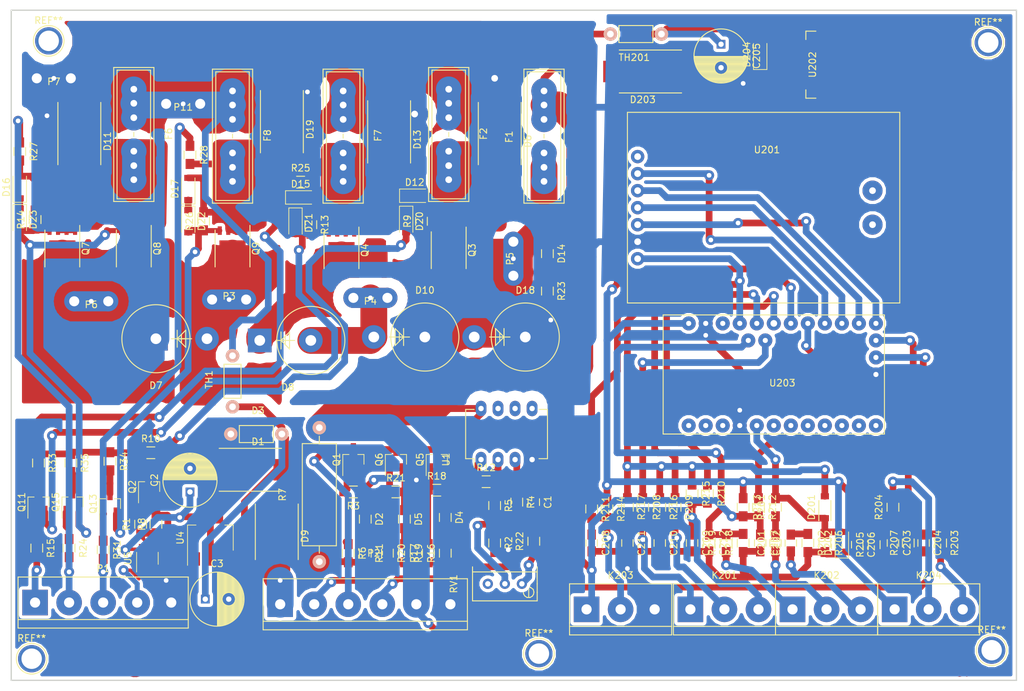
<source format=kicad_pcb>
(kicad_pcb (version 4) (host pcbnew 4.0.6)
  (layers (0 F.Cu signal) (31 B.Cu signal) (34 B.Paste user) (35 F.Paste user) (36 B.SilkS user) (37 F.SilkS user) (38 B.Mask user) (39 F.Mask user) (44 Edge.Cuts user))
  (net 0 "")
  (net 1 GND)
  (net 2 CoolantTemp)
  (net 3 "Net-(C2-Pad1)")
  (net 4 "Net-(C3-Pad1)")
  (net 5 12vSwitched)
  (net 6 "Net-(D2-Pad2)")
  (net 7 "Net-(D4-Pad2)")
  (net 8 "Net-(D5-Pad2)")
  (net 9 StarterSolenoidT30)
  (net 10 StopSolenoid)
  (net 11 "Net-(D8-Pad1)")
  (net 12 AlternatorExcitation)
  (net 13 "Net-(D9-Pad1)")
  (net 14 "Net-(D11-Pad2)")
  (net 15 "Net-(D12-Pad1)")
  (net 16 "Net-(D12-Pad2)")
  (net 17 "Net-(D13-Pad2)")
  (net 18 "Net-(D14-Pad1)")
  (net 19 "Net-(D14-Pad2)")
  (net 20 "Net-(D15-Pad1)")
  (net 21 "Net-(D16-Pad1)")
  (net 22 "Net-(D17-Pad1)")
  (net 23 "Net-(D17-Pad2)")
  (net 24 "Net-(D20-Pad2)")
  (net 25 "Net-(D21-Pad2)")
  (net 26 "Net-(D22-Pad2)")
  (net 27 "Net-(D23-Pad2)")
  (net 28 Battery+)
  (net 29 GlowBtn)
  (net 30 StartBtn)
  (net 31 StopBtn)
  (net 32 OnOffBtn)
  (net 33 OilSwitch)
  (net 34 Buzzer)
  (net 35 GlowPlugs)
  (net 36 "Net-(R1-Pad1)")
  (net 37 "Net-(R2-Pad1)")
  (net 38 "Net-(R4-Pad1)")
  (net 39 "Net-(R12-Pad2)")
  (net 40 Enable)
  (net 41 "Net-(R12-Pad1)")
  (net 42 "Net-(Q1-Pad1)")
  (net 43 "Net-(Q2-Pad1)")
  (net 44 "Net-(Q5-Pad1)")
  (net 45 "Net-(Q6-Pad1)")
  (net 46 "Net-(Q11-Pad1)")
  (net 47 "Net-(Q11-Pad3)")
  (net 48 "Net-(Q13-Pad1)")
  (net 49 "Net-(Q13-Pad3)")
  (net 50 "Net-(Q15-Pad1)")
  (net 51 "Net-(Q15-Pad3)")
  (net 52 Flywheel+)
  (net 53 "Net-(C201-Pad2)")
  (net 54 Flywheel-)
  (net 55 "Net-(C202-Pad2)")
  (net 56 "Net-(C203-Pad1)")
  (net 57 "Net-(C204-Pad1)")
  (net 58 "Net-(C205-Pad1)")
  (net 59 8V)
  (net 60 FuelLevel+)
  (net 61 NTC1)
  (net 62 NTC2)
  (net 63 NTC3)
  (net 64 "Net-(C212-Pad1)")
  (net 65 "Net-(D201-Pad1)")
  (net 66 5V150mA)
  (net 67 AlternatorB+)
  (net 68 ServiceBattery+)
  (net 69 "Net-(R208-Pad1)")
  (net 70 "Net-(R209-Pad1)")
  (net 71 "Net-(R210-Pad1)")
  (net 72 "Net-(R211-Pad1)")
  (net 73 "Net-(R212-Pad1)")
  (net 74 CANCS)
  (net 75 SCK)
  (net 76 MOSI)
  (net 77 MISO)
  (module Connect:bornier3 (layer F.Cu) (at 184.404 134.62)
    (fp_text reference K204 (at 0 -5.08) (layer F.SilkS))
    (fp_text value Supply)
    (pad 1 thru_hole rect (at -5.08 0) (size 3.81 3.81) (drill 1.524) (layers *.Cu *.Mask) (net 59 8V))
    (pad 2 thru_hole circle (at 0 0) (size 3.81 3.81) (drill 1.524) (layers *.Cu *.Mask) (net 5 12vSwitched))
    (pad 3 thru_hole circle (at 5.08 0) (size 3.81 3.81) (drill 1.524) (layers *.Cu *.Mask) (net 68 ServiceBattery+))
  )
  (module Connect:bornier3 (layer F.Cu) (at 169.164 134.62)
    (fp_text reference K202 (at 0 -5.08) (layer F.SilkS))
    (fp_text value FuelCool)
    (pad 1 thru_hole rect (at -5.08 0) (size 3.81 3.81) (drill 1.524) (layers *.Cu *.Mask) (net 67 AlternatorB+))
    (pad 2 thru_hole circle (at 0 0) (size 3.81 3.81) (drill 1.524) (layers *.Cu *.Mask) (net 52 Flywheel+))
    (pad 3 thru_hole circle (at 5.08 0) (size 3.81 3.81) (drill 1.524) (layers *.Cu *.Mask) (net 54 Flywheel-))
  )
  (module Connect:bornier3 (layer F.Cu) (at 153.924 134.62)
    (fp_text reference K201 (at 0 -5.08) (layer F.SilkS))
    (fp_text value Temps)
    (pad 1 thru_hole rect (at -5.08 0) (size 3.81 3.81) (drill 1.524) (layers *.Cu *.Mask) (net 63 NTC3))
    (pad 2 thru_hole circle (at 0 0) (size 3.81 3.81) (drill 1.524) (layers *.Cu *.Mask) (net 62 NTC2))
    (pad 3 thru_hole circle (at 5.08 0) (size 3.81 3.81) (drill 1.524) (layers *.Cu *.Mask) (net 61 NTC1))
  )
  (module Connect:bornier3 (layer F.Cu) (at 138.43 134.62)
    (fp_text reference K203 (at 0 -5.08) (layer F.SilkS))
    (fp_text value FuelCoolAlt)
    (pad 1 thru_hole rect (at -5.08 0) (size 3.81 3.81) (drill 1.524) (layers *.Cu *.Mask) (net 2 CoolantTemp))
    (pad 2 thru_hole circle (at 0 0) (size 3.81 3.81) (drill 1.524) (layers *.Cu *.Mask) (net 60 FuelLevel+))
    (pad 3 thru_hole circle (at 5.08 0) (size 3.81 3.81) (drill 1.524) (layers *.Cu *.Mask) (net 1 GND))
  )
  (module Capacitors_SMD:C_0805_HandSoldering (layer F.Cu) (at 125.476 118.618 270)
    (fp_text reference C1 (at 0 -2.1 270) (layer F.SilkS))
    (fp_text value 10nF)
    (pad 1 smd rect (at -1.25 0 270) (size 1.5 1.25) (layers F.Cu F.Paste F.Mask) (net 1 GND))
    (pad 2 smd rect (at 1.25 0 270) (size 1.5 1.25) (layers F.Cu F.Paste F.Mask) (net 2 CoolantTemp))
  )
  (module Capacitors_ThroughHole:C_Radial_D8_L11.5_P3.5 (layer F.Cu) (at 74.168 117.094 90)
    (fp_text reference C2 (at 1.75 -5.3 90) (layer F.SilkS))
    (fp_text value 10uF)
    (pad 2 thru_hole circle (at 3.5 0 90) (size 1.3 1.3) (drill 0.8) (layers *.Cu *.Mask) (net 1 GND))
    (pad 1 thru_hole rect (at 0 0 90) (size 1.3 1.3) (drill 0.8) (layers *.Cu *.Mask) (net 3 "Net-(C2-Pad1)"))
  )
  (module Capacitors_ThroughHole:C_Radial_D8_L11.5_P3.5 (layer F.Cu) (at 76.454 133.096)
    (fp_text reference C3 (at 1.75 -5.3) (layer F.SilkS))
    (fp_text value 10uF)
    (pad 2 thru_hole circle (at 3.5 0) (size 1.3 1.3) (drill 0.8) (layers *.Cu *.Mask) (net 1 GND))
    (pad 1 thru_hole rect (at 0 0) (size 1.3 1.3) (drill 0.8) (layers *.Cu *.Mask) (net 4 "Net-(C3-Pad1)"))
  )
  (module Diodes_SMD:DO-214AB_Handsoldering (layer F.Cu) (at 84.328 113.792)
    (fp_text reference D1 (at 0 -4.2) (layer F.SilkS))
    (fp_text value "SMBJ30CA-TR TSV")
    (pad 2 smd rect (at 4.1 0) (size 3.6 3.2) (layers F.Cu F.Paste F.Mask) (net 4 "Net-(C3-Pad1)"))
    (pad 1 smd rect (at -4.1 0) (size 3.6 3.2) (layers F.Cu F.Paste F.Mask) (net 1 GND))
  )
  (module Resistors_SMD:R_0805_HandSoldering (layer F.Cu) (at 100.33 121.158 270)
    (fp_text reference D2 (at 0 -2.1 270) (layer F.SilkS))
    (fp_text value ChargeWarn)
    (pad 1 smd rect (at -1.35 0 270) (size 1.5 1.3) (layers F.Cu F.Paste F.Mask) (net 5 12vSwitched))
    (pad 2 smd rect (at 1.35 0 270) (size 1.5 1.3) (layers F.Cu F.Paste F.Mask) (net 6 "Net-(D2-Pad2)"))
  )
  (module Resistors_ThroughHole:Resistor_Horizontal_RM7mm (layer F.Cu) (at 80.264 108.458)
    (fp_text reference D3 (at 4.05892 -3.50012) (layer F.SilkS))
    (fp_text value 10A100V)
    (pad 1 thru_hole circle (at 0 0) (size 1.99898 1.99898) (drill 1.00076) (layers *.Cu *.SilkS *.Mask) (net 1 GND))
    (pad 2 thru_hole circle (at 7.62 0) (size 1.99898 1.99898) (drill 1.00076) (layers *.Cu *.SilkS *.Mask) (net 4 "Net-(C3-Pad1)"))
  )
  (module Resistors_SMD:R_0805_HandSoldering (layer F.Cu) (at 112.268 120.904 270)
    (fp_text reference D4 (at 0 -2.1 270) (layer F.SilkS))
    (fp_text value TempWarn)
    (pad 1 smd rect (at -1.35 0 270) (size 1.5 1.3) (layers F.Cu F.Paste F.Mask) (net 5 12vSwitched))
    (pad 2 smd rect (at 1.35 0 270) (size 1.5 1.3) (layers F.Cu F.Paste F.Mask) (net 7 "Net-(D4-Pad2)"))
  )
  (module Resistors_SMD:R_0805_HandSoldering (layer F.Cu) (at 106.172 121.158 270)
    (fp_text reference D5 (at 0 -2.1 270) (layer F.SilkS))
    (fp_text value OilWarn)
    (pad 1 smd rect (at -1.35 0 270) (size 1.5 1.3) (layers F.Cu F.Paste F.Mask) (net 5 12vSwitched))
    (pad 2 smd rect (at 1.35 0 270) (size 1.5 1.3) (layers F.Cu F.Paste F.Mask) (net 8 "Net-(D5-Pad2)"))
  )
  (module Diodes_SMD:DO-214AB_Handsoldering (layer F.Cu) (at 120.396 64.77 270)
    (fp_text reference D6 (at 0 -4.2 270) (layer F.SilkS))
    (fp_text value "SMBJ30CA-TR TSV")
    (pad 2 smd rect (at 4.1 0 270) (size 3.6 3.2) (layers F.Cu F.Paste F.Mask) (net 16 "Net-(D12-Pad2)"))
    (pad 1 smd rect (at -4.1 0 270) (size 3.6 3.2) (layers F.Cu F.Paste F.Mask) (net 1 GND))
  )
  (module Diodes_SMD:DO-214AB (layer F.Cu) (at 87.122 123.698 270)
    (fp_text reference D9 (at 0 -4.2 270) (layer F.SilkS))
    (fp_text value "1A 40V")
    (pad 2 smd rect (at 3.6 0 270) (size 2.6 3.2) (layers F.Cu F.Paste F.Mask) (net 12 AlternatorExcitation))
    (pad 1 smd rect (at -3.6 0 270) (size 2.6 3.2) (layers F.Cu F.Paste F.Mask) (net 13 "Net-(D9-Pad1)"))
  )
  (module Diodes_SMD:DO-214AB_Handsoldering (layer F.Cu) (at 57.658 64.77 270)
    (fp_text reference D11 (at 0 -4.2 270) (layer F.SilkS))
    (fp_text value "SMBJ30CA-TR TSV")
    (pad 2 smd rect (at 4.1 0 270) (size 3.6 3.2) (layers F.Cu F.Paste F.Mask) (net 14 "Net-(D11-Pad2)"))
    (pad 1 smd rect (at -4.1 0 270) (size 3.6 3.2) (layers F.Cu F.Paste F.Mask) (net 1 GND))
  )
  (module Diodes_SMD:D_SOD-123 (layer F.Cu) (at 107.696 72.898)
    (fp_text reference D12 (at 0 -2) (layer F.SilkS))
    (fp_text value ZENER)
    (pad 1 smd rect (at -1.65 0) (size 0.9 1.2) (layers F.Cu F.Paste F.Mask) (net 15 "Net-(D12-Pad1)"))
    (pad 2 smd rect (at 1.65 0) (size 0.9 1.2) (layers F.Cu F.Paste F.Mask) (net 16 "Net-(D12-Pad2)"))
  )
  (module Diodes_SMD:DO-214AB_Handsoldering (layer F.Cu) (at 103.886 64.516 270)
    (fp_text reference D13 (at 0 -4.2 270) (layer F.SilkS))
    (fp_text value "SMBJ30CA-TR TSV")
    (pad 2 smd rect (at 4.1 0 270) (size 3.6 3.2) (layers F.Cu F.Paste F.Mask) (net 17 "Net-(D13-Pad2)"))
    (pad 1 smd rect (at -4.1 0 270) (size 3.6 3.2) (layers F.Cu F.Paste F.Mask) (net 1 GND))
  )
  (module Resistors_SMD:R_0805_HandSoldering (layer F.Cu) (at 127.508 81.534 270)
    (fp_text reference D14 (at 0 -2.1 270) (layer F.SilkS))
    (fp_text value PowerOn)
    (pad 1 smd rect (at -1.35 0 270) (size 1.5 1.3) (layers F.Cu F.Paste F.Mask) (net 18 "Net-(D14-Pad1)"))
    (pad 2 smd rect (at 1.35 0 270) (size 1.5 1.3) (layers F.Cu F.Paste F.Mask) (net 19 "Net-(D14-Pad2)"))
  )
  (module Diodes_SMD:DO-214AB_Handsoldering (layer F.Cu) (at 87.884 62.992 270)
    (fp_text reference D19 (at 0 -4.2 270) (layer F.SilkS))
    (fp_text value "SMBJ30CA-TR TSV")
    (pad 2 smd rect (at 4.1 0 270) (size 3.6 3.2) (layers F.Cu F.Paste F.Mask) (net 23 "Net-(D17-Pad2)"))
    (pad 1 smd rect (at -4.1 0 270) (size 3.6 3.2) (layers F.Cu F.Paste F.Mask) (net 1 GND))
  )
  (module Diodes_SMD:D_SOD-123 (layer F.Cu) (at 106.426 76.708 270)
    (fp_text reference D20 (at 0 -2 270) (layer F.SilkS))
    (fp_text value 1N4001)
    (pad 1 smd rect (at -1.65 0 270) (size 0.9 1.2) (layers F.Cu F.Paste F.Mask) (net 15 "Net-(D12-Pad1)"))
    (pad 2 smd rect (at 1.65 0 270) (size 0.9 1.2) (layers F.Cu F.Paste F.Mask) (net 24 "Net-(D20-Pad2)"))
  )
  (module Diodes_SMD:D_SOD-123 (layer F.Cu) (at 89.916 76.962 270)
    (fp_text reference D21 (at 0 -2 270) (layer F.SilkS))
    (fp_text value 1N4001)
    (pad 1 smd rect (at -1.65 0 270) (size 0.9 1.2) (layers F.Cu F.Paste F.Mask) (net 20 "Net-(D15-Pad1)"))
    (pad 2 smd rect (at 1.65 0 270) (size 0.9 1.2) (layers F.Cu F.Paste F.Mask) (net 25 "Net-(D21-Pad2)"))
  )
  (module Diodes_SMD:D_SOD-123 (layer F.Cu) (at 73.914 76.708 270)
    (fp_text reference D22 (at 0 -2 270) (layer F.SilkS))
    (fp_text value 1N4001)
    (pad 1 smd rect (at -1.65 0 270) (size 0.9 1.2) (layers F.Cu F.Paste F.Mask) (net 22 "Net-(D17-Pad1)"))
    (pad 2 smd rect (at 1.65 0 270) (size 0.9 1.2) (layers F.Cu F.Paste F.Mask) (net 26 "Net-(D22-Pad2)"))
  )
  (module Diodes_SMD:D_SOD-123 (layer F.Cu) (at 48.768 76.454 270)
    (fp_text reference D23 (at 0 -2 270) (layer F.SilkS))
    (fp_text value 1N4001)
    (pad 1 smd rect (at -1.65 0 270) (size 0.9 1.2) (layers F.Cu F.Paste F.Mask) (net 21 "Net-(D16-Pad1)"))
    (pad 2 smd rect (at 1.65 0 270) (size 0.9 1.2) (layers F.Cu F.Paste F.Mask) (net 27 "Net-(D23-Pad2)"))
  )
  (module Connect:bornier5 (layer F.Cu) (at 61.214 133.604)
    (fp_text reference P1 (at 0 -5.08) (layer F.SilkS))
    (fp_text value VPButtons)
    (pad 2 thru_hole circle (at -5.08 0) (size 3.81 3.81) (drill 1.524) (layers *.Cu *.Mask) (net 29 GlowBtn))
    (pad 3 thru_hole circle (at 0 0) (size 3.81 3.81) (drill 1.524) (layers *.Cu *.Mask) (net 30 StartBtn))
    (pad 1 thru_hole rect (at -10.16 0) (size 3.81 3.81) (drill 1.524) (layers *.Cu *.Mask) (net 31 StopBtn))
    (pad 4 thru_hole circle (at 5.08 0) (size 3.81 3.81) (drill 1.524) (layers *.Cu *.Mask) (net 32 OnOffBtn))
    (pad 5 thru_hole circle (at 10.16 0) (size 3.81 3.81) (drill 1.524) (layers *.Cu *.Mask) (net 1 GND))
  )
  (module Connect:bornier6 (layer F.Cu) (at 100.33 133.858)
    (fp_text reference P2 (at 1.27 -7.62) (layer F.SilkS))
    (fp_text value ToEngine)
    (pad 2 thru_hole circle (at -7.62 0) (size 3.81 3.81) (drill 1.524) (layers *.Cu *.Mask) (net 33 OilSwitch))
    (pad 3 thru_hole circle (at -2.54 0) (size 3.81 3.81) (drill 1.524) (layers *.Cu *.Mask) (net 34 Buzzer))
    (pad 1 thru_hole rect (at -12.7 0) (size 3.81 3.81) (drill 1.524) (layers *.Cu *.Mask) (net 12 AlternatorExcitation))
    (pad 4 thru_hole circle (at 2.54 0) (size 3.81 3.81) (drill 1.524) (layers *.Cu *.Mask) (net 2 CoolantTemp))
    (pad 5 thru_hole circle (at 7.62 0) (size 3.81 3.81) (drill 1.524) (layers *.Cu *.Mask) (net 5 12vSwitched))
    (pad 6 thru_hole circle (at 12.7 0) (size 3.81 3.81) (drill 1.524) (layers *.Cu *.Mask) (net 1 GND))
  )
  (module Divers:CrimpBlade (layer F.Cu) (at 80.01 88.392 180)
    (fp_text reference P3 (at 0 0.5 180) (layer F.SilkS))
    (fp_text value StarterSolenoidT30)
    (pad 1 thru_hole oval (at 0 0 180) (size 8 3) (drill 0.7) (layers *.Cu *.Mask) (net 9 StarterSolenoidT30))
    (pad 1 thru_hole circle (at -2.54 0 180) (size 3 3) (drill 1.5) (layers *.Cu *.Mask) (net 9 StarterSolenoidT30))
    (pad 1 thru_hole circle (at 2.54 0 180) (size 3 3) (drill 1.5) (layers *.Cu *.Mask) (net 9 StarterSolenoidT30))
  )
  (module Divers:CrimpBlade (layer F.Cu) (at 101.092 88.138)
    (fp_text reference P4 (at 0 0.5) (layer F.SilkS))
    (fp_text value StopSolenoid)
    (pad 1 thru_hole oval (at 0 0) (size 8 3) (drill 0.7) (layers *.Cu *.Mask) (net 10 StopSolenoid))
    (pad 1 thru_hole circle (at -2.54 0) (size 3 3) (drill 1.5) (layers *.Cu *.Mask) (net 10 StopSolenoid))
    (pad 1 thru_hole circle (at 2.54 0) (size 3 3) (drill 1.5) (layers *.Cu *.Mask) (net 10 StopSolenoid))
  )
  (module Divers:CrimpBlade (layer F.Cu) (at 122.428 82.296 270)
    (fp_text reference P5 (at 0 0.5 270) (layer F.SilkS))
    (fp_text value 12VSwitchedPower)
    (pad 1 thru_hole oval (at 0 0 270) (size 8 3) (drill 0.7) (layers *.Cu *.Mask) (net 18 "Net-(D14-Pad1)"))
    (pad 1 thru_hole circle (at -2.54 0 270) (size 3 3) (drill 1.5) (layers *.Cu *.Mask) (net 18 "Net-(D14-Pad1)"))
    (pad 1 thru_hole circle (at 2.54 0 270) (size 3 3) (drill 1.5) (layers *.Cu *.Mask) (net 18 "Net-(D14-Pad1)"))
  )
  (module Divers:CrimpBlade (layer F.Cu) (at 59.436 88.646)
    (fp_text reference P6 (at 0 0.5) (layer F.SilkS))
    (fp_text value GlowPlugs)
    (pad 1 thru_hole oval (at 0 0) (size 8 3) (drill 0.7) (layers *.Cu *.Mask) (net 35 GlowPlugs))
    (pad 1 thru_hole circle (at -2.54 0) (size 3 3) (drill 1.5) (layers *.Cu *.Mask) (net 35 GlowPlugs))
    (pad 1 thru_hole circle (at 2.54 0) (size 3 3) (drill 1.5) (layers *.Cu *.Mask) (net 35 GlowPlugs))
  )
  (module TO_SOT_Packages_SMD:SOT-23_Handsoldering (layer F.Cu) (at 98.552 112.268 90)
    (fp_text reference Q1 (at 0 -2.5 90) (layer F.SilkS))
    (fp_text value BC807)
    (pad 1 smd rect (at -1.5 -0.95 90) (size 1.9 0.8) (layers F.Cu F.Paste F.Mask) (net 42 "Net-(Q1-Pad1)"))
    (pad 2 smd rect (at -1.5 0.95 90) (size 1.9 0.8) (layers F.Cu F.Paste F.Mask) (net 5 12vSwitched))
    (pad 3 smd rect (at 1.5 0 90) (size 1.9 0.8) (layers F.Cu F.Paste F.Mask) (net 34 Buzzer))
  )
  (module TO_SOT_Packages_SMD:SOT-23_Handsoldering (layer F.Cu) (at 68.072 116.332 90)
    (fp_text reference Q2 (at 0 -2.5 90) (layer F.SilkS))
    (fp_text value BS170)
    (pad 1 smd rect (at -1.5 -0.95 90) (size 1.9 0.8) (layers F.Cu F.Paste F.Mask) (net 43 "Net-(Q2-Pad1)"))
    (pad 2 smd rect (at -1.5 0.95 90) (size 1.9 0.8) (layers F.Cu F.Paste F.Mask) (net 1 GND))
    (pad 3 smd rect (at 1.5 0 90) (size 1.9 0.8) (layers F.Cu F.Paste F.Mask) (net 40 Enable))
  )
  (module TO_SOT_Packages_SMD:SOT-23_Handsoldering (layer F.Cu) (at 110.998 112.268 90)
    (fp_text reference Q5 (at 0 -2.5 90) (layer F.SilkS))
    (fp_text value BC807)
    (pad 1 smd rect (at -1.5 -0.95 90) (size 1.9 0.8) (layers F.Cu F.Paste F.Mask) (net 44 "Net-(Q5-Pad1)"))
    (pad 2 smd rect (at -1.5 0.95 90) (size 1.9 0.8) (layers F.Cu F.Paste F.Mask) (net 5 12vSwitched))
    (pad 3 smd rect (at 1.5 0 90) (size 1.9 0.8) (layers F.Cu F.Paste F.Mask) (net 34 Buzzer))
  )
  (module TO_SOT_Packages_SMD:SOT-23_Handsoldering (layer F.Cu) (at 104.902 112.268 90)
    (fp_text reference Q6 (at 0 -2.5 90) (layer F.SilkS))
    (fp_text value BC807)
    (pad 1 smd rect (at -1.5 -0.95 90) (size 1.9 0.8) (layers F.Cu F.Paste F.Mask) (net 45 "Net-(Q6-Pad1)"))
    (pad 2 smd rect (at -1.5 0.95 90) (size 1.9 0.8) (layers F.Cu F.Paste F.Mask) (net 5 12vSwitched))
    (pad 3 smd rect (at 1.5 0 90) (size 1.9 0.8) (layers F.Cu F.Paste F.Mask) (net 34 Buzzer))
  )
  (module TO_SOT_Packages_SMD:SOT-23_Handsoldering (layer F.Cu) (at 51.562 118.618 90)
    (fp_text reference Q11 (at 0 -2.5 90) (layer F.SilkS))
    (fp_text value BS250P)
    (pad 1 smd rect (at -1.5 -0.95 90) (size 1.9 0.8) (layers F.Cu F.Paste F.Mask) (net 46 "Net-(Q11-Pad1)"))
    (pad 2 smd rect (at -1.5 0.95 90) (size 1.9 0.8) (layers F.Cu F.Paste F.Mask) (net 25 "Net-(D21-Pad2)"))
    (pad 3 smd rect (at 1.5 0 90) (size 1.9 0.8) (layers F.Cu F.Paste F.Mask) (net 47 "Net-(Q11-Pad3)"))
  )
  (module TO_SOT_Packages_SMD:SOT-23_Handsoldering (layer F.Cu) (at 62.23 118.872 90)
    (fp_text reference Q13 (at 0 -2.5 90) (layer F.SilkS))
    (fp_text value BS250P)
    (pad 1 smd rect (at -1.5 -0.95 90) (size 1.9 0.8) (layers F.Cu F.Paste F.Mask) (net 48 "Net-(Q13-Pad1)"))
    (pad 2 smd rect (at -1.5 0.95 90) (size 1.9 0.8) (layers F.Cu F.Paste F.Mask) (net 26 "Net-(D22-Pad2)"))
    (pad 3 smd rect (at 1.5 0 90) (size 1.9 0.8) (layers F.Cu F.Paste F.Mask) (net 49 "Net-(Q13-Pad3)"))
  )
  (module TO_SOT_Packages_SMD:SOT-23_Handsoldering (layer F.Cu) (at 56.642 118.618 90)
    (fp_text reference Q15 (at 0 -2.5 90) (layer F.SilkS))
    (fp_text value BS250P)
    (pad 1 smd rect (at -1.5 -0.95 90) (size 1.9 0.8) (layers F.Cu F.Paste F.Mask) (net 50 "Net-(Q15-Pad1)"))
    (pad 2 smd rect (at -1.5 0.95 90) (size 1.9 0.8) (layers F.Cu F.Paste F.Mask) (net 27 "Net-(D23-Pad2)"))
    (pad 3 smd rect (at 1.5 0 90) (size 1.9 0.8) (layers F.Cu F.Paste F.Mask) (net 51 "Net-(Q15-Pad3)"))
  )
  (module Resistors_SMD:R_0805_HandSoldering (layer F.Cu) (at 66.802 121.92 90)
    (fp_text reference R1 (at 0 -2.1 90) (layer F.SilkS))
    (fp_text value 100R)
    (pad 1 smd rect (at -1.35 0 90) (size 1.5 1.3) (layers F.Cu F.Paste F.Mask) (net 36 "Net-(R1-Pad1)"))
    (pad 2 smd rect (at 1.35 0 90) (size 1.5 1.3) (layers F.Cu F.Paste F.Mask) (net 43 "Net-(Q2-Pad1)"))
  )
  (module Resistors_SMD:R_0805_HandSoldering (layer F.Cu) (at 119.634 124.714 270)
    (fp_text reference R2 (at 0 -2.1 270) (layer F.SilkS))
    (fp_text value 330R)
    (pad 1 smd rect (at -1.35 0 270) (size 1.5 1.3) (layers F.Cu F.Paste F.Mask) (net 37 "Net-(R2-Pad1)"))
    (pad 2 smd rect (at 1.35 0 270) (size 1.5 1.3) (layers F.Cu F.Paste F.Mask) (net 1 GND))
  )
  (module Resistors_SMD:R_0805_HandSoldering (layer F.Cu) (at 98.552 117.094 180)
    (fp_text reference R3 (at 0 -2.1 180) (layer F.SilkS))
    (fp_text value 10K)
    (pad 1 smd rect (at -1.35 0 180) (size 1.5 1.3) (layers F.Cu F.Paste F.Mask) (net 5 12vSwitched))
    (pad 2 smd rect (at 1.35 0 180) (size 1.5 1.3) (layers F.Cu F.Paste F.Mask) (net 42 "Net-(Q1-Pad1)"))
  )
  (module Resistors_SMD:R_0805_HandSoldering (layer F.Cu) (at 122.936 118.618 270)
    (fp_text reference R4 (at 0 -2.1 270) (layer F.SilkS))
    (fp_text value 10K)
    (pad 1 smd rect (at -1.35 0 270) (size 1.5 1.3) (layers F.Cu F.Paste F.Mask) (net 38 "Net-(R4-Pad1)"))
    (pad 2 smd rect (at 1.35 0 270) (size 1.5 1.3) (layers F.Cu F.Paste F.Mask) (net 2 CoolantTemp))
  )
  (module Resistors_SMD:R_0805_HandSoldering (layer F.Cu) (at 119.634 119.126 270)
    (fp_text reference R5 (at 0 -2.1 270) (layer F.SilkS))
    (fp_text value 10K)
    (pad 1 smd rect (at -1.35 0 270) (size 1.5 1.3) (layers F.Cu F.Paste F.Mask) (net 39 "Net-(R12-Pad2)"))
    (pad 2 smd rect (at 1.35 0 270) (size 1.5 1.3) (layers F.Cu F.Paste F.Mask) (net 37 "Net-(R2-Pad1)"))
  )
  (module Resistors_SMD:R_0805_HandSoldering (layer F.Cu) (at 97.79 126.238 270)
    (fp_text reference R6 (at 0 -2.1 270) (layer F.SilkS))
    (fp_text value 2.2K)
    (pad 1 smd rect (at -1.35 0 270) (size 1.5 1.3) (layers F.Cu F.Paste F.Mask) (net 42 "Net-(Q1-Pad1)"))
    (pad 2 smd rect (at 1.35 0 270) (size 1.5 1.3) (layers F.Cu F.Paste F.Mask) (net 13 "Net-(D9-Pad1)"))
  )
  (module Resistors_ThroughHole:Resistor_Horizontal_RM20mm (layer F.Cu) (at 93.472 127.508 90)
    (fp_text reference R7 (at 10 -5.4991 90) (layer F.SilkS))
    (fp_text value 10R)
    (pad 1 thru_hole circle (at 0 0 90) (size 1.99898 1.99898) (drill 1.00076) (layers *.Cu *.SilkS *.Mask) (net 13 "Net-(D9-Pad1)"))
    (pad 2 thru_hole circle (at 20 0 90) (size 1.99898 1.99898) (drill 1.00076) (layers *.Cu *.SilkS *.Mask) (net 5 12vSwitched))
  )
  (module Resistors_SMD:R_0805_HandSoldering (layer F.Cu) (at 69.088 121.92 90)
    (fp_text reference R8 (at 0 -2.1 90) (layer F.SilkS))
    (fp_text value 10K)
    (pad 1 smd rect (at -1.35 0 90) (size 1.5 1.3) (layers F.Cu F.Paste F.Mask) (net 36 "Net-(R1-Pad1)"))
    (pad 2 smd rect (at 1.35 0 90) (size 1.5 1.3) (layers F.Cu F.Paste F.Mask) (net 1 GND))
  )
  (module Resistors_SMD:R_0805_HandSoldering (layer F.Cu) (at 108.712 76.708 90)
    (fp_text reference R9 (at 0 -2.1 90) (layer F.SilkS))
    (fp_text value 10K)
    (pad 1 smd rect (at -1.35 0 90) (size 1.5 1.3) (layers F.Cu F.Paste F.Mask) (net 24 "Net-(D20-Pad2)"))
    (pad 2 smd rect (at 1.35 0 90) (size 1.5 1.3) (layers F.Cu F.Paste F.Mask) (net 16 "Net-(D12-Pad2)"))
  )
  (module Resistors_SMD:R_0805_HandSoldering (layer F.Cu) (at 68.326 111.252)
    (fp_text reference R10 (at 0 -2.1) (layer F.SilkS))
    (fp_text value 220R)
    (pad 1 smd rect (at -1.35 0) (size 1.5 1.3) (layers F.Cu F.Paste F.Mask) (net 40 Enable))
    (pad 2 smd rect (at 1.35 0) (size 1.5 1.3) (layers F.Cu F.Paste F.Mask) (net 24 "Net-(D20-Pad2)"))
  )
  (module Resistors_SMD:R_0805_HandSoldering (layer F.Cu) (at 100.33 126.238 270)
    (fp_text reference R11 (at 0 -2.1 270) (layer F.SilkS))
    (fp_text value 1K)
    (pad 1 smd rect (at -1.35 0 270) (size 1.5 1.3) (layers F.Cu F.Paste F.Mask) (net 6 "Net-(D2-Pad2)"))
    (pad 2 smd rect (at 1.35 0 270) (size 1.5 1.3) (layers F.Cu F.Paste F.Mask) (net 13 "Net-(D9-Pad1)"))
  )
  (module Resistors_SMD:R_0805_HandSoldering (layer F.Cu) (at 118.364 115.57)
    (fp_text reference R12 (at 0 -2.1) (layer F.SilkS))
    (fp_text value 10M)
    (pad 1 smd rect (at -1.35 0) (size 1.5 1.3) (layers F.Cu F.Paste F.Mask) (net 41 "Net-(R12-Pad1)"))
    (pad 2 smd rect (at 1.35 0) (size 1.5 1.3) (layers F.Cu F.Paste F.Mask) (net 39 "Net-(R12-Pad2)"))
  )
  (module Resistors_SMD:R_0805_HandSoldering (layer F.Cu) (at 92.202 77.216 270)
    (fp_text reference R13 (at 0 -2.1 270) (layer F.SilkS))
    (fp_text value 1K)
    (pad 1 smd rect (at -1.35 0 270) (size 1.5 1.3) (layers F.Cu F.Paste F.Mask) (net 17 "Net-(D13-Pad2)"))
    (pad 2 smd rect (at 1.35 0 270) (size 1.5 1.3) (layers F.Cu F.Paste F.Mask) (net 25 "Net-(D21-Pad2)"))
  )
  (module Resistors_SMD:R_0805_HandSoldering (layer F.Cu) (at 51.054 76.454 90)
    (fp_text reference R14 (at 0 -2.1 90) (layer F.SilkS))
    (fp_text value 1K)
    (pad 1 smd rect (at -1.35 0 90) (size 1.5 1.3) (layers F.Cu F.Paste F.Mask) (net 27 "Net-(D23-Pad2)"))
    (pad 2 smd rect (at 1.35 0 90) (size 1.5 1.3) (layers F.Cu F.Paste F.Mask) (net 14 "Net-(D11-Pad2)"))
  )
  (module Resistors_SMD:R_0805_HandSoldering (layer F.Cu) (at 51.308 125.476 270)
    (fp_text reference R15 (at 0 -2.1 270) (layer F.SilkS))
    (fp_text value 100R)
    (pad 1 smd rect (at -1.35 0 270) (size 1.5 1.3) (layers F.Cu F.Paste F.Mask) (net 46 "Net-(Q11-Pad1)"))
    (pad 2 smd rect (at 1.35 0 270) (size 1.5 1.3) (layers F.Cu F.Paste F.Mask) (net 31 StopBtn))
  )
  (module Resistors_SMD:R_0805_HandSoldering (layer F.Cu) (at 112.268 126.238 90)
    (fp_text reference R16 (at 0 -2.1 90) (layer F.SilkS))
    (fp_text value 1K)
    (pad 1 smd rect (at -1.35 0 90) (size 1.5 1.3) (layers F.Cu F.Paste F.Mask) (net 41 "Net-(R12-Pad1)"))
    (pad 2 smd rect (at 1.35 0 90) (size 1.5 1.3) (layers F.Cu F.Paste F.Mask) (net 7 "Net-(D4-Pad2)"))
  )
  (module Resistors_SMD:R_0805_HandSoldering (layer F.Cu) (at 109.728 126.238 90)
    (fp_text reference R17 (at 0 -2.1 90) (layer F.SilkS))
    (fp_text value 10K)
    (pad 1 smd rect (at -1.35 0 90) (size 1.5 1.3) (layers F.Cu F.Paste F.Mask) (net 41 "Net-(R12-Pad1)"))
    (pad 2 smd rect (at 1.35 0 90) (size 1.5 1.3) (layers F.Cu F.Paste F.Mask) (net 44 "Net-(Q5-Pad1)"))
  )
  (module Resistors_SMD:R_0805_HandSoldering (layer F.Cu) (at 110.998 116.84)
    (fp_text reference R18 (at 0 -2.1) (layer F.SilkS))
    (fp_text value 2.2K)
    (pad 1 smd rect (at -1.35 0) (size 1.5 1.3) (layers F.Cu F.Paste F.Mask) (net 44 "Net-(Q5-Pad1)"))
    (pad 2 smd rect (at 1.35 0) (size 1.5 1.3) (layers F.Cu F.Paste F.Mask) (net 5 12vSwitched))
  )
  (module Resistors_SMD:R_0805_HandSoldering (layer F.Cu) (at 106.172 126.238 270)
    (fp_text reference R19 (at 0 -2.1 270) (layer F.SilkS))
    (fp_text value 1K)
    (pad 1 smd rect (at -1.35 0 270) (size 1.5 1.3) (layers F.Cu F.Paste F.Mask) (net 8 "Net-(D5-Pad2)"))
    (pad 2 smd rect (at 1.35 0 270) (size 1.5 1.3) (layers F.Cu F.Paste F.Mask) (net 33 OilSwitch))
  )
  (module Resistors_SMD:R_0805_HandSoldering (layer F.Cu) (at 103.632 126.238 270)
    (fp_text reference R20 (at 0 -2.1 270) (layer F.SilkS))
    (fp_text value 2.2K)
    (pad 1 smd rect (at -1.35 0 270) (size 1.5 1.3) (layers F.Cu F.Paste F.Mask) (net 45 "Net-(Q6-Pad1)"))
    (pad 2 smd rect (at 1.35 0 270) (size 1.5 1.3) (layers F.Cu F.Paste F.Mask) (net 33 OilSwitch))
  )
  (module Resistors_SMD:R_0805_HandSoldering (layer F.Cu) (at 104.902 117.094)
    (fp_text reference R21 (at 0 -2.1) (layer F.SilkS))
    (fp_text value 10K)
    (pad 1 smd rect (at -1.35 0) (size 1.5 1.3) (layers F.Cu F.Paste F.Mask) (net 45 "Net-(Q6-Pad1)"))
    (pad 2 smd rect (at 1.35 0) (size 1.5 1.3) (layers F.Cu F.Paste F.Mask) (net 5 12vSwitched))
  )
  (module Resistors_SMD:R_0805_HandSoldering (layer F.Cu) (at 125.476 124.46 90)
    (fp_text reference R22 (at 0 -2.1 90) (layer F.SilkS))
    (fp_text value 1K)
    (pad 1 smd rect (at -1.35 0 90) (size 1.5 1.3) (layers F.Cu F.Paste F.Mask) (net 5 12vSwitched))
    (pad 2 smd rect (at 1.35 0 90) (size 1.5 1.3) (layers F.Cu F.Paste F.Mask) (net 2 CoolantTemp))
  )
  (module Resistors_SMD:R_0805_HandSoldering (layer F.Cu) (at 127.508 87.122 270)
    (fp_text reference R23 (at 0 -2.1 270) (layer F.SilkS))
    (fp_text value 1K)
    (pad 1 smd rect (at -1.35 0 270) (size 1.5 1.3) (layers F.Cu F.Paste F.Mask) (net 19 "Net-(D14-Pad2)"))
    (pad 2 smd rect (at 1.35 0 270) (size 1.5 1.3) (layers F.Cu F.Paste F.Mask) (net 1 GND))
  )
  (module Resistors_SMD:R_0805_HandSoldering (layer F.Cu) (at 56.134 125.476 270)
    (fp_text reference R24 (at 0 -2.1 270) (layer F.SilkS))
    (fp_text value 100R)
    (pad 1 smd rect (at -1.35 0 270) (size 1.5 1.3) (layers F.Cu F.Paste F.Mask) (net 50 "Net-(Q15-Pad1)"))
    (pad 2 smd rect (at 1.35 0 270) (size 1.5 1.3) (layers F.Cu F.Paste F.Mask) (net 29 GlowBtn))
  )
  (module Resistors_SMD:R_0805_HandSoldering (layer F.Cu) (at 90.678 70.866)
    (fp_text reference R25 (at 0 -2.1) (layer F.SilkS))
    (fp_text value 10K)
    (pad 1 smd rect (at -1.35 0) (size 1.5 1.3) (layers F.Cu F.Paste F.Mask) (net 31 StopBtn))
    (pad 2 smd rect (at 1.35 0) (size 1.5 1.3) (layers F.Cu F.Paste F.Mask) (net 17 "Net-(D13-Pad2)"))
  )
  (module Resistors_SMD:R_0805_HandSoldering (layer F.Cu) (at 76.2 76.708 90)
    (fp_text reference R26 (at 0 -2.1 90) (layer F.SilkS))
    (fp_text value 1K)
    (pad 1 smd rect (at -1.35 0 90) (size 1.5 1.3) (layers F.Cu F.Paste F.Mask) (net 26 "Net-(D22-Pad2)"))
    (pad 2 smd rect (at 1.35 0 90) (size 1.5 1.3) (layers F.Cu F.Paste F.Mask) (net 23 "Net-(D17-Pad2)"))
  )
  (module Resistors_SMD:R_0805_HandSoldering (layer F.Cu) (at 48.768 66.294 270)
    (fp_text reference R27 (at 0 -2.1 270) (layer F.SilkS))
    (fp_text value 2.2K)
    (pad 1 smd rect (at -1.35 0 270) (size 1.5 1.3) (layers F.Cu F.Paste F.Mask) (net 29 GlowBtn))
    (pad 2 smd rect (at 1.35 0 270) (size 1.5 1.3) (layers F.Cu F.Paste F.Mask) (net 14 "Net-(D11-Pad2)"))
  )
  (module Resistors_SMD:R_0805_HandSoldering (layer F.Cu) (at 74.168 66.802 270)
    (fp_text reference R28 (at 0 -2.1 270) (layer F.SilkS))
    (fp_text value 2.2K)
    (pad 1 smd rect (at -1.35 0 270) (size 1.5 1.3) (layers F.Cu F.Paste F.Mask) (net 30 StartBtn))
    (pad 2 smd rect (at 1.35 0 270) (size 1.5 1.3) (layers F.Cu F.Paste F.Mask) (net 23 "Net-(D17-Pad2)"))
  )
  (module Resistors_SMD:R_0805_HandSoldering (layer F.Cu) (at 61.214 125.73 270)
    (fp_text reference R31 (at 0 -2.1 270) (layer F.SilkS))
    (fp_text value 100R)
    (pad 1 smd rect (at -1.35 0 270) (size 1.5 1.3) (layers F.Cu F.Paste F.Mask) (net 48 "Net-(Q13-Pad1)"))
    (pad 2 smd rect (at 1.35 0 270) (size 1.5 1.3) (layers F.Cu F.Paste F.Mask) (net 30 StartBtn))
  )
  (module Resistors_SMD:R_0805_HandSoldering (layer F.Cu) (at 51.562 112.776 270)
    (fp_text reference R33 (at 0 -2.1 270) (layer F.SilkS))
    (fp_text value 220R)
    (pad 1 smd rect (at -1.35 0 270) (size 1.5 1.3) (layers F.Cu F.Paste F.Mask) (net 40 Enable))
    (pad 2 smd rect (at 1.35 0 270) (size 1.5 1.3) (layers F.Cu F.Paste F.Mask) (net 47 "Net-(Q11-Pad3)"))
  )
  (module Resistors_SMD:R_0805_HandSoldering (layer F.Cu) (at 62.23 112.522 270)
    (fp_text reference R34 (at 0 -2.1 270) (layer F.SilkS))
    (fp_text value 220R)
    (pad 1 smd rect (at -1.35 0 270) (size 1.5 1.3) (layers F.Cu F.Paste F.Mask) (net 40 Enable))
    (pad 2 smd rect (at 1.35 0 270) (size 1.5 1.3) (layers F.Cu F.Paste F.Mask) (net 49 "Net-(Q13-Pad3)"))
  )
  (module Resistors_SMD:R_0805_HandSoldering (layer F.Cu) (at 56.388 112.776 270)
    (fp_text reference R35 (at 0 -2.1 270) (layer F.SilkS))
    (fp_text value 220R)
    (pad 1 smd rect (at -1.35 0 270) (size 1.5 1.3) (layers F.Cu F.Paste F.Mask) (net 40 Enable))
    (pad 2 smd rect (at 1.35 0 270) (size 1.5 1.3) (layers F.Cu F.Paste F.Mask) (net 51 "Net-(Q15-Pad3)"))
  )
  (module Potentiometers:Potentiometer_Bourns_3296W_3-8Zoll_Inline_ScrewUp (layer F.Cu) (at 123.698 130.81 90)
    (fp_text reference RV1 (at 0 -10.16 90) (layer F.SilkS))
    (fp_text value 20K)
    (pad 2 thru_hole circle (at 0 -2.54 90) (size 1.524 1.524) (drill 0.8128) (layers *.Cu *.Mask) (net 37 "Net-(R2-Pad1)"))
    (pad 3 thru_hole circle (at 0 -5.08 90) (size 1.524 1.524) (drill 0.8128) (layers *.Cu *.Mask))
    (pad 1 thru_hole circle (at 0 0 90) (size 1.524 1.524) (drill 0.8128) (layers *.Cu *.Mask) (net 5 12vSwitched))
  )
  (module Resistors_ThroughHole:Resistor_Horizontal_RM7mm (layer F.Cu) (at 80.518 104.394 90)
    (fp_text reference TH1 (at 4.05892 -3.50012 90) (layer F.SilkS))
    (fp_text value THERMISTOR)
    (pad 1 thru_hole circle (at 0 0 90) (size 1.99898 1.99898) (drill 1.00076) (layers *.Cu *.SilkS *.Mask) (net 4 "Net-(C3-Pad1)"))
    (pad 2 thru_hole circle (at 7.62 0 90) (size 1.99898 1.99898) (drill 1.00076) (layers *.Cu *.SilkS *.Mask) (net 28 Battery+))
  )
  (module Housings_DIP:DIP-8_W7.62mm_LongPads (layer F.Cu) (at 117.602 112.268 90)
    (fp_text reference U1 (at 0 -5.22 90) (layer F.SilkS))
    (fp_text value LM358)
    (pad 1 thru_hole oval (at 0 0 90) (size 2.3 1.6) (drill 0.8) (layers *.Cu *.Mask) (net 41 "Net-(R12-Pad1)"))
    (pad 2 thru_hole oval (at 0 2.54 90) (size 2.3 1.6) (drill 0.8) (layers *.Cu *.Mask) (net 39 "Net-(R12-Pad2)"))
    (pad 3 thru_hole oval (at 0 5.08 90) (size 2.3 1.6) (drill 0.8) (layers *.Cu *.Mask) (net 38 "Net-(R4-Pad1)"))
    (pad 4 thru_hole oval (at 0 7.62 90) (size 2.3 1.6) (drill 0.8) (layers *.Cu *.Mask) (net 1 GND))
    (pad 5 thru_hole oval (at 7.62 7.62 90) (size 2.3 1.6) (drill 0.8) (layers *.Cu *.Mask))
    (pad 6 thru_hole oval (at 7.62 5.08 90) (size 2.3 1.6) (drill 0.8) (layers *.Cu *.Mask))
    (pad 7 thru_hole oval (at 7.62 2.54 90) (size 2.3 1.6) (drill 0.8) (layers *.Cu *.Mask))
    (pad 8 thru_hole oval (at 7.62 0 90) (size 2.3 1.6) (drill 0.8) (layers *.Cu *.Mask) (net 5 12vSwitched))
  )
  (module TO_SOT_Packages_SMD:SOT-223-3Lead_TabPin2 (layer F.Cu) (at 77.216 123.952 90)
    (fp_text reference U4 (at 0 -4.5 90) (layer F.SilkS))
    (fp_text value NCP1117ST50T3G)
    (pad 2 smd rect (at 3.15 0 90) (size 2 3.8) (layers F.Cu F.Paste F.Mask) (net 3 "Net-(C2-Pad1)"))
    (pad 2 smd rect (at -3.15 0 90) (size 2 1.5) (layers F.Cu F.Paste F.Mask) (net 3 "Net-(C2-Pad1)"))
    (pad 3 smd rect (at -3.15 2.3 90) (size 2 1.5) (layers F.Cu F.Paste F.Mask) (net 4 "Net-(C3-Pad1)"))
    (pad 1 smd rect (at -3.15 -2.3 90) (size 2 1.5) (layers F.Cu F.Paste F.Mask) (net 1 GND))
  )
  (module TO_SOT_Packages_SMD:SOT-23-6_Handsoldering (layer F.Cu) (at 67.818 127 90)
    (fp_text reference U5 (at 0 -2.9 90) (layer F.SilkS))
    (fp_text value Max16054)
    (pad 1 smd rect (at -1.35 -0.95 90) (size 1.56 0.65) (layers F.Cu F.Paste F.Mask) (net 32 OnOffBtn))
    (pad 2 smd rect (at -1.35 0 90) (size 1.56 0.65) (layers F.Cu F.Paste F.Mask) (net 1 GND))
    (pad 3 smd rect (at -1.35 0.95 90) (size 1.56 0.65) (layers F.Cu F.Paste F.Mask) (net 1 GND))
    (pad 4 smd rect (at 1.35 0.95 90) (size 1.56 0.65) (layers F.Cu F.Paste F.Mask))
    (pad 6 smd rect (at 1.35 -0.95 90) (size 1.56 0.65) (layers F.Cu F.Paste F.Mask) (net 3 "Net-(C2-Pad1)"))
    (pad 5 smd rect (at 1.35 0 90) (size 1.56 0.65) (layers F.Cu F.Paste F.Mask) (net 36 "Net-(R1-Pad1)"))
  )
  (module Divers:Si7137PowerPak (layer F.Cu) (at 112.776 81.026 270)
    (fp_text reference Q3 (at 0 -3.5 270) (layer F.SilkS))
    (fp_text value SI7137)
    (pad 2 smd rect (at -2.67 -1.905 270) (size 1.27 0.61) (layers F.Cu F.Paste F.Mask) (net 16 "Net-(D12-Pad2)"))
    (pad 2 smd rect (at -2.67 -0.635 270) (size 1.27 0.61) (layers F.Cu F.Paste F.Mask) (net 16 "Net-(D12-Pad2)"))
    (pad 2 smd rect (at -2.67 0.635 270) (size 1.27 0.61) (layers F.Cu F.Paste F.Mask) (net 16 "Net-(D12-Pad2)"))
    (pad 1 smd rect (at -2.67 1.905 270) (size 1.27 0.61) (layers F.Cu F.Paste F.Mask) (net 24 "Net-(D20-Pad2)"))
    (pad 3 smd rect (at 2.795 1.905 270) (size 1.02 0.61) (layers F.Cu F.Paste F.Mask) (net 18 "Net-(D14-Pad1)"))
    (pad 3 smd rect (at 2.795 0.635 270) (size 1.02 0.61) (layers F.Cu F.Paste F.Mask) (net 18 "Net-(D14-Pad1)"))
    (pad 3 smd rect (at 2.795 -0.635 270) (size 1.02 0.61) (layers F.Cu F.Paste F.Mask) (net 18 "Net-(D14-Pad1)"))
    (pad 3 smd rect (at 2.795 -1.905 270) (size 1.02 0.61) (layers F.Cu F.Paste F.Mask) (net 18 "Net-(D14-Pad1)"))
    (pad 3 smd rect (at 0.69 0 270) (size 3.81 3.91) (layers F.Cu F.Paste F.Mask) (net 18 "Net-(D14-Pad1)"))
  )
  (module Divers:Si7137PowerPak (layer F.Cu) (at 96.774 81.026 270)
    (fp_text reference Q4 (at 0 -3.5 270) (layer F.SilkS))
    (fp_text value SI7137)
    (pad 2 smd rect (at -2.67 -1.905 270) (size 1.27 0.61) (layers F.Cu F.Paste F.Mask) (net 17 "Net-(D13-Pad2)"))
    (pad 2 smd rect (at -2.67 -0.635 270) (size 1.27 0.61) (layers F.Cu F.Paste F.Mask) (net 17 "Net-(D13-Pad2)"))
    (pad 2 smd rect (at -2.67 0.635 270) (size 1.27 0.61) (layers F.Cu F.Paste F.Mask) (net 17 "Net-(D13-Pad2)"))
    (pad 1 smd rect (at -2.67 1.905 270) (size 1.27 0.61) (layers F.Cu F.Paste F.Mask) (net 25 "Net-(D21-Pad2)"))
    (pad 3 smd rect (at 2.795 1.905 270) (size 1.02 0.61) (layers F.Cu F.Paste F.Mask) (net 11 "Net-(D8-Pad1)"))
    (pad 3 smd rect (at 2.795 0.635 270) (size 1.02 0.61) (layers F.Cu F.Paste F.Mask) (net 11 "Net-(D8-Pad1)"))
    (pad 3 smd rect (at 2.795 -0.635 270) (size 1.02 0.61) (layers F.Cu F.Paste F.Mask) (net 11 "Net-(D8-Pad1)"))
    (pad 3 smd rect (at 2.795 -1.905 270) (size 1.02 0.61) (layers F.Cu F.Paste F.Mask) (net 11 "Net-(D8-Pad1)"))
    (pad 3 smd rect (at 0.69 0 270) (size 3.81 3.91) (layers F.Cu F.Paste F.Mask) (net 11 "Net-(D8-Pad1)"))
  )
  (module Divers:Si7137PowerPak (layer F.Cu) (at 55.118 80.772 270)
    (fp_text reference Q7 (at 0 -3.5 270) (layer F.SilkS))
    (fp_text value SI7137)
    (pad 2 smd rect (at -2.67 -1.905 270) (size 1.27 0.61) (layers F.Cu F.Paste F.Mask) (net 14 "Net-(D11-Pad2)"))
    (pad 2 smd rect (at -2.67 -0.635 270) (size 1.27 0.61) (layers F.Cu F.Paste F.Mask) (net 14 "Net-(D11-Pad2)"))
    (pad 2 smd rect (at -2.67 0.635 270) (size 1.27 0.61) (layers F.Cu F.Paste F.Mask) (net 14 "Net-(D11-Pad2)"))
    (pad 1 smd rect (at -2.67 1.905 270) (size 1.27 0.61) (layers F.Cu F.Paste F.Mask) (net 27 "Net-(D23-Pad2)"))
    (pad 3 smd rect (at 2.795 1.905 270) (size 1.02 0.61) (layers F.Cu F.Paste F.Mask) (net 35 GlowPlugs))
    (pad 3 smd rect (at 2.795 0.635 270) (size 1.02 0.61) (layers F.Cu F.Paste F.Mask) (net 35 GlowPlugs))
    (pad 3 smd rect (at 2.795 -0.635 270) (size 1.02 0.61) (layers F.Cu F.Paste F.Mask) (net 35 GlowPlugs))
    (pad 3 smd rect (at 2.795 -1.905 270) (size 1.02 0.61) (layers F.Cu F.Paste F.Mask) (net 35 GlowPlugs))
    (pad 3 smd rect (at 0.69 0 270) (size 3.81 3.91) (layers F.Cu F.Paste F.Mask) (net 35 GlowPlugs))
  )
  (module Divers:Si7137PowerPak (layer F.Cu) (at 65.786 80.772 270)
    (fp_text reference Q8 (at 0 -3.5 270) (layer F.SilkS))
    (fp_text value SI7137)
    (pad 2 smd rect (at -2.67 -1.905 270) (size 1.27 0.61) (layers F.Cu F.Paste F.Mask) (net 14 "Net-(D11-Pad2)"))
    (pad 2 smd rect (at -2.67 -0.635 270) (size 1.27 0.61) (layers F.Cu F.Paste F.Mask) (net 14 "Net-(D11-Pad2)"))
    (pad 2 smd rect (at -2.67 0.635 270) (size 1.27 0.61) (layers F.Cu F.Paste F.Mask) (net 14 "Net-(D11-Pad2)"))
    (pad 1 smd rect (at -2.67 1.905 270) (size 1.27 0.61) (layers F.Cu F.Paste F.Mask) (net 27 "Net-(D23-Pad2)"))
    (pad 3 smd rect (at 2.795 1.905 270) (size 1.02 0.61) (layers F.Cu F.Paste F.Mask) (net 35 GlowPlugs))
    (pad 3 smd rect (at 2.795 0.635 270) (size 1.02 0.61) (layers F.Cu F.Paste F.Mask) (net 35 GlowPlugs))
    (pad 3 smd rect (at 2.795 -0.635 270) (size 1.02 0.61) (layers F.Cu F.Paste F.Mask) (net 35 GlowPlugs))
    (pad 3 smd rect (at 2.795 -1.905 270) (size 1.02 0.61) (layers F.Cu F.Paste F.Mask) (net 35 GlowPlugs))
    (pad 3 smd rect (at 0.69 0 270) (size 3.81 3.91) (layers F.Cu F.Paste F.Mask) (net 35 GlowPlugs))
  )
  (module Divers:Si7137PowerPak (layer F.Cu) (at 80.518 80.772 270)
    (fp_text reference Q9 (at 0 -3.5 270) (layer F.SilkS))
    (fp_text value SI7137)
    (pad 2 smd rect (at -2.67 -1.905 270) (size 1.27 0.61) (layers F.Cu F.Paste F.Mask) (net 23 "Net-(D17-Pad2)"))
    (pad 2 smd rect (at -2.67 -0.635 270) (size 1.27 0.61) (layers F.Cu F.Paste F.Mask) (net 23 "Net-(D17-Pad2)"))
    (pad 2 smd rect (at -2.67 0.635 270) (size 1.27 0.61) (layers F.Cu F.Paste F.Mask) (net 23 "Net-(D17-Pad2)"))
    (pad 1 smd rect (at -2.67 1.905 270) (size 1.27 0.61) (layers F.Cu F.Paste F.Mask) (net 26 "Net-(D22-Pad2)"))
    (pad 3 smd rect (at 2.795 1.905 270) (size 1.02 0.61) (layers F.Cu F.Paste F.Mask) (net 9 StarterSolenoidT30))
    (pad 3 smd rect (at 2.795 0.635 270) (size 1.02 0.61) (layers F.Cu F.Paste F.Mask) (net 9 StarterSolenoidT30))
    (pad 3 smd rect (at 2.795 -0.635 270) (size 1.02 0.61) (layers F.Cu F.Paste F.Mask) (net 9 StarterSolenoidT30))
    (pad 3 smd rect (at 2.795 -1.905 270) (size 1.02 0.61) (layers F.Cu F.Paste F.Mask) (net 9 StarterSolenoidT30))
    (pad 3 smd rect (at 0.69 0 270) (size 3.81 3.91) (layers F.Cu F.Paste F.Mask) (net 9 StarterSolenoidT30))
  )
  (module Diodes_ThroughHole:Diode_P600_Vertical_AnodeUp (layer F.Cu) (at 69.088 94.234)
    (fp_text reference D7 (at 0 6.985) (layer F.SilkS))
    (fp_text value "5A 600V")
    (pad 2 thru_hole circle (at 7.62 0) (size 3.54076 3.54076) (drill 1.6002) (layers *.Cu *.Mask) (net 9 StarterSolenoidT30))
    (pad 1 thru_hole rect (at 0 0) (size 3.54076 3.54076) (drill 1.6002) (layers *.Cu *.Mask) (net 1 GND))
  )
  (module Diodes_ThroughHole:Diode_P600_Vertical_AnodeUp (layer F.Cu) (at 124.206 93.98 180)
    (fp_text reference D18 (at 0 6.985 180) (layer F.SilkS))
    (fp_text value "5A 600V")
    (pad 2 thru_hole circle (at 7.62 0 180) (size 3.54076 3.54076) (drill 1.6002) (layers *.Cu *.Mask) (net 18 "Net-(D14-Pad1)"))
    (pad 1 thru_hole rect (at 0 0 180) (size 3.54076 3.54076) (drill 1.6002) (layers *.Cu *.Mask) (net 1 GND))
  )
  (module Diodes_ThroughHole:Diode_P600_Vertical_AnodeUp (layer F.Cu) (at 109.22 93.98 180)
    (fp_text reference D10 (at 0 6.985 180) (layer F.SilkS))
    (fp_text value "10A 600V")
    (pad 2 thru_hole circle (at 7.62 0 180) (size 3.54076 3.54076) (drill 1.6002) (layers *.Cu *.Mask) (net 10 StopSolenoid))
    (pad 1 thru_hole rect (at 0 0 180) (size 3.54076 3.54076) (drill 1.6002) (layers *.Cu *.Mask) (net 1 GND))
  )
  (module Diodes_ThroughHole:Diode_P600_Vertical_KathodeUp (layer F.Cu) (at 84.582 94.488)
    (fp_text reference D8 (at 4.191 6.985) (layer F.SilkS))
    (fp_text value "10A 600V")
    (pad 2 thru_hole circle (at 7.62 0 180) (size 3.54076 3.54076) (drill 1.6002) (layers *.Cu *.Mask) (net 10 StopSolenoid))
    (pad 1 thru_hole rect (at 0 0 180) (size 3.54076 3.54076) (drill 1.6002) (layers *.Cu *.Mask) (net 11 "Net-(D8-Pad1)"))
  )
  (module Diodes_SMD:D_SOD-123 (layer F.Cu) (at 90.678 73.152)
    (fp_text reference D15 (at 0 -2) (layer F.SilkS))
    (fp_text value ZENER)
    (pad 1 smd rect (at -1.65 0) (size 0.9 1.2) (layers F.Cu F.Paste F.Mask) (net 20 "Net-(D15-Pad1)"))
    (pad 2 smd rect (at 1.65 0) (size 0.9 1.2) (layers F.Cu F.Paste F.Mask) (net 17 "Net-(D13-Pad2)"))
  )
  (module Diodes_SMD:D_SOD-123 (layer F.Cu) (at 48.768 71.628 90)
    (fp_text reference D16 (at 0 -2 90) (layer F.SilkS))
    (fp_text value ZENER)
    (pad 1 smd rect (at -1.65 0 90) (size 0.9 1.2) (layers F.Cu F.Paste F.Mask) (net 21 "Net-(D16-Pad1)"))
    (pad 2 smd rect (at 1.65 0 90) (size 0.9 1.2) (layers F.Cu F.Paste F.Mask) (net 14 "Net-(D11-Pad2)"))
  )
  (module Diodes_SMD:D_SOD-123 (layer F.Cu) (at 73.914 71.882 90)
    (fp_text reference D17 (at 0 -2 90) (layer F.SilkS))
    (fp_text value "10V Zeener")
    (pad 1 smd rect (at -1.65 0 90) (size 0.9 1.2) (layers F.Cu F.Paste F.Mask) (net 22 "Net-(D17-Pad1)"))
    (pad 2 smd rect (at 1.65 0 90) (size 0.9 1.2) (layers F.Cu F.Paste F.Mask) (net 23 "Net-(D17-Pad2)"))
  )
  (module Capacitors_SMD:C_0805_HandSoldering (layer F.Cu) (at 161.544 124.714 90)
    (fp_text reference C201 (at 0 -2.1 90) (layer F.SilkS))
    (fp_text value 10nF)
    (pad 1 smd rect (at -1.25 0 90) (size 1.5 1.25) (layers F.Cu F.Paste F.Mask) (net 52 Flywheel+))
    (pad 2 smd rect (at 1.25 0 90) (size 1.5 1.25) (layers F.Cu F.Paste F.Mask) (net 53 "Net-(C201-Pad2)"))
  )
  (module Capacitors_SMD:C_0805_HandSoldering (layer F.Cu) (at 163.83 124.714 90)
    (fp_text reference C202 (at 0 -2.1 90) (layer F.SilkS))
    (fp_text value 10nF)
    (pad 1 smd rect (at -1.25 0 90) (size 1.5 1.25) (layers F.Cu F.Paste F.Mask) (net 54 Flywheel-))
    (pad 2 smd rect (at 1.25 0 90) (size 1.5 1.25) (layers F.Cu F.Paste F.Mask) (net 55 "Net-(C202-Pad2)"))
  )
  (module Capacitors_SMD:C_0805_HandSoldering (layer F.Cu) (at 179.07 124.714 270)
    (fp_text reference C203 (at 0 -2.1 270) (layer F.SilkS))
    (fp_text value 1nF)
    (pad 1 smd rect (at -1.25 0 270) (size 1.5 1.25) (layers F.Cu F.Paste F.Mask) (net 56 "Net-(C203-Pad1)"))
    (pad 2 smd rect (at 1.25 0 270) (size 1.5 1.25) (layers F.Cu F.Paste F.Mask) (net 1 GND))
  )
  (module Capacitors_SMD:C_0805_HandSoldering (layer F.Cu) (at 183.642 124.714 270)
    (fp_text reference C204 (at 0 -2.1 270) (layer F.SilkS))
    (fp_text value 1nF)
    (pad 1 smd rect (at -1.25 0 270) (size 1.5 1.25) (layers F.Cu F.Paste F.Mask) (net 57 "Net-(C204-Pad1)"))
    (pad 2 smd rect (at 1.25 0 270) (size 1.5 1.25) (layers F.Cu F.Paste F.Mask) (net 1 GND))
  )
  (module Capacitors_ThroughHole:C_Radial_D8_L11.5_P3.5 (layer F.Cu) (at 153.416 50.292 270)
    (fp_text reference C205 (at 1.75 -5.3 270) (layer F.SilkS))
    (fp_text value 100uF)
    (pad 2 thru_hole circle (at 3.5 0 270) (size 1.3 1.3) (drill 0.8) (layers *.Cu *.Mask) (net 1 GND))
    (pad 1 thru_hole rect (at 0 0 270) (size 1.3 1.3) (drill 0.8) (layers *.Cu *.Mask) (net 58 "Net-(C205-Pad1)"))
  )
  (module Capacitors_SMD:C_0805_HandSoldering (layer F.Cu) (at 173.736 124.968 270)
    (fp_text reference C206 (at 0 -2.1 270) (layer F.SilkS))
    (fp_text value 10nF)
    (pad 1 smd rect (at -1.25 0 270) (size 1.5 1.25) (layers F.Cu F.Paste F.Mask) (net 59 8V))
    (pad 2 smd rect (at 1.25 0 270) (size 1.5 1.25) (layers F.Cu F.Paste F.Mask) (net 1 GND))
  )
  (module Capacitors_SMD:C_0805_HandSoldering (layer F.Cu) (at 159.258 124.714 270)
    (fp_text reference C207 (at 0 -2.1 270) (layer F.SilkS))
    (fp_text value 10nF)
    (pad 1 smd rect (at -1.25 0 270) (size 1.5 1.25) (layers F.Cu F.Paste F.Mask) (net 2 CoolantTemp))
    (pad 2 smd rect (at 1.25 0 270) (size 1.5 1.25) (layers F.Cu F.Paste F.Mask) (net 1 GND))
  )
  (module Capacitors_SMD:C_0805_HandSoldering (layer F.Cu) (at 134.112 124.714 270)
    (fp_text reference C208 (at 0 -2.1 270) (layer F.SilkS))
    (fp_text value 10nF)
    (pad 1 smd rect (at -1.25 0 270) (size 1.5 1.25) (layers F.Cu F.Paste F.Mask) (net 60 FuelLevel+))
    (pad 2 smd rect (at 1.25 0 270) (size 1.5 1.25) (layers F.Cu F.Paste F.Mask) (net 1 GND))
  )
  (module Capacitors_SMD:C_0805_HandSoldering (layer F.Cu) (at 149.098 124.714 270)
    (fp_text reference C209 (at 0 -2.1 270) (layer F.SilkS))
    (fp_text value 10nF)
    (pad 1 smd rect (at -1.25 0 270) (size 1.5 1.25) (layers F.Cu F.Paste F.Mask) (net 61 NTC1))
    (pad 2 smd rect (at 1.25 0 270) (size 1.5 1.25) (layers F.Cu F.Paste F.Mask) (net 1 GND))
  )
  (module Capacitors_SMD:C_0805_HandSoldering (layer F.Cu) (at 144.272 124.714 270)
    (fp_text reference C210 (at 0 -2.1 270) (layer F.SilkS))
    (fp_text value 10nF)
    (pad 1 smd rect (at -1.25 0 270) (size 1.5 1.25) (layers F.Cu F.Paste F.Mask) (net 62 NTC2))
    (pad 2 smd rect (at 1.25 0 270) (size 1.5 1.25) (layers F.Cu F.Paste F.Mask) (net 1 GND))
  )
  (module Capacitors_SMD:C_0805_HandSoldering (layer F.Cu) (at 139.446 124.714 270)
    (fp_text reference C211 (at 0 -2.1 270) (layer F.SilkS))
    (fp_text value 10nF)
    (pad 1 smd rect (at -1.25 0 270) (size 1.5 1.25) (layers F.Cu F.Paste F.Mask) (net 63 NTC3))
    (pad 2 smd rect (at 1.25 0 270) (size 1.5 1.25) (layers F.Cu F.Paste F.Mask) (net 1 GND))
  )
  (module Capacitors_SMD:C_0805_HandSoldering (layer F.Cu) (at 151.638 124.714 270)
    (fp_text reference C212 (at 0 -2.1 270) (layer F.SilkS))
    (fp_text value 1nF)
    (pad 1 smd rect (at -1.25 0 270) (size 1.5 1.25) (layers F.Cu F.Paste F.Mask) (net 64 "Net-(C212-Pad1)"))
    (pad 2 smd rect (at 1.25 0 270) (size 1.5 1.25) (layers F.Cu F.Paste F.Mask) (net 1 GND))
  )
  (module Diodes_SMD:SOD-123 (layer F.Cu) (at 168.91 119.38 90)
    (fp_text reference D201 (at 0 -2 90) (layer F.SilkS))
    (fp_text value 1N5819)
    (pad 1 smd rect (at -1.635 0 90) (size 0.91 1.22) (layers F.Cu F.Paste F.Mask) (net 65 "Net-(D201-Pad1)"))
    (pad 2 smd rect (at 1.635 0 90) (size 0.91 1.22) (layers F.Cu F.Paste F.Mask) (net 66 5V150mA))
  )
  (module Diodes_SMD:D_SOD-123 (layer F.Cu) (at 171.45 124.714 90)
    (fp_text reference D202 (at 0 -2 90) (layer F.SilkS))
    (fp_text value 1N5819)
    (pad 1 smd rect (at -1.65 0 90) (size 0.9 1.2) (layers F.Cu F.Paste F.Mask) (net 1 GND))
    (pad 2 smd rect (at 1.65 0 90) (size 0.9 1.2) (layers F.Cu F.Paste F.Mask) (net 65 "Net-(D201-Pad1)"))
  )
  (module Diodes_SMD:DO-214AB_Handsoldering (layer F.Cu) (at 141.732 54.356 180)
    (fp_text reference D203 (at 0 -4.2 180) (layer F.SilkS))
    (fp_text value "SMBJ30CA-TR TSV")
    (pad 2 smd rect (at 4.1 0 180) (size 3.6 3.2) (layers F.Cu F.Paste F.Mask) (net 58 "Net-(C205-Pad1)"))
    (pad 1 smd rect (at -4.1 0 180) (size 3.6 3.2) (layers F.Cu F.Paste F.Mask) (net 1 GND))
  )
  (module Diodes_SMD:D_SOD-123 (layer F.Cu) (at 159.258 51.816 90)
    (fp_text reference D204 (at 0 -2 90) (layer F.SilkS))
    (fp_text value 1N5819)
    (pad 1 smd rect (at -1.65 0 90) (size 0.9 1.2) (layers F.Cu F.Paste F.Mask) (net 1 GND))
    (pad 2 smd rect (at 1.65 0 90) (size 0.9 1.2) (layers F.Cu F.Paste F.Mask) (net 58 "Net-(C205-Pad1)"))
  )
  (module Resistors_SMD:R_0805_HandSoldering (layer F.Cu) (at 161.544 119.38 90)
    (fp_text reference R201 (at 0 -2.1 90) (layer F.SilkS))
    (fp_text value 47K)
    (pad 1 smd rect (at -1.35 0 90) (size 1.5 1.3) (layers F.Cu F.Paste F.Mask) (net 53 "Net-(C201-Pad2)"))
    (pad 2 smd rect (at 1.35 0 90) (size 1.5 1.3) (layers F.Cu F.Paste F.Mask) (net 65 "Net-(D201-Pad1)"))
  )
  (module Resistors_SMD:R_0805_HandSoldering (layer F.Cu) (at 166.37 124.714 270)
    (fp_text reference R202 (at 0 -2.1 270) (layer F.SilkS))
    (fp_text value 47K)
    (pad 1 smd rect (at -1.35 0 270) (size 1.5 1.3) (layers F.Cu F.Paste F.Mask) (net 55 "Net-(C202-Pad2)"))
    (pad 2 smd rect (at 1.35 0 270) (size 1.5 1.3) (layers F.Cu F.Paste F.Mask) (net 1 GND))
  )
  (module Resistors_SMD:R_0805_HandSoldering (layer F.Cu) (at 186.182 124.714 270)
    (fp_text reference R203 (at 0 -2.1 270) (layer F.SilkS))
    (fp_text value 1M)
    (pad 1 smd rect (at -1.35 0 270) (size 1.5 1.3) (layers F.Cu F.Paste F.Mask) (net 57 "Net-(C204-Pad1)"))
    (pad 2 smd rect (at 1.35 0 270) (size 1.5 1.3) (layers F.Cu F.Paste F.Mask) (net 68 ServiceBattery+))
  )
  (module Resistors_SMD:R_0805_HandSoldering (layer F.Cu) (at 179.07 119.38 90)
    (fp_text reference R204 (at 0 -2.1 90) (layer F.SilkS))
    (fp_text value 1M)
    (pad 1 smd rect (at -1.35 0 90) (size 1.5 1.3) (layers F.Cu F.Paste F.Mask) (net 56 "Net-(C203-Pad1)"))
    (pad 2 smd rect (at 1.35 0 90) (size 1.5 1.3) (layers F.Cu F.Paste F.Mask) (net 5 12vSwitched))
  )
  (module Resistors_SMD:R_0805_HandSoldering (layer F.Cu) (at 176.276 124.968 90)
    (fp_text reference R205 (at 0 -2.1 90) (layer F.SilkS))
    (fp_text value 470K)
    (pad 1 smd rect (at -1.35 0 90) (size 1.5 1.3) (layers F.Cu F.Paste F.Mask) (net 1 GND))
    (pad 2 smd rect (at 1.35 0 90) (size 1.5 1.3) (layers F.Cu F.Paste F.Mask) (net 56 "Net-(C203-Pad1)"))
  )
  (module Resistors_SMD:R_0805_HandSoldering (layer F.Cu) (at 168.91 124.714 270)
    (fp_text reference R206 (at 0 -2.1 270) (layer F.SilkS))
    (fp_text value 100K)
    (pad 1 smd rect (at -1.35 0 270) (size 1.5 1.3) (layers F.Cu F.Paste F.Mask) (net 65 "Net-(D201-Pad1)"))
    (pad 2 smd rect (at 1.35 0 270) (size 1.5 1.3) (layers F.Cu F.Paste F.Mask) (net 1 GND))
  )
  (module Resistors_SMD:R_0805_HandSoldering (layer F.Cu) (at 181.356 124.714 90)
    (fp_text reference R207 (at 0 -2.1 90) (layer F.SilkS))
    (fp_text value 470K)
    (pad 1 smd rect (at -1.35 0 90) (size 1.5 1.3) (layers F.Cu F.Paste F.Mask) (net 1 GND))
    (pad 2 smd rect (at 1.35 0 90) (size 1.5 1.3) (layers F.Cu F.Paste F.Mask) (net 57 "Net-(C204-Pad1)"))
  )
  (module Resistors_SMD:R_0805_HandSoldering (layer F.Cu) (at 141.732 119.38 270)
    (fp_text reference R208 (at 0 -2.1 270) (layer F.SilkS))
    (fp_text value 100K)
    (pad 1 smd rect (at -1.35 0 270) (size 1.5 1.3) (layers F.Cu F.Paste F.Mask) (net 69 "Net-(R208-Pad1)"))
    (pad 2 smd rect (at 1.35 0 270) (size 1.5 1.3) (layers F.Cu F.Paste F.Mask) (net 63 NTC3))
  )
  (module Resistors_SMD:R_0805_HandSoldering (layer F.Cu) (at 146.558 119.38 270)
    (fp_text reference R209 (at 0 -2.1 270) (layer F.SilkS))
    (fp_text value 100K)
    (pad 1 smd rect (at -1.35 0 270) (size 1.5 1.3) (layers F.Cu F.Paste F.Mask) (net 70 "Net-(R209-Pad1)"))
    (pad 2 smd rect (at 1.35 0 270) (size 1.5 1.3) (layers F.Cu F.Paste F.Mask) (net 62 NTC2))
  )
  (module Resistors_SMD:R_0805_HandSoldering (layer F.Cu) (at 151.384 117.348 270)
    (fp_text reference R210 (at 0 -2.1 270) (layer F.SilkS))
    (fp_text value 100K)
    (pad 1 smd rect (at -1.35 0 270) (size 1.5 1.3) (layers F.Cu F.Paste F.Mask) (net 71 "Net-(R210-Pad1)"))
    (pad 2 smd rect (at 1.35 0 270) (size 1.5 1.3) (layers F.Cu F.Paste F.Mask) (net 61 NTC1))
  )
  (module Resistors_SMD:R_0805_HandSoldering (layer F.Cu) (at 134.112 119.634 270)
    (fp_text reference R211 (at 0 -2.1 270) (layer F.SilkS))
    (fp_text value 100K)
    (pad 1 smd rect (at -1.35 0 270) (size 1.5 1.3) (layers F.Cu F.Paste F.Mask) (net 72 "Net-(R211-Pad1)"))
    (pad 2 smd rect (at 1.35 0 270) (size 1.5 1.3) (layers F.Cu F.Paste F.Mask) (net 60 FuelLevel+))
  )
  (module Resistors_SMD:R_0805_HandSoldering (layer F.Cu) (at 159.004 119.38 270)
    (fp_text reference R212 (at 0 -2.1 270) (layer F.SilkS))
    (fp_text value 100K)
    (pad 1 smd rect (at -1.35 0 270) (size 1.5 1.3) (layers F.Cu F.Paste F.Mask) (net 73 "Net-(R212-Pad1)"))
    (pad 2 smd rect (at 1.35 0 270) (size 1.5 1.3) (layers F.Cu F.Paste F.Mask) (net 2 CoolantTemp))
  )
  (module Resistors_SMD:R_0805_HandSoldering (layer F.Cu) (at 156.718 119.38 270)
    (fp_text reference R213 (at 0 -2.1 270) (layer F.SilkS))
    (fp_text value 1K)
    (pad 1 smd rect (at -1.35 0 270) (size 1.5 1.3) (layers F.Cu F.Paste F.Mask) (net 59 8V))
    (pad 2 smd rect (at 1.35 0 270) (size 1.5 1.3) (layers F.Cu F.Paste F.Mask) (net 2 CoolantTemp))
  )
  (module Resistors_SMD:R_0805_HandSoldering (layer F.Cu) (at 136.398 119.634 270)
    (fp_text reference R214 (at 0 -2.1 270) (layer F.SilkS))
    (fp_text value 1K)
    (pad 1 smd rect (at -1.35 0 270) (size 1.5 1.3) (layers F.Cu F.Paste F.Mask) (net 59 8V))
    (pad 2 smd rect (at 1.35 0 270) (size 1.5 1.3) (layers F.Cu F.Paste F.Mask) (net 60 FuelLevel+))
  )
  (module Resistors_SMD:R_0805_HandSoldering (layer F.Cu) (at 149.098 117.348 270)
    (fp_text reference R215 (at 0 -2.1 270) (layer F.SilkS))
    (fp_text value 4.7K)
    (pad 1 smd rect (at -1.35 0 270) (size 1.5 1.3) (layers F.Cu F.Paste F.Mask) (net 66 5V150mA))
    (pad 2 smd rect (at 1.35 0 270) (size 1.5 1.3) (layers F.Cu F.Paste F.Mask) (net 61 NTC1))
  )
  (module Resistors_SMD:R_0805_HandSoldering (layer F.Cu) (at 144.272 119.38 270)
    (fp_text reference R216 (at 0 -2.1 270) (layer F.SilkS))
    (fp_text value 4.7K)
    (pad 1 smd rect (at -1.35 0 270) (size 1.5 1.3) (layers F.Cu F.Paste F.Mask) (net 66 5V150mA))
    (pad 2 smd rect (at 1.35 0 270) (size 1.5 1.3) (layers F.Cu F.Paste F.Mask) (net 62 NTC2))
  )
  (module Resistors_SMD:R_0805_HandSoldering (layer F.Cu) (at 139.446 119.38 270)
    (fp_text reference R217 (at 0 -2.1 270) (layer F.SilkS))
    (fp_text value 4.7K)
    (pad 1 smd rect (at -1.35 0 270) (size 1.5 1.3) (layers F.Cu F.Paste F.Mask) (net 66 5V150mA))
    (pad 2 smd rect (at 1.35 0 270) (size 1.5 1.3) (layers F.Cu F.Paste F.Mask) (net 63 NTC3))
  )
  (module Resistors_SMD:R_0805_HandSoldering (layer F.Cu) (at 156.718 124.714 90)
    (fp_text reference R218 (at 0 -2.1 90) (layer F.SilkS))
    (fp_text value 470K)
    (pad 1 smd rect (at -1.35 0 90) (size 1.5 1.3) (layers F.Cu F.Paste F.Mask) (net 1 GND))
    (pad 2 smd rect (at 1.35 0 90) (size 1.5 1.3) (layers F.Cu F.Paste F.Mask) (net 64 "Net-(C212-Pad1)"))
  )
  (module Resistors_SMD:R_0805_HandSoldering (layer F.Cu) (at 154.178 124.714 90)
    (fp_text reference R219 (at 0 -2.1 90) (layer F.SilkS))
    (fp_text value 1M)
    (pad 1 smd rect (at -1.35 0 90) (size 1.5 1.3) (layers F.Cu F.Paste F.Mask) (net 67 AlternatorB+))
    (pad 2 smd rect (at 1.35 0 90) (size 1.5 1.3) (layers F.Cu F.Paste F.Mask) (net 64 "Net-(C212-Pad1)"))
  )
  (module Resistors_ThroughHole:Resistor_Horizontal_RM7mm (layer F.Cu) (at 144.526 48.768 180)
    (fp_text reference TH201 (at 4.05892 -3.50012 180) (layer F.SilkS))
    (fp_text value "500mA Thermistor")
    (pad 1 thru_hole circle (at 0 0 180) (size 1.99898 1.99898) (drill 1.00076) (layers *.Cu *.SilkS *.Mask) (net 58 "Net-(C205-Pad1)"))
    (pad 2 thru_hole circle (at 7.62 0 180) (size 1.99898 1.99898) (drill 1.00076) (layers *.Cu *.SilkS *.Mask) (net 5 12vSwitched))
  )
  (module Divers:MCP2515Board (layer F.Cu) (at 139.446 60.452)
    (fp_text reference U201 (at 20.828 5.588) (layer F.SilkS))
    (fp_text value MCP2515Shield)
    (pad 8 thru_hole circle (at 36.576 11.684) (size 3 3) (drill 1) (layers *.Cu *.Mask))
    (pad 9 thru_hole circle (at 36.576 16.764) (size 3 3) (drill 1) (layers *.Cu *.Mask))
    (pad 7 thru_hole circle (at 1.524 21.844) (size 2 2) (drill 1) (layers *.Cu *.Mask) (net 66 5V150mA))
    (pad 6 thru_hole circle (at 1.524 19.304) (size 2 2) (drill 1) (layers *.Cu *.Mask) (net 1 GND))
    (pad 5 thru_hole circle (at 1.524 16.764) (size 2 2) (drill 1) (layers *.Cu *.Mask) (net 74 CANCS))
    (pad 1 thru_hole circle (at 1.524 6.604) (size 2 2) (drill 1) (layers *.Cu *.Mask))
    (pad 2 thru_hole circle (at 1.524 9.144) (size 2 2) (drill 1) (layers *.Cu *.Mask) (net 75 SCK))
    (pad 3 thru_hole circle (at 1.524 11.684) (size 2 2) (drill 1) (layers *.Cu *.Mask) (net 76 MOSI))
    (pad 4 thru_hole circle (at 1.524 14.224) (size 2 2) (drill 1) (layers *.Cu *.Mask) (net 77 MISO))
  )
  (module TO_SOT_Packages_SMD:TO-263-3Lead (layer F.Cu) (at 168.148 53.34)
    (fp_text reference U202 (at -1.075 0 90) (layer F.SilkS))
    (fp_text value LM7808CT)
    (pad 2 smd rect (at -4.575 0) (size 4.6 1.39) (layers F.Cu F.Paste F.Mask) (net 1 GND))
    (pad 2 smd rect (at 4.575 0) (size 9.4 10.8) (layers F.Cu F.Paste F.Mask) (net 1 GND))
    (pad 3 smd rect (at -4.575 2.54) (size 4.6 1.39) (layers F.Cu F.Paste F.Mask) (net 59 8V))
    (pad 1 smd rect (at -4.575 -2.54) (size 4.6 1.39) (layers F.Cu F.Paste F.Mask) (net 58 "Net-(C205-Pad1)"))
  )
  (module Divers:ArduinoProMini (layer F.Cu) (at 154.94 94.488)
    (fp_text reference U203 (at 7.62 6.35) (layer F.SilkS))
    (fp_text value ArdinoMinPro)
    (pad 20 thru_hole circle (at 3.81 -2.54) (size 2.1 2.1) (drill 0.762) (layers *.Cu *.Mask) (net 70 "Net-(R209-Pad1)"))
    (pad 22 thru_hole circle (at -1.27 -2.54) (size 2.1 2.1) (drill 0.762) (layers *.Cu *.Mask))
    (pad 3 thru_hole circle (at -1.27 12.7) (size 2.1 2.1) (drill 0.762) (layers *.Cu *.Mask))
    (pad 6 thru_hole circle (at 6.35 12.7) (size 2.1 2.1) (drill 0.762) (layers *.Cu *.Mask))
    (pad 7 thru_hole circle (at 8.89 12.7) (size 2.1 2.1) (drill 0.762) (layers *.Cu *.Mask))
    (pad 8 thru_hole circle (at 11.43 12.7) (size 2.1 2.1) (drill 0.762) (layers *.Cu *.Mask))
    (pad 24 thru_hole circle (at -6.35 -2.54) (size 2.1 2.1) (drill 0.762) (layers *.Cu *.Mask) (net 59 8V))
    (pad 23 thru_hole circle (at -3.81 -2.54) (size 2.1 2.1) (drill 0.762) (layers *.Cu *.Mask) (net 1 GND))
    (pad 21 thru_hole circle (at 1.27 -2.54) (size 2.1 2.1) (drill 0.762) (layers *.Cu *.Mask) (net 66 5V150mA))
    (pad 19 thru_hole circle (at 6.35 -2.54) (size 2.1 2.1) (drill 1) (layers *.Cu *.Mask) (net 71 "Net-(R210-Pad1)"))
    (pad 18 thru_hole circle (at 8.89 -2.54) (size 2.1 2.1) (drill 0.762) (layers *.Cu *.Mask) (net 72 "Net-(R211-Pad1)"))
    (pad 17 thru_hole circle (at 11.43 -2.54) (size 2.1 2.1) (drill 0.762) (layers *.Cu *.Mask) (net 73 "Net-(R212-Pad1)"))
    (pad 16 thru_hole circle (at 13.97 -2.54) (size 2.1 2.1) (drill 0.762) (layers *.Cu *.Mask) (net 75 SCK))
    (pad 15 thru_hole circle (at 16.51 -2.54) (size 2.1 2.1) (drill 0.762) (layers *.Cu *.Mask) (net 77 MISO))
    (pad 14 thru_hole circle (at 19.05 -2.54) (size 2.1 2.1) (drill 0.762) (layers *.Cu *.Mask) (net 76 MOSI))
    (pad 13 thru_hole circle (at 21.59 -2.54) (size 2.1 2.1) (drill 0.762) (layers *.Cu *.Mask) (net 74 CANCS))
    (pad 1 thru_hole circle (at -6.35 12.7) (size 2.1 2.1) (drill 0.762) (layers *.Cu *.Mask))
    (pad 2 thru_hole circle (at -3.81 12.7) (size 2.1 2.1) (drill 0.762) (layers *.Cu *.Mask))
    (pad 5 thru_hole circle (at 3.81 12.7) (size 2.1 2.1) (drill 0.762) (layers *.Cu *.Mask) (net 65 "Net-(D201-Pad1)"))
    (pad 9 thru_hole circle (at 13.97 12.7) (size 2.1 2.1) (drill 0.762) (layers *.Cu *.Mask))
    (pad 10 thru_hole circle (at 16.51 12.7) (size 2.1 2.1) (drill 0.762) (layers *.Cu *.Mask))
    (pad 11 thru_hole circle (at 19.05 12.7) (size 2.1 2.1) (drill 0.762) (layers *.Cu *.Mask))
    (pad 12 thru_hole circle (at 21.59 12.7) (size 2.1 2.1) (drill 0.762) (layers *.Cu *.Mask))
    (pad A7 thru_hole circle (at 21.59 0) (size 2.1 2.1) (drill 0.762) (layers *.Cu *.Mask) (net 56 "Net-(C203-Pad1)"))
    (pad A6 thru_hole circle (at 21.59 2.54) (size 2.1 2.1) (drill 0.762) (layers *.Cu *.Mask) (net 57 "Net-(C204-Pad1)"))
    (pad 31 thru_hole circle (at 21.59 5.08) (size 2.1 2.1) (drill 0.762) (layers *.Cu *.Mask) (net 1 GND))
    (pad A5 thru_hole circle (at 2.54 0) (size 2.1 2.1) (drill 0.762) (layers *.Cu *.Mask) (net 64 "Net-(C212-Pad1)"))
    (pad A4 thru_hole circle (at 5.08 0) (size 2.1 2.1) (drill 0.762) (layers *.Cu *.Mask) (net 69 "Net-(R208-Pad1)"))
    (pad 4 thru_hole circle (at 1.27 12.7) (size 2.1 2.1) (drill 0.762) (layers *.Cu *.Mask) (net 1 GND))
  )
  (module Connect:1pin (layer F.Cu) (at 193.802 140.716)
    (fp_text reference REF** (at 0 -3.048) (layer F.SilkS))
    (fp_text value 1pin)
    (pad 1 thru_hole circle (at 0 0) (size 4.064 4.064) (drill 3.048) (layers *.Cu *.Mask))
  )
  (module Connect:1pin (layer F.Cu) (at 193.294 50.038)
    (fp_text reference REF** (at 0 -3.048) (layer F.SilkS))
    (fp_text value 1pin)
    (pad 1 thru_hole circle (at 0 0) (size 4.064 4.064) (drill 3.048) (layers *.Cu *.Mask))
  )
  (module Connect:1pin (layer F.Cu) (at 53.086 49.784)
    (fp_text reference REF** (at 0 -3.048) (layer F.SilkS))
    (fp_text value 1pin)
    (pad 1 thru_hole circle (at 0 0) (size 4.064 4.064) (drill 3.048) (layers *.Cu *.Mask))
  )
  (module Connect:1pin (layer F.Cu) (at 50.546 141.986)
    (fp_text reference REF** (at 0 -3.048) (layer F.SilkS))
    (fp_text value 1pin)
    (pad 1 thru_hole circle (at 0 0) (size 4.064 4.064) (drill 3.048) (layers *.Cu *.Mask))
  )
  (module Connect:1pin (layer F.Cu) (at 126.238 141.224)
    (fp_text reference REF** (at 0 -3.048) (layer F.SilkS))
    (fp_text value 1pin)
    (pad 1 thru_hole circle (at 0 0) (size 4.064 4.064) (drill 3.048) (layers *.Cu *.Mask))
  )
  (module Divers:CrimpBlade (layer F.Cu) (at 53.848 55.372)
    (fp_text reference P7 (at 0 0.5) (layer F.SilkS))
    (fp_text value 0v)
    (pad 1 thru_hole oval (at 0 0) (size 8 3) (drill 0.7) (layers *.Cu *.Mask) (net 1 GND))
    (pad 1 thru_hole circle (at -2.54 0) (size 3 3) (drill 1.5) (layers *.Cu *.Mask) (net 1 GND))
    (pad 1 thru_hole circle (at 2.54 0) (size 3 3) (drill 1.5) (layers *.Cu *.Mask) (net 1 GND))
  )
  (module Divers:CrimpBlade (layer F.Cu) (at 73.152 59.182)
    (fp_text reference P11 (at 0 0.5) (layer F.SilkS))
    (fp_text value Battery+)
    (pad 1 thru_hole oval (at 0 0) (size 8 3) (drill 0.7) (layers *.Cu *.Mask) (net 28 Battery+))
    (pad 1 thru_hole circle (at -2.54 0) (size 3 3) (drill 1.5) (layers *.Cu *.Mask) (net 28 Battery+))
    (pad 1 thru_hole circle (at 2.54 0) (size 3 3) (drill 1.5) (layers *.Cu *.Mask) (net 28 Battery+))
  )
  (module Divers:BladeFuse-CarType (layer F.Cu) (at 80.518 64.008 270)
    (fp_text reference F8 (at -0.1 -5.2 270) (layer F.SilkS))
    (fp_text value "FUSE 40A")
    (pad 2 thru_hole circle (at 6.75 0 270) (size 3.8 3.8) (drill 1) (layers *.Cu *.Mask) (net 23 "Net-(D17-Pad2)"))
    (pad 2 thru_hole circle (at 2.5 0 270) (size 3.8 3.8) (drill 1) (layers *.Cu *.Mask) (net 23 "Net-(D17-Pad2)"))
    (pad 1 thru_hole circle (at -2.5 0 270) (size 3.8 3.8) (drill 1) (layers *.Cu *.Mask) (net 28 Battery+))
    (pad 1 thru_hole circle (at -6.75 0 270) (size 3.8 3.8) (drill 1) (layers *.Cu *.Mask) (net 28 Battery+))
    (pad 1 thru_hole rect (at -4.65 0 270) (size 3 3.5) (drill 1) (layers *.Cu *.Mask) (net 28 Battery+))
    (pad 2 thru_hole rect (at 4.65 0 270) (size 3 3.5) (drill 1) (layers *.Cu *.Mask) (net 23 "Net-(D17-Pad2)"))
  )
  (module Divers:BladeFuse-CarType (layer F.Cu) (at 97.028 64.008 270)
    (fp_text reference F7 (at -0.1 -5.2 270) (layer F.SilkS))
    (fp_text value "FUSE 15A")
    (pad 2 thru_hole circle (at 6.75 0 270) (size 3.8 3.8) (drill 1) (layers *.Cu *.Mask) (net 17 "Net-(D13-Pad2)"))
    (pad 2 thru_hole circle (at 2.5 0 270) (size 3.8 3.8) (drill 1) (layers *.Cu *.Mask) (net 17 "Net-(D13-Pad2)"))
    (pad 1 thru_hole circle (at -2.5 0 270) (size 3.8 3.8) (drill 1) (layers *.Cu *.Mask) (net 28 Battery+))
    (pad 1 thru_hole circle (at -6.75 0 270) (size 3.8 3.8) (drill 1) (layers *.Cu *.Mask) (net 28 Battery+))
    (pad 1 thru_hole rect (at -4.65 0 270) (size 3 3.5) (drill 1) (layers *.Cu *.Mask) (net 28 Battery+))
    (pad 2 thru_hole rect (at 4.65 0 270) (size 3 3.5) (drill 1) (layers *.Cu *.Mask) (net 17 "Net-(D13-Pad2)"))
  )
  (module Divers:BladeFuse-CarType (layer F.Cu) (at 65.786 63.754 270)
    (fp_text reference F6 (at -0.1 -5.2 270) (layer F.SilkS))
    (fp_text value "FUSE 40A")
    (pad 2 thru_hole circle (at 6.75 0 270) (size 3.8 3.8) (drill 1) (layers *.Cu *.Mask) (net 14 "Net-(D11-Pad2)"))
    (pad 2 thru_hole circle (at 2.5 0 270) (size 3.8 3.8) (drill 1) (layers *.Cu *.Mask) (net 14 "Net-(D11-Pad2)"))
    (pad 1 thru_hole circle (at -2.5 0 270) (size 3.8 3.8) (drill 1) (layers *.Cu *.Mask) (net 28 Battery+))
    (pad 1 thru_hole circle (at -6.75 0 270) (size 3.8 3.8) (drill 1) (layers *.Cu *.Mask) (net 28 Battery+))
    (pad 1 thru_hole rect (at -4.65 0 270) (size 3 3.5) (drill 1) (layers *.Cu *.Mask) (net 28 Battery+))
    (pad 2 thru_hole rect (at 4.65 0 270) (size 3 3.5) (drill 1) (layers *.Cu *.Mask) (net 14 "Net-(D11-Pad2)"))
  )
  (module Divers:BladeFuse-CarType (layer F.Cu) (at 112.776 63.754 270)
    (fp_text reference F2 (at -0.1 -5.2 270) (layer F.SilkS))
    (fp_text value "FUSE 30A")
    (pad 2 thru_hole circle (at 6.75 0 270) (size 3.8 3.8) (drill 1) (layers *.Cu *.Mask) (net 16 "Net-(D12-Pad2)"))
    (pad 2 thru_hole circle (at 2.5 0 270) (size 3.8 3.8) (drill 1) (layers *.Cu *.Mask) (net 16 "Net-(D12-Pad2)"))
    (pad 1 thru_hole circle (at -2.5 0 270) (size 3.8 3.8) (drill 1) (layers *.Cu *.Mask) (net 28 Battery+))
    (pad 1 thru_hole circle (at -6.75 0 270) (size 3.8 3.8) (drill 1) (layers *.Cu *.Mask) (net 28 Battery+))
    (pad 1 thru_hole rect (at -4.65 0 270) (size 3 3.5) (drill 1) (layers *.Cu *.Mask) (net 28 Battery+))
    (pad 2 thru_hole rect (at 4.65 0 270) (size 3 3.5) (drill 1) (layers *.Cu *.Mask) (net 16 "Net-(D12-Pad2)"))
  )
  (module Divers:BladeFuse-CarType (layer F.Cu) (at 127 64.008 90)
    (fp_text reference F1 (at -0.1 -5.2 90) (layer F.SilkS))
    (fp_text value "FUSE 5A")
    (pad 2 thru_hole circle (at 6.75 0 90) (size 3.8 3.8) (drill 1) (layers *.Cu *.Mask) (net 5 12vSwitched))
    (pad 2 thru_hole circle (at 2.5 0 90) (size 3.8 3.8) (drill 1) (layers *.Cu *.Mask) (net 5 12vSwitched))
    (pad 1 thru_hole circle (at -2.5 0 90) (size 3.8 3.8) (drill 1) (layers *.Cu *.Mask) (net 18 "Net-(D14-Pad1)"))
    (pad 1 thru_hole circle (at -6.75 0 90) (size 3.8 3.8) (drill 1) (layers *.Cu *.Mask) (net 18 "Net-(D14-Pad1)"))
    (pad 1 thru_hole rect (at -4.65 0 90) (size 3 3.5) (drill 1) (layers *.Cu *.Mask) (net 18 "Net-(D14-Pad1)"))
    (pad 2 thru_hole rect (at 4.65 0 90) (size 3 3.5) (drill 1) (layers *.Cu *.Mask) (net 5 12vSwitched))
  )
  (gr_text Serv+ (at 189.484 141.478 90) (layer F.Cu) (effects (font (size 1.5 1.5) (thickness 0.3))))
  (gr_text 12v (at 184.404 140.208 90) (layer F.Cu) (effects (font (size 1.5 1.5) (thickness 0.3))))
  (gr_text 8v (at 179.324 140.716 90) (layer F.Cu) (effects (font (size 1.5 1.5) (thickness 0.3))))
  (gr_text Fly- (at 174.244 140.208 90) (layer F.Cu) (effects (font (size 1.5 1.5) (thickness 0.3))))
  (gr_text Fly+ (at 169.164 140.208 90) (layer F.Cu) (effects (font (size 1.5 1.5) (thickness 0.3))))
  (gr_text AltB+ (at 164.084 140.208 90) (layer F.Cu) (effects (font (size 1.5 1.5) (thickness 0.3))))
  (gr_text NTC3 (at 148.844 140.716 90) (layer F.Cu) (effects (font (size 1.5 1.5) (thickness 0.3))))
  (gr_text NTC2 (at 153.924 140.462 90) (layer F.Cu) (effects (font (size 1.5 1.5) (thickness 0.3))))
  (gr_text NTC1 (at 159.258 140.462 90) (layer F.Cu) (effects (font (size 1.5 1.5) (thickness 0.3))))
  (gr_text Fuel+ (at 138.176 140.462 90) (layer F.Cu) (effects (font (size 1.5 1.5) (thickness 0.3))))
  (gr_text 0v (at 143.51 141.224 90) (layer F.Cu) (effects (font (size 1.5 1.5) (thickness 0.3))))
  (gr_text Temp (at 133.096 140.462 90) (layer F.Cu) (effects (font (size 1.5 1.5) (thickness 0.3))))
  (gr_text 0v (at 113.284 142.24 90) (layer F.Cu) (effects (font (size 1.5 1.5) (thickness 0.3))))
  (gr_text 12V (at 107.95 141.224 90) (layer F.Cu) (effects (font (size 1.5 1.5) (thickness 0.3))))
  (gr_text Temp (at 102.87 140.462 90) (layer F.Cu) (effects (font (size 1.5 1.5) (thickness 0.3))))
  (gr_text Buzzer (at 97.536 140.97 90) (layer F.Cu) (effects (font (size 1.5 1.5) (thickness 0.3))))
  (gr_text Oil (at 92.71 141.478 90) (layer F.Cu) (effects (font (size 1.5 1.5) (thickness 0.3))))
  (gr_text AltEx (at 87.63 140.97 90) (layer F.Cu) (effects (font (size 1.5 1.5) (thickness 0.3))))
  (gr_text 0v (at 71.374 140.97 90) (layer F.Cu) (effects (font (size 1.5 1.5) (thickness 0.3))))
  (gr_text On/Off (at 66.04 140.97 90) (layer F.Cu) (effects (font (size 1.5 1.5) (thickness 0.3))))
  (gr_text Start (at 61.214 140.716 90) (layer F.Cu) (effects (font (size 1.5 1.5) (thickness 0.3))))
  (gr_text Glow (at 55.88 140.716 90) (layer F.Cu) (effects (font (size 1.5 1.5) (thickness 0.3))))
  (gr_text Stop (at 50.546 138.43) (layer F.Cu) (effects (font (size 1.5 1.5) (thickness 0.3))))
  (gr_line (start 197.498 145.212) (end 197.498 45.212) (angle 90) (layer Edge.Cuts) (width 0.2))
  (gr_line (start 47.498 145.212) (end 197.498 145.212) (angle 90) (layer Edge.Cuts) (width 0.2))
  (gr_line (start 47.498 45.212) (end 47.498 145.212) (angle 90) (layer Edge.Cuts) (width 0.2))
  (gr_line (start 47.498 45.212) (end 197.498 45.212) (angle 90) (layer Edge.Cuts) (width 0.2))
  (segment (start 129.54 123.444) (end 129.54 128.778) (width 4) (layer B.Cu) (net 1))
  (segment (start 128.27 134.366) (end 126.746 135.89) (width 4) (layer B.Cu) (net 1))
  (segment (start 128.27 130.048) (end 128.27 134.366) (width 4) (layer B.Cu) (net 1))
  (segment (start 129.54 128.778) (end 128.27 130.048) (width 4) (layer B.Cu) (net 1))
  (segment (start 53.848 55.372) (end 53.848 56.86) (width 1) (layer F.Cu) (net 1))
  (segment (start 53.848 56.86) (end 57.658 60.67) (width 1) (layer F.Cu) (net 1))
  (segment (start 156.718 126.064) (end 156.718 129.032) (width 1) (layer F.Cu) (net 1))
  (segment (start 156.718 129.032) (end 157.48 129.794) (width 1) (layer F.Cu) (net 1))
  (segment (start 151.638 125.964) (end 151.638 128.27) (width 1) (layer F.Cu) (net 1))
  (segment (start 151.638 128.27) (end 153.162 129.794) (width 1) (layer F.Cu) (net 1))
  (segment (start 153.162 129.794) (end 157.48 129.794) (width 1) (layer F.Cu) (net 1))
  (segment (start 166.37 128.016) (end 166.37 126.064) (width 1) (layer F.Cu) (net 1))
  (segment (start 157.48 129.794) (end 164.592 129.794) (width 1) (layer F.Cu) (net 1))
  (segment (start 164.592 129.794) (end 166.37 128.016) (width 1) (layer F.Cu) (net 1))
  (segment (start 129.54 113.792) (end 129.54 99.314) (width 4) (layer B.Cu) (net 1))
  (segment (start 129.54 123.444) (end 129.54 113.792) (width 4) (layer B.Cu) (net 1))
  (segment (start 151.13 91.948) (end 151.13 93.726) (width 1) (layer B.Cu) (net 1))
  (segment (start 156.21 104.902) (end 156.21 107.188) (width 1) (layer B.Cu) (net 1))
  (via (at 156.21 104.902) (size 1.5) (drill 0.7) (layers F.Cu B.Cu) (net 1))
  (segment (start 156.21 98.806) (end 156.21 104.902) (width 1) (layer F.Cu) (net 1))
  (segment (start 151.13 93.726) (end 156.21 98.806) (width 1) (layer F.Cu) (net 1))
  (via (at 151.13 93.726) (size 1.5) (drill 0.7) (layers F.Cu B.Cu) (net 1))
  (segment (start 153.416 53.792) (end 154.376 53.792) (width 1) (layer B.Cu) (net 1))
  (via (at 156.718 56.134) (size 1.5) (drill 0.7) (layers F.Cu B.Cu) (net 1))
  (segment (start 154.376 53.792) (end 156.718 56.134) (width 1) (layer B.Cu) (net 1))
  (segment (start 140.97 79.756) (end 135.128 79.756) (width 1) (layer B.Cu) (net 1))
  (segment (start 135.128 79.756) (end 132.842 82.042) (width 1) (layer B.Cu) (net 1))
  (segment (start 153.416 53.792) (end 153.416 53.848) (width 1) (layer B.Cu) (net 1))
  (segment (start 153.416 53.848) (end 147.574 59.69) (width 1) (layer B.Cu) (net 1))
  (segment (start 147.574 59.69) (end 132.842 59.69) (width 1) (layer B.Cu) (net 1))
  (segment (start 159.258 53.466) (end 159.258 53.594) (width 1) (layer F.Cu) (net 1))
  (segment (start 159.258 53.594) (end 156.718 56.134) (width 1) (layer F.Cu) (net 1))
  (segment (start 147.61 56.134) (end 145.832 54.356) (width 1) (layer F.Cu) (net 1))
  (segment (start 156.718 56.134) (end 147.61 56.134) (width 1) (layer F.Cu) (net 1))
  (segment (start 163.573 53.34) (end 159.384 53.34) (width 1) (layer F.Cu) (net 1))
  (segment (start 159.384 53.34) (end 159.258 53.466) (width 1) (layer F.Cu) (net 1))
  (segment (start 163.573 53.34) (end 172.723 53.34) (width 1) (layer F.Cu) (net 1))
  (segment (start 143.51 134.62) (end 143.51 136.144) (width 1) (layer B.Cu) (net 1))
  (segment (start 185.928 108.966) (end 176.53 99.568) (width 1) (layer B.Cu) (net 1))
  (segment (start 185.928 115.824) (end 185.928 108.966) (width 1) (layer B.Cu) (net 1))
  (segment (start 193.04 122.936) (end 185.928 115.824) (width 1) (layer B.Cu) (net 1))
  (segment (start 193.04 135.89) (end 193.04 122.936) (width 1) (layer B.Cu) (net 1))
  (segment (start 189.484 139.446) (end 193.04 135.89) (width 1) (layer B.Cu) (net 1))
  (segment (start 146.812 139.446) (end 189.484 139.446) (width 1) (layer B.Cu) (net 1))
  (segment (start 143.51 136.144) (end 146.812 139.446) (width 1) (layer B.Cu) (net 1))
  (segment (start 176.53 99.568) (end 160.782 99.568) (width 1) (layer B.Cu) (net 1))
  (segment (start 156.21 104.14) (end 156.21 107.188) (width 1) (layer B.Cu) (net 1))
  (segment (start 160.782 99.568) (end 156.21 104.14) (width 1) (layer B.Cu) (net 1))
  (segment (start 143.51 134.62) (end 143.51 135.89) (width 1) (layer B.Cu) (net 1))
  (segment (start 143.51 135.89) (end 139.7 139.7) (width 1) (layer B.Cu) (net 1))
  (segment (start 139.7 139.7) (end 130.556 139.7) (width 1) (layer B.Cu) (net 1))
  (segment (start 130.556 139.7) (end 126.746 135.89) (width 1) (layer B.Cu) (net 1))
  (segment (start 143.51 134.62) (end 143.51 132.588) (width 1) (layer B.Cu) (net 1))
  (segment (start 139.446 128.524) (end 139.446 125.964) (width 1) (layer F.Cu) (net 1))
  (via (at 139.446 128.524) (size 1.5) (drill 0.7) (layers F.Cu B.Cu) (net 1))
  (segment (start 143.51 132.588) (end 139.446 128.524) (width 1) (layer B.Cu) (net 1))
  (segment (start 134.112 125.964) (end 139.446 125.964) (width 1) (layer F.Cu) (net 1))
  (segment (start 144.272 125.964) (end 139.446 125.964) (width 1) (layer F.Cu) (net 1))
  (segment (start 149.098 125.964) (end 144.272 125.964) (width 1) (layer F.Cu) (net 1))
  (segment (start 151.638 125.964) (end 149.098 125.964) (width 1) (layer F.Cu) (net 1))
  (segment (start 159.258 125.964) (end 156.818 125.964) (width 1) (layer F.Cu) (net 1))
  (segment (start 156.818 125.964) (end 156.718 126.064) (width 1) (layer F.Cu) (net 1))
  (segment (start 168.91 126.064) (end 166.37 126.064) (width 1) (layer F.Cu) (net 1))
  (segment (start 171.45 126.364) (end 169.21 126.364) (width 1) (layer F.Cu) (net 1))
  (segment (start 169.21 126.364) (end 168.91 126.064) (width 1) (layer F.Cu) (net 1))
  (segment (start 173.736 126.064) (end 171.75 126.064) (width 1) (layer F.Cu) (net 1))
  (segment (start 171.75 126.064) (end 171.45 126.364) (width 1) (layer F.Cu) (net 1))
  (segment (start 176.53 125.964) (end 173.836 125.964) (width 1) (layer F.Cu) (net 1))
  (segment (start 173.836 125.964) (end 173.736 126.064) (width 1) (layer F.Cu) (net 1))
  (segment (start 179.07 125.964) (end 176.53 125.964) (width 1) (layer F.Cu) (net 1))
  (segment (start 181.356 126.064) (end 179.17 126.064) (width 1) (layer F.Cu) (net 1))
  (segment (start 179.17 126.064) (end 179.07 125.964) (width 1) (layer F.Cu) (net 1))
  (segment (start 183.642 125.964) (end 181.456 125.964) (width 1) (layer F.Cu) (net 1))
  (segment (start 181.456 125.964) (end 181.356 126.064) (width 1) (layer F.Cu) (net 1))
  (segment (start 91.694 57.404) (end 89.372 57.404) (width 4) (layer F.Cu) (net 1))
  (segment (start 89.372 57.404) (end 87.884 58.892) (width 4) (layer F.Cu) (net 1))
  (segment (start 124.206 93.98) (end 132.588 93.98) (width 4) (layer B.Cu) (net 1))
  (segment (start 131.318 51.054) (end 117.856 51.054) (width 4) (layer B.Cu) (net 1))
  (segment (start 132.842 52.578) (end 131.318 51.054) (width 4) (layer B.Cu) (net 1))
  (segment (start 132.842 93.726) (end 132.842 82.042) (width 4) (layer B.Cu) (net 1))
  (segment (start 132.842 82.042) (end 132.842 59.69) (width 4) (layer B.Cu) (net 1))
  (segment (start 132.842 59.69) (end 132.842 52.578) (width 4) (layer B.Cu) (net 1))
  (segment (start 132.588 93.98) (end 132.842 93.726) (width 4) (layer B.Cu) (net 1))
  (segment (start 129.54 99.314) (end 124.206 93.98) (width 4) (layer B.Cu) (net 1))
  (segment (start 127.508 88.472) (end 127.508 90.932) (width 1) (layer F.Cu) (net 1))
  (segment (start 128.016 91.44) (end 125.476 93.98) (width 1) (layer B.Cu) (net 1))
  (via (at 128.016 91.44) (size 1.5) (drill 0.7) (layers F.Cu B.Cu) (net 1))
  (segment (start 127.508 90.932) (end 128.016 91.44) (width 1) (layer F.Cu) (net 1))
  (segment (start 125.476 93.98) (end 124.206 93.98) (width 1) (layer B.Cu) (net 1))
  (segment (start 119.634 126.064) (end 121.332 126.064) (width 1) (layer F.Cu) (net 1))
  (segment (start 123.952 123.444) (end 129.54 123.444) (width 1) (layer B.Cu) (net 1))
  (segment (start 121.666 125.73) (end 123.952 123.444) (width 1) (layer B.Cu) (net 1))
  (via (at 121.666 125.73) (size 1.5) (drill 0.7) (layers F.Cu B.Cu) (net 1))
  (segment (start 121.332 126.064) (end 121.666 125.73) (width 1) (layer F.Cu) (net 1))
  (segment (start 129.54 113.792) (end 126.746 113.792) (width 1) (layer B.Cu) (net 1))
  (segment (start 115.316 135.89) (end 126.746 135.89) (width 4) (layer B.Cu) (net 1))
  (segment (start 113.284 133.858) (end 115.316 135.89) (width 4) (layer B.Cu) (net 1))
  (segment (start 126.746 135.89) (end 127.254 135.89) (width 4) (layer B.Cu) (net 1))
  (segment (start 126.746 113.792) (end 125.222 112.268) (width 1) (layer B.Cu) (net 1))
  (segment (start 113.03 133.858) (end 113.284 133.858) (width 4) (layer B.Cu) (net 1))
  (segment (start 80.264 108.458) (end 75.692 108.458) (width 1) (layer F.Cu) (net 1))
  (segment (start 71.628 115.226) (end 69.022 117.832) (width 1) (layer F.Cu) (net 1))
  (segment (start 71.628 112.522) (end 71.628 115.226) (width 1) (layer F.Cu) (net 1))
  (segment (start 75.692 108.458) (end 71.628 112.522) (width 1) (layer F.Cu) (net 1))
  (segment (start 80.264 108.458) (end 80.264 113.756) (width 1) (layer F.Cu) (net 1))
  (segment (start 80.264 113.756) (end 80.228 113.792) (width 1) (layer F.Cu) (net 1))
  (segment (start 74.168 113.594) (end 74.168 113.03) (width 1) (layer B.Cu) (net 1))
  (segment (start 74.168 113.03) (end 78.74 108.458) (width 1) (layer B.Cu) (net 1))
  (segment (start 78.74 108.458) (end 80.264 108.458) (width 1) (layer B.Cu) (net 1))
  (segment (start 74.916 127.102) (end 71.018 127.102) (width 1) (layer F.Cu) (net 1))
  (segment (start 71.018 127.102) (end 70.231 127.889) (width 1) (layer F.Cu) (net 1))
  (segment (start 79.954 133.096) (end 79.954 135.326) (width 4) (layer B.Cu) (net 1))
  (segment (start 79.954 135.326) (end 84.582 139.954) (width 4) (layer B.Cu) (net 1))
  (segment (start 113.03 139.192) (end 113.03 133.858) (width 4) (layer B.Cu) (net 1))
  (segment (start 112.268 139.954) (end 113.03 139.192) (width 4) (layer B.Cu) (net 1))
  (segment (start 84.582 139.954) (end 112.268 139.954) (width 4) (layer B.Cu) (net 1))
  (segment (start 71.374 133.604) (end 71.374 137.16) (width 4) (layer B.Cu) (net 1))
  (segment (start 79.954 137.216) (end 79.954 133.096) (width 4) (layer B.Cu) (net 1))
  (segment (start 78.994 138.176) (end 79.954 137.216) (width 4) (layer B.Cu) (net 1))
  (segment (start 72.39 138.176) (end 78.994 138.176) (width 4) (layer B.Cu) (net 1))
  (segment (start 71.374 137.16) (end 72.39 138.176) (width 4) (layer B.Cu) (net 1))
  (segment (start 79.954 135.326) (end 83.312 138.684) (width 1) (layer B.Cu) (net 1))
  (segment (start 83.312 138.684) (end 111.252 138.684) (width 1) (layer B.Cu) (net 1))
  (segment (start 111.252 138.684) (end 113.03 136.906) (width 1) (layer B.Cu) (net 1))
  (segment (start 113.03 136.906) (end 113.03 133.858) (width 1) (layer B.Cu) (net 1))
  (segment (start 125.476 117.368) (end 125.476 112.522) (width 1) (layer F.Cu) (net 1))
  (segment (start 125.476 112.522) (end 125.222 112.268) (width 1) (layer F.Cu) (net 1))
  (segment (start 71.374 133.604) (end 71.374 131.064) (width 1) (layer B.Cu) (net 1))
  (segment (start 70.231 129.921) (end 70.231 127.889) (width 1) (layer F.Cu) (net 1))
  (segment (start 70.612 130.302) (end 70.231 129.921) (width 1) (layer F.Cu) (net 1))
  (via (at 70.612 130.302) (size 1.5) (drill 0.7) (layers F.Cu B.Cu) (net 1))
  (segment (start 71.374 131.064) (end 70.612 130.302) (width 1) (layer B.Cu) (net 1))
  (segment (start 71.374 133.604) (end 71.374 135.382) (width 2) (layer B.Cu) (net 1))
  (segment (start 71.374 135.382) (end 72.39 136.398) (width 2) (layer B.Cu) (net 1))
  (segment (start 69.088 94.234) (end 69.088 80.772) (width 4) (layer B.Cu) (net 1))
  (segment (start 52.832 66.548) (end 52.832 60.96) (width 4) (layer B.Cu) (net 1))
  (segment (start 61.468 75.184) (end 52.832 66.548) (width 4) (layer B.Cu) (net 1))
  (segment (start 63.5 75.184) (end 61.468 75.184) (width 4) (layer B.Cu) (net 1))
  (segment (start 69.088 80.772) (end 63.5 75.184) (width 4) (layer B.Cu) (net 1))
  (segment (start 106.426 61.976) (end 107.696 60.706) (width 4) (layer B.Cu) (net 1))
  (segment (start 124.206 93.98) (end 124.206 92.202) (width 4) (layer B.Cu) (net 1))
  (segment (start 124.206 92.202) (end 121.158 89.154) (width 4) (layer B.Cu) (net 1))
  (segment (start 121.158 89.154) (end 114.046 89.154) (width 4) (layer B.Cu) (net 1))
  (segment (start 114.046 89.154) (end 109.22 93.98) (width 4) (layer B.Cu) (net 1))
  (via (at 119.634 55.372) (size 2) (drill 1) (layers F.Cu B.Cu) (net 1))
  (segment (start 119.634 55.372) (end 120.396 56.134) (width 4) (layer F.Cu) (net 1))
  (segment (start 120.396 56.134) (end 120.396 60.67) (width 4) (layer F.Cu) (net 1))
  (segment (start 119.634 52.832) (end 117.856 51.054) (width 4) (layer B.Cu) (net 1))
  (segment (start 119.634 55.372) (end 119.634 52.832) (width 4) (layer B.Cu) (net 1))
  (segment (start 117.856 51.054) (end 106.426 51.054) (width 4) (layer B.Cu) (net 1))
  (segment (start 104.394 53.594) (end 104.394 53.086) (width 4) (layer B.Cu) (net 1))
  (segment (start 106.426 51.054) (end 104.394 53.086) (width 4) (layer B.Cu) (net 1))
  (segment (start 69.088 120.57) (end 70.786 120.57) (width 1) (layer F.Cu) (net 1))
  (segment (start 70.786 120.57) (end 70.866 120.65) (width 1) (layer F.Cu) (net 1))
  (segment (start 70.866 120.65) (end 70.866 127.254) (width 1) (layer F.Cu) (net 1))
  (segment (start 70.866 127.254) (end 70.231 127.889) (width 1) (layer F.Cu) (net 1))
  (segment (start 69.77 128.35) (end 68.768 128.35) (width 1) (layer F.Cu) (net 1))
  (segment (start 70.231 127.889) (end 69.77 128.35) (width 1) (layer F.Cu) (net 1))
  (segment (start 69.022 117.832) (end 69.022 120.504) (width 1) (layer F.Cu) (net 1))
  (segment (start 69.022 120.504) (end 69.088 120.57) (width 1) (layer F.Cu) (net 1))
  (segment (start 67.818 128.35) (end 68.768 128.35) (width 0.5) (layer F.Cu) (net 1))
  (segment (start 57.658 60.67) (end 53.122 60.67) (width 4) (layer F.Cu) (net 1))
  (segment (start 87.63 52.07) (end 88.392 52.832) (width 4) (layer B.Cu) (net 1))
  (segment (start 61.722 52.07) (end 87.63 52.07) (width 4) (layer B.Cu) (net 1))
  (segment (start 52.832 60.96) (end 61.722 52.07) (width 4) (layer B.Cu) (net 1))
  (via (at 52.832 60.96) (size 1.5) (drill 0.7) (layers F.Cu B.Cu) (net 1))
  (segment (start 53.122 60.67) (end 52.832 60.96) (width 4) (layer F.Cu) (net 1))
  (segment (start 104.394 53.594) (end 104.394 53.34) (width 4) (layer B.Cu) (net 1))
  (segment (start 91.658 57.368) (end 91.694 57.404) (width 4) (layer F.Cu) (net 1))
  (via (at 91.694 57.404) (size 1.5) (drill 0.7) (layers F.Cu B.Cu) (net 1))
  (segment (start 91.694 57.404) (end 88.392 56.896) (width 4) (layer B.Cu) (net 1))
  (segment (start 88.392 56.896) (end 88.392 52.832) (width 4) (layer B.Cu) (net 1))
  (segment (start 89.916 51.308) (end 88.392 52.832) (width 4) (layer B.Cu) (net 1))
  (segment (start 102.362 51.308) (end 89.916 51.308) (width 4) (layer B.Cu) (net 1))
  (segment (start 104.394 53.34) (end 102.362 51.308) (width 4) (layer B.Cu) (net 1))
  (segment (start 107.406 60.416) (end 107.696 60.706) (width 4) (layer F.Cu) (net 1))
  (via (at 107.696 60.706) (size 2) (drill 1) (layers F.Cu B.Cu) (net 1))
  (segment (start 107.406 60.416) (end 103.886 60.416) (width 4) (layer F.Cu) (net 1))
  (segment (start 107.696 60.706) (end 104.394 57.404) (width 4) (layer B.Cu) (net 1))
  (segment (start 104.394 57.404) (end 104.394 53.594) (width 4) (layer B.Cu) (net 1))
  (via (at 134.112 128.778) (size 1.5) (drill 0.7) (layers F.Cu B.Cu) (net 2))
  (segment (start 125.476 123.11) (end 128.444 123.11) (width 1) (layer F.Cu) (net 2))
  (segment (start 128.444 123.11) (end 134.112 128.778) (width 1) (layer F.Cu) (net 2))
  (via (at 155.02 120.73) (size 1.5) (drill 0.7) (layers F.Cu B.Cu) (net 2))
  (segment (start 152.654 118.364) (end 155.02 120.73) (width 1) (layer B.Cu) (net 2))
  (segment (start 152.654 118.364) (end 137.668 118.364) (width 1) (layer B.Cu) (net 2))
  (segment (start 137.668 118.364) (end 134.112 121.92) (width 1) (layer B.Cu) (net 2))
  (segment (start 134.112 128.778) (end 134.112 121.92) (width 1) (layer B.Cu) (net 2))
  (segment (start 134.112 133.858) (end 134.112 128.778) (width 1) (layer B.Cu) (net 2))
  (segment (start 134.112 133.858) (end 133.35 134.62) (width 1) (layer B.Cu) (net 2))
  (segment (start 156.718 120.73) (end 155.02 120.73) (width 1) (layer F.Cu) (net 2))
  (segment (start 155.02 120.73) (end 154.94 120.65) (width 1) (layer F.Cu) (net 2))
  (segment (start 159.004 120.73) (end 156.718 120.73) (width 1) (layer F.Cu) (net 2))
  (segment (start 159.258 123.464) (end 159.258 120.984) (width 1) (layer F.Cu) (net 2))
  (segment (start 159.258 120.984) (end 159.004 120.73) (width 1) (layer F.Cu) (net 2))
  (segment (start 125.476 123.11) (end 123.778 123.11) (width 1) (layer F.Cu) (net 2))
  (segment (start 115.316 130.048) (end 117.094 128.27) (width 1) (layer F.Cu) (net 2))
  (segment (start 105.156 130.048) (end 115.316 130.048) (width 1) (layer F.Cu) (net 2))
  (segment (start 104.394 130.81) (end 105.156 130.048) (width 1) (layer F.Cu) (net 2))
  (via (at 104.394 130.81) (size 1.5) (drill 0.7) (layers F.Cu B.Cu) (net 2))
  (segment (start 104.394 130.81) (end 102.87 132.334) (width 1) (layer B.Cu) (net 2))
  (segment (start 121.92 128.27) (end 117.094 128.27) (width 1) (layer F.Cu) (net 2))
  (segment (start 123.444 126.746) (end 121.92 128.27) (width 1) (layer F.Cu) (net 2))
  (segment (start 123.444 123.444) (end 123.444 126.746) (width 1) (layer F.Cu) (net 2))
  (segment (start 123.778 123.11) (end 123.444 123.444) (width 1) (layer F.Cu) (net 2))
  (segment (start 102.87 133.858) (end 102.87 132.334) (width 1) (layer B.Cu) (net 2))
  (segment (start 125.476 119.868) (end 125.476 123.11) (width 1) (layer F.Cu) (net 2))
  (segment (start 122.936 119.968) (end 125.376 119.968) (width 1) (layer F.Cu) (net 2))
  (segment (start 125.376 119.968) (end 125.476 119.868) (width 1) (layer F.Cu) (net 2))
  (segment (start 72.644 120.904) (end 69.342 120.904) (width 1) (layer B.Cu) (net 3))
  (segment (start 65.786 124.46) (end 64.516 125.73) (width 1) (layer B.Cu) (net 3))
  (via (at 64.516 125.73) (size 1.5) (drill 0.7) (layers F.Cu B.Cu) (net 3))
  (segment (start 64.516 125.73) (end 64.596 125.65) (width 1) (layer F.Cu) (net 3))
  (segment (start 64.596 125.65) (end 64.69 125.65) (width 1) (layer F.Cu) (net 3))
  (segment (start 69.342 120.904) (end 65.786 124.46) (width 1) (layer B.Cu) (net 3))
  (segment (start 77.216 120.802) (end 72.746 120.802) (width 1) (layer F.Cu) (net 3))
  (segment (start 74.168 119.38) (end 74.168 117.094) (width 1) (layer B.Cu) (net 3))
  (segment (start 72.644 120.904) (end 74.168 119.38) (width 1) (layer B.Cu) (net 3))
  (via (at 72.644 120.904) (size 1.5) (drill 0.7) (layers F.Cu B.Cu) (net 3))
  (segment (start 72.746 120.802) (end 72.644 120.904) (width 1) (layer F.Cu) (net 3))
  (segment (start 77.216 127.102) (end 77.216 120.802) (width 1) (layer F.Cu) (net 3))
  (segment (start 66.868 125.65) (end 64.69 125.65) (width 0.5) (layer F.Cu) (net 3))
  (segment (start 64.69 125.65) (end 64.516 125.476) (width 0.5) (layer F.Cu) (net 3))
  (segment (start 87.884 108.458) (end 87.884 113.284) (width 1) (layer B.Cu) (net 4))
  (segment (start 76.454 124.714) (end 76.454 133.096) (width 1) (layer B.Cu) (net 4))
  (segment (start 87.884 113.284) (end 76.454 124.714) (width 1) (layer B.Cu) (net 4))
  (segment (start 88.428 113.792) (end 87.122 113.792) (width 1) (layer F.Cu) (net 4))
  (segment (start 87.122 113.792) (end 82.296 118.618) (width 1) (layer F.Cu) (net 4))
  (segment (start 81.686 127.102) (end 79.516 127.102) (width 1) (layer F.Cu) (net 4))
  (segment (start 82.296 126.492) (end 81.686 127.102) (width 1) (layer F.Cu) (net 4))
  (segment (start 82.296 118.618) (end 82.296 126.492) (width 1) (layer F.Cu) (net 4))
  (segment (start 87.884 108.458) (end 87.884 107.442) (width 1) (layer F.Cu) (net 4))
  (segment (start 84.836 104.394) (end 80.518 104.394) (width 1) (layer F.Cu) (net 4))
  (segment (start 87.884 107.442) (end 84.836 104.394) (width 1) (layer F.Cu) (net 4))
  (segment (start 88.428 113.792) (end 88.428 109.002) (width 1) (layer F.Cu) (net 4))
  (segment (start 88.428 109.002) (end 87.884 108.458) (width 1) (layer F.Cu) (net 4))
  (segment (start 132.08 131.294002) (end 129.055998 131.294002) (width 1) (layer F.Cu) (net 5))
  (segment (start 127.762 135.382) (end 126.492 135.382) (width 1) (layer F.Cu) (net 5))
  (segment (start 129.032 134.112) (end 127.762 135.382) (width 1) (layer F.Cu) (net 5))
  (segment (start 129.032 131.318) (end 129.032 134.112) (width 1) (layer F.Cu) (net 5))
  (segment (start 129.055998 131.294002) (end 129.032 131.318) (width 1) (layer F.Cu) (net 5))
  (segment (start 127 61.508) (end 127 59.358) (width 1) (layer F.Cu) (net 5))
  (segment (start 127 59.358) (end 129.208 59.358) (width 1) (layer F.Cu) (net 5))
  (segment (start 117.602 104.648) (end 110.744 104.648) (width 1) (layer F.Cu) (net 5))
  (segment (start 110.744 104.648) (end 110.998 104.394) (width 1) (layer F.Cu) (net 5))
  (segment (start 111.76 104.394) (end 111.76 104.648) (width 1) (layer F.Cu) (net 5))
  (segment (start 110.998 104.394) (end 111.76 104.394) (width 1) (layer F.Cu) (net 5))
  (via (at 184.404 130.048) (size 1.5) (drill 0.7) (layers F.Cu B.Cu) (net 5))
  (segment (start 183.157998 131.294002) (end 184.404 130.048) (width 1) (layer F.Cu) (net 5))
  (segment (start 131.849998 131.294002) (end 132.08 131.294002) (width 1) (layer F.Cu) (net 5))
  (segment (start 132.08 131.294002) (end 183.157998 131.294002) (width 1) (layer F.Cu) (net 5))
  (segment (start 184.404 131.826) (end 184.404 130.048) (width 1) (layer B.Cu) (net 5))
  (segment (start 184.404 134.62) (end 184.404 131.826) (width 1) (layer B.Cu) (net 5))
  (segment (start 184.404 130.048) (end 184.404 118.11) (width 1) (layer B.Cu) (net 5))
  (segment (start 184.404 118.11) (end 181.864 115.57) (width 1) (layer B.Cu) (net 5))
  (segment (start 181.864 115.57) (end 179.07 115.57) (width 1) (layer B.Cu) (net 5))
  (via (at 179.07 115.57) (size 1.5) (drill 0.7) (layers F.Cu B.Cu) (net 5))
  (segment (start 179.07 115.57) (end 179.07 118.03) (width 1) (layer F.Cu) (net 5))
  (segment (start 127 59.358) (end 127 55.372) (width 1) (layer F.Cu) (net 5))
  (segment (start 127 55.372) (end 133.604 48.768) (width 1) (layer F.Cu) (net 5))
  (segment (start 133.604 48.768) (end 136.906 48.768) (width 1) (layer F.Cu) (net 5))
  (segment (start 117.602 104.648) (end 111.76 104.648) (width 1) (layer F.Cu) (net 5))
  (segment (start 111.76 104.648) (end 110.744 104.648) (width 1) (layer F.Cu) (net 5))
  (segment (start 110.744 104.648) (end 110.236 105.156) (width 1) (layer F.Cu) (net 5))
  (segment (start 106.252 117.094) (end 106.252 114.168) (width 1) (layer F.Cu) (net 5))
  (segment (start 106.252 114.168) (end 105.852 113.768) (width 1) (layer F.Cu) (net 5))
  (segment (start 131.572 99.06) (end 116.332 99.06) (width 4) (layer F.Cu) (net 5))
  (segment (start 116.332 99.06) (end 110.236 105.156) (width 4) (layer F.Cu) (net 5))
  (segment (start 127 59.358) (end 129.208 59.358) (width 4) (layer F.Cu) (net 5))
  (segment (start 132.334 98.298) (end 131.572 99.06) (width 4) (layer F.Cu) (net 5))
  (segment (start 132.334 62.484) (end 132.334 98.298) (width 4) (layer F.Cu) (net 5))
  (segment (start 129.208 59.358) (end 132.334 62.484) (width 4) (layer F.Cu) (net 5))
  (segment (start 95.824 105.156) (end 93.472 107.508) (width 4) (layer F.Cu) (net 5))
  (segment (start 110.236 105.156) (end 95.824 105.156) (width 4) (layer F.Cu) (net 5))
  (segment (start 99.502 113.768) (end 99.502 116.694) (width 1) (layer F.Cu) (net 5))
  (segment (start 99.502 116.694) (end 99.902 117.094) (width 1) (layer F.Cu) (net 5))
  (segment (start 111.948 113.768) (end 111.948 116.6) (width 1) (layer F.Cu) (net 5))
  (segment (start 111.948 116.6) (end 112.268 116.92) (width 1) (layer F.Cu) (net 5))
  (segment (start 112.268 116.92) (end 112.348 116.84) (width 1) (layer F.Cu) (net 5))
  (segment (start 107.95 133.858) (end 107.95 134.874) (width 1) (layer B.Cu) (net 5))
  (segment (start 107.95 134.874) (end 109.728 136.652) (width 1) (layer B.Cu) (net 5))
  (via (at 109.728 136.652) (size 1.5) (drill 0.7) (layers F.Cu B.Cu) (net 5))
  (segment (start 109.728 136.652) (end 111.76 138.684) (width 1) (layer F.Cu) (net 5))
  (segment (start 111.76 138.684) (end 123.19 138.684) (width 1) (layer F.Cu) (net 5))
  (segment (start 123.19 138.684) (end 126.492 135.382) (width 1) (layer F.Cu) (net 5))
  (segment (start 126.492 126.826) (end 125.476 125.81) (width 1) (layer F.Cu) (net 5))
  (segment (start 126.492 135.382) (end 126.492 126.826) (width 1) (layer F.Cu) (net 5))
  (segment (start 124.714 128.016) (end 124.714 129.794) (width 1) (layer B.Cu) (net 5))
  (via (at 124.714 128.016) (size 1.5) (drill 0.7) (layers F.Cu B.Cu) (net 5))
  (segment (start 125.476 126.492) (end 124.714 128.016) (width 1) (layer F.Cu) (net 5))
  (segment (start 124.714 129.794) (end 123.698 130.81) (width 1) (layer B.Cu) (net 5))
  (segment (start 106.252 117.094) (end 106.252 117.014) (width 1) (layer F.Cu) (net 5))
  (segment (start 106.252 117.014) (end 107.95 115.316) (width 1) (layer F.Cu) (net 5))
  (segment (start 107.95 115.316) (end 107.95 115.062) (width 1) (layer B.Cu) (net 5))
  (via (at 107.95 115.316) (size 1.5) (drill 0.7) (layers F.Cu B.Cu) (net 5))
  (segment (start 99.902 117.094) (end 99.902 117.014) (width 1) (layer F.Cu) (net 5))
  (segment (start 99.902 117.014) (end 101.6 115.316) (width 1) (layer F.Cu) (net 5))
  (via (at 101.6 115.316) (size 1.5) (drill 0.7) (layers F.Cu B.Cu) (net 5))
  (segment (start 101.6 115.316) (end 101.854 115.062) (width 1) (layer B.Cu) (net 5))
  (segment (start 101.854 115.062) (end 107.95 115.062) (width 1) (layer B.Cu) (net 5))
  (segment (start 117.602 104.648) (end 117.602 105.41) (width 1) (layer F.Cu) (net 5))
  (segment (start 117.602 105.41) (end 114.554 108.458) (width 1) (layer F.Cu) (net 5))
  (segment (start 114.554 115.316) (end 113.03 116.84) (width 1) (layer F.Cu) (net 5))
  (segment (start 114.554 108.458) (end 114.554 115.316) (width 1) (layer F.Cu) (net 5))
  (segment (start 113.03 116.84) (end 112.348 116.84) (width 1) (layer F.Cu) (net 5))
  (segment (start 107.95 111.506) (end 107.95 115.062) (width 4) (layer B.Cu) (net 5))
  (segment (start 107.95 115.062) (end 107.95 133.858) (width 4) (layer B.Cu) (net 5))
  (segment (start 103.82 107.508) (end 103.952 107.508) (width 4) (layer B.Cu) (net 5))
  (segment (start 103.952 107.508) (end 107.95 111.506) (width 4) (layer B.Cu) (net 5))
  (segment (start 113.284 116.84) (end 112.348 116.84) (width 1) (layer F.Cu) (net 5))
  (segment (start 125.476 125.81) (end 125.476 126.492) (width 1) (layer F.Cu) (net 5))
  (segment (start 93.472 107.508) (end 103.82 107.508) (width 4) (layer B.Cu) (net 5))
  (segment (start 112.268 119.554) (end 112.268 116.92) (width 1) (layer F.Cu) (net 5))
  (segment (start 112.268 116.92) (end 112.348 116.84) (width 1) (layer F.Cu) (net 5))
  (segment (start 100.33 119.808) (end 100.33 117.522) (width 1) (layer F.Cu) (net 5))
  (segment (start 100.33 117.522) (end 100.156 117.348) (width 1) (layer F.Cu) (net 5))
  (segment (start 106.172 119.808) (end 106.172 117.174) (width 1) (layer F.Cu) (net 5))
  (segment (start 106.172 117.174) (end 106.252 117.094) (width 1) (layer F.Cu) (net 5))
  (segment (start 100.156 119.634) (end 100.33 119.808) (width 1) (layer F.Cu) (net 5))
  (segment (start 106.172 117.174) (end 106.252 117.094) (width 1) (layer F.Cu) (net 5))
  (segment (start 100.33 124.888) (end 100.33 122.508) (width 1) (layer F.Cu) (net 6))
  (segment (start 112.268 124.888) (end 112.268 122.254) (width 1) (layer F.Cu) (net 7))
  (segment (start 106.172 122.508) (end 106.172 124.888) (width 1) (layer F.Cu) (net 8))
  (segment (start 80.01 88.392) (end 80.01 90.932) (width 4) (layer F.Cu) (net 9))
  (segment (start 80.01 90.932) (end 76.708 94.234) (width 4) (layer F.Cu) (net 9))
  (segment (start 80.518 81.462) (end 80.518 87.884) (width 4) (layer F.Cu) (net 9))
  (segment (start 80.518 87.884) (end 80.01 88.392) (width 4) (layer F.Cu) (net 9))
  (segment (start 80.01 88.392) (end 80.01 92.71) (width 1) (layer F.Cu) (net 9))
  (segment (start 82.423 83.567) (end 82.423 85.979) (width 1) (layer F.Cu) (net 9))
  (segment (start 82.423 85.979) (end 80.01 88.392) (width 1) (layer F.Cu) (net 9))
  (segment (start 81.153 83.567) (end 81.153 82.097) (width 1) (layer F.Cu) (net 9))
  (segment (start 81.153 82.097) (end 80.518 81.462) (width 1) (layer F.Cu) (net 9))
  (segment (start 79.883 83.567) (end 78.613 83.567) (width 1) (layer F.Cu) (net 9))
  (segment (start 81.153 83.567) (end 79.883 83.567) (width 1) (layer F.Cu) (net 9))
  (segment (start 82.423 83.567) (end 81.153 83.567) (width 1) (layer F.Cu) (net 9))
  (segment (start 92.202 94.488) (end 101.092 94.488) (width 4) (layer F.Cu) (net 10))
  (segment (start 101.092 94.488) (end 101.6 93.98) (width 4) (layer F.Cu) (net 10))
  (segment (start 101.6 93.98) (end 101.6 88.646) (width 4) (layer F.Cu) (net 10))
  (segment (start 101.6 88.646) (end 101.092 88.138) (width 4) (layer F.Cu) (net 10))
  (segment (start 96.774 81.716) (end 96.774 81.788) (width 4) (layer F.Cu) (net 11))
  (segment (start 96.774 81.788) (end 84.582 93.98) (width 4) (layer F.Cu) (net 11))
  (segment (start 84.582 93.98) (end 84.582 94.488) (width 4) (layer F.Cu) (net 11))
  (segment (start 96.139 83.821) (end 96.139 82.351) (width 1) (layer F.Cu) (net 11))
  (segment (start 96.139 82.351) (end 96.774 81.716) (width 1) (layer F.Cu) (net 11))
  (segment (start 96.139 83.821) (end 94.869 83.821) (width 1) (layer F.Cu) (net 11))
  (segment (start 97.409 83.821) (end 96.139 83.821) (width 1) (layer F.Cu) (net 11))
  (segment (start 98.679 83.821) (end 97.409 83.821) (width 1) (layer F.Cu) (net 11))
  (segment (start 87.63 133.858) (end 87.63 130.302) (width 4) (layer B.Cu) (net 12))
  (segment (start 87.122 127.298) (end 87.122 129.794) (width 4) (layer F.Cu) (net 12))
  (segment (start 87.122 129.794) (end 87.63 130.302) (width 4) (layer F.Cu) (net 12))
  (segment (start 87.63 130.302) (end 87.122 129.794) (width 2) (layer F.Cu) (net 12))
  (via (at 87.63 130.302) (size 1.5) (drill 0.7) (layers F.Cu B.Cu) (net 12))
  (segment (start 93.472 127.508) (end 97.71 127.508) (width 1) (layer F.Cu) (net 13))
  (segment (start 97.71 127.508) (end 97.79 127.588) (width 1) (layer F.Cu) (net 13))
  (segment (start 87.122 120.098) (end 88.856 120.098) (width 4) (layer F.Cu) (net 13))
  (segment (start 93.472 124.714) (end 93.472 127.508) (width 4) (layer F.Cu) (net 13))
  (segment (start 88.856 120.098) (end 93.472 124.714) (width 4) (layer F.Cu) (net 13))
  (segment (start 100.33 127.588) (end 97.79 127.588) (width 1) (layer F.Cu) (net 13))
  (segment (start 65.786 70.504) (end 65.786 66.254) (width 1) (layer F.Cu) (net 14))
  (segment (start 48.768 69.978) (end 48.768 67.644) (width 1) (layer F.Cu) (net 14))
  (segment (start 65.786 68.404) (end 58.124 68.404) (width 4) (layer F.Cu) (net 14))
  (segment (start 58.124 68.404) (end 57.658 68.87) (width 4) (layer F.Cu) (net 14))
  (segment (start 51.054 75.104) (end 51.054 70.612) (width 1) (layer F.Cu) (net 14))
  (segment (start 50.42 69.978) (end 48.768 69.978) (width 1) (layer F.Cu) (net 14))
  (segment (start 51.054 70.612) (end 50.42 69.978) (width 1) (layer F.Cu) (net 14))
  (segment (start 66.294 76.454) (end 67.564 76.454) (width 1) (layer F.Cu) (net 14))
  (segment (start 67.564 76.454) (end 67.691 76.581) (width 1) (layer F.Cu) (net 14))
  (segment (start 65.024 76.454) (end 66.294 76.454) (width 1) (layer F.Cu) (net 14))
  (segment (start 66.294 76.454) (end 66.421 76.581) (width 1) (layer F.Cu) (net 14))
  (segment (start 56.896 76.454) (end 65.024 76.454) (width 1) (layer F.Cu) (net 14))
  (segment (start 65.151 76.835) (end 65.278 76.708) (width 0.75) (layer F.Cu) (net 14))
  (segment (start 65.151 76.835) (end 65.151 78.102) (width 0.75) (layer F.Cu) (net 14))
  (segment (start 65.024 76.454) (end 65.278 76.708) (width 1) (layer F.Cu) (net 14))
  (segment (start 54.53 75.104) (end 54.53 71.998) (width 1) (layer F.Cu) (net 14))
  (segment (start 54.53 71.998) (end 57.658 68.87) (width 1) (layer F.Cu) (net 14))
  (segment (start 55.372 76.454) (end 56.896 76.454) (width 1) (layer F.Cu) (net 14))
  (segment (start 56.896 76.454) (end 57.023 76.581) (width 1) (layer F.Cu) (net 14))
  (segment (start 54.61 76.454) (end 55.372 76.454) (width 1) (layer F.Cu) (net 14))
  (segment (start 55.372 76.454) (end 55.753 76.835) (width 1) (layer F.Cu) (net 14))
  (segment (start 51.054 75.104) (end 54.53 75.104) (width 1) (layer F.Cu) (net 14))
  (segment (start 54.483 76.581) (end 54.61 76.454) (width 0.75) (layer F.Cu) (net 14))
  (segment (start 54.483 76.581) (end 54.483 78.102) (width 0.75) (layer F.Cu) (net 14))
  (segment (start 54.61 75.184) (end 54.61 76.454) (width 1) (layer F.Cu) (net 14))
  (segment (start 54.53 75.104) (end 54.61 75.184) (width 1) (layer F.Cu) (net 14))
  (segment (start 67.691 78.102) (end 67.691 76.581) (width 0.75) (layer F.Cu) (net 14))
  (segment (start 67.691 76.581) (end 67.564 76.454) (width 0.75) (layer F.Cu) (net 14))
  (segment (start 66.421 78.102) (end 66.421 76.581) (width 0.75) (layer F.Cu) (net 14))
  (segment (start 66.421 76.581) (end 66.548 76.454) (width 0.75) (layer F.Cu) (net 14))
  (segment (start 57.023 78.102) (end 57.023 76.581) (width 0.75) (layer F.Cu) (net 14))
  (segment (start 57.023 76.581) (end 57.15 76.454) (width 0.75) (layer F.Cu) (net 14))
  (segment (start 55.753 78.102) (end 55.753 76.835) (width 0.75) (layer F.Cu) (net 14))
  (segment (start 55.753 76.835) (end 55.626 76.708) (width 0.75) (layer F.Cu) (net 14))
  (segment (start 55.753 78.102) (end 57.023 78.102) (width 0.75) (layer F.Cu) (net 14))
  (segment (start 54.483 78.102) (end 55.753 78.102) (width 0.75) (layer F.Cu) (net 14))
  (segment (start 65.151 78.102) (end 66.421 78.102) (width 1) (layer F.Cu) (net 14))
  (segment (start 66.421 78.102) (end 67.691 78.102) (width 1) (layer F.Cu) (net 14))
  (segment (start 57.658 68.87) (end 65.32 68.87) (width 1) (layer F.Cu) (net 14))
  (segment (start 65.32 68.87) (end 65.786 68.404) (width 1) (layer F.Cu) (net 14))
  (segment (start 57.023 69.505) (end 57.658 68.87) (width 1) (layer F.Cu) (net 14))
  (segment (start 106.426 75.058) (end 106.426 73.278) (width 1) (layer F.Cu) (net 15))
  (segment (start 106.426 73.278) (end 106.046 72.898) (width 1) (layer F.Cu) (net 15))
  (segment (start 112.776 70.504) (end 112.776 66.254) (width 1) (layer F.Cu) (net 16))
  (segment (start 112.776 68.404) (end 119.93 68.404) (width 4) (layer F.Cu) (net 16))
  (segment (start 119.93 68.404) (end 120.396 68.87) (width 4) (layer F.Cu) (net 16))
  (segment (start 119.93 68.404) (end 120.396 68.87) (width 1) (layer F.Cu) (net 16))
  (segment (start 113.284 76.708) (end 113.284 68.912) (width 1) (layer F.Cu) (net 16))
  (segment (start 113.284 68.912) (end 112.776 68.404) (width 1) (layer F.Cu) (net 16))
  (segment (start 113.284 76.708) (end 114.681 76.708) (width 1) (layer F.Cu) (net 16))
  (segment (start 114.681 76.708) (end 114.681 76.581) (width 1) (layer F.Cu) (net 16))
  (segment (start 112.141 76.708) (end 113.284 76.708) (width 1) (layer F.Cu) (net 16))
  (segment (start 113.284 76.708) (end 113.411 76.708) (width 1) (layer F.Cu) (net 16))
  (segment (start 113.411 76.708) (end 112.141 76.708) (width 1) (layer F.Cu) (net 16))
  (segment (start 108.712 75.358) (end 111.68 75.358) (width 1) (layer F.Cu) (net 16))
  (segment (start 112.141 75.819) (end 112.141 76.708) (width 1) (layer F.Cu) (net 16))
  (segment (start 112.141 76.708) (end 112.141 76.835) (width 1) (layer F.Cu) (net 16))
  (segment (start 111.68 75.358) (end 112.141 75.819) (width 1) (layer F.Cu) (net 16))
  (segment (start 113.411 78.356) (end 114.681 78.356) (width 0.75) (layer F.Cu) (net 16))
  (segment (start 112.141 78.356) (end 113.411 78.356) (width 0.75) (layer F.Cu) (net 16))
  (segment (start 114.681 78.356) (end 114.681 76.581) (width 0.75) (layer F.Cu) (net 16))
  (segment (start 114.681 76.581) (end 114.554 76.454) (width 0.75) (layer F.Cu) (net 16))
  (segment (start 113.411 78.356) (end 113.411 76.581) (width 0.75) (layer F.Cu) (net 16))
  (segment (start 113.411 76.581) (end 113.284 76.454) (width 0.75) (layer F.Cu) (net 16))
  (segment (start 112.141 78.356) (end 112.141 76.835) (width 0.75) (layer F.Cu) (net 16))
  (segment (start 112.141 76.835) (end 112.268 76.708) (width 0.75) (layer F.Cu) (net 16))
  (segment (start 108.712 75.358) (end 108.712 73.532) (width 1) (layer F.Cu) (net 16))
  (segment (start 108.712 73.532) (end 109.346 72.898) (width 1) (layer F.Cu) (net 16))
  (segment (start 97.028 70.758) (end 97.028 66.508) (width 1) (layer F.Cu) (net 17))
  (segment (start 92.328 73.152) (end 92.328 71.166) (width 1) (layer F.Cu) (net 17))
  (segment (start 92.328 71.166) (end 92.028 70.866) (width 1) (layer F.Cu) (net 17))
  (segment (start 97.028 68.658) (end 103.844 68.658) (width 4) (layer F.Cu) (net 17))
  (segment (start 103.844 68.658) (end 103.886 68.616) (width 4) (layer F.Cu) (net 17))
  (segment (start 103.844 68.658) (end 103.886 68.616) (width 1) (layer F.Cu) (net 17))
  (segment (start 97.409 76.708) (end 97.409 69.039) (width 1) (layer F.Cu) (net 17))
  (segment (start 97.409 69.039) (end 97.028 68.658) (width 1) (layer F.Cu) (net 17))
  (segment (start 97.409 76.708) (end 98.298 76.708) (width 1) (layer F.Cu) (net 17))
  (segment (start 98.298 76.708) (end 98.679 77.089) (width 1) (layer F.Cu) (net 17))
  (segment (start 96.266 76.708) (end 97.409 76.708) (width 1) (layer F.Cu) (net 17))
  (segment (start 97.409 76.708) (end 97.409 76.581) (width 1) (layer F.Cu) (net 17))
  (segment (start 92.202 75.866) (end 92.202 73.278) (width 1) (layer F.Cu) (net 17))
  (segment (start 92.202 73.278) (end 92.328 73.152) (width 1) (layer F.Cu) (net 17))
  (segment (start 92.202 75.866) (end 95.424 75.866) (width 1) (layer F.Cu) (net 17))
  (segment (start 96.139 76.835) (end 96.266 76.708) (width 0.75) (layer F.Cu) (net 17))
  (segment (start 96.139 76.835) (end 96.139 78.356) (width 0.75) (layer F.Cu) (net 17))
  (segment (start 95.424 75.866) (end 96.266 76.708) (width 1) (layer F.Cu) (net 17))
  (segment (start 97.409 78.356) (end 97.409 76.581) (width 0.75) (layer F.Cu) (net 17))
  (segment (start 97.409 76.581) (end 97.282 76.454) (width 0.75) (layer F.Cu) (net 17))
  (segment (start 98.679 78.356) (end 98.679 77.089) (width 0.75) (layer F.Cu) (net 17))
  (segment (start 98.679 77.089) (end 98.806 76.962) (width 0.75) (layer F.Cu) (net 17))
  (segment (start 97.409 78.356) (end 98.679 78.356) (width 0.75) (layer F.Cu) (net 17))
  (segment (start 96.139 78.356) (end 97.409 78.356) (width 0.75) (layer F.Cu) (net 17))
  (segment (start 127 70.758) (end 127 68.658) (width 1) (layer F.Cu) (net 18))
  (segment (start 127 70.758) (end 127 66.508) (width 1) (layer F.Cu) (net 18))
  (segment (start 127.508 80.184) (end 127.508 77.724) (width 1) (layer F.Cu) (net 18))
  (segment (start 127.508 77.724) (end 127 77.216) (width 1) (layer F.Cu) (net 18))
  (segment (start 122.428 82.296) (end 122.428 81.788) (width 4) (layer F.Cu) (net 18))
  (segment (start 122.428 81.788) (end 127 77.216) (width 4) (layer F.Cu) (net 18))
  (segment (start 127 77.216) (end 127 68.658) (width 4) (layer F.Cu) (net 18))
  (segment (start 112.776 81.716) (end 112.776 86.106) (width 4) (layer F.Cu) (net 18))
  (segment (start 116.586 89.916) (end 116.586 93.98) (width 4) (layer F.Cu) (net 18))
  (segment (start 112.776 86.106) (end 116.586 89.916) (width 4) (layer F.Cu) (net 18))
  (segment (start 112.776 81.716) (end 121.848 81.716) (width 4) (layer F.Cu) (net 18))
  (segment (start 121.848 81.716) (end 122.428 82.296) (width 4) (layer F.Cu) (net 18))
  (segment (start 114.681 83.821) (end 114.681 84.455) (width 1) (layer F.Cu) (net 18))
  (segment (start 114.681 84.455) (end 117.856 87.63) (width 1) (layer F.Cu) (net 18))
  (segment (start 112.141 83.821) (end 112.141 82.351) (width 1) (layer F.Cu) (net 18))
  (segment (start 112.141 82.351) (end 112.776 81.716) (width 1) (layer F.Cu) (net 18))
  (segment (start 112.141 83.821) (end 110.871 83.821) (width 1) (layer F.Cu) (net 18))
  (segment (start 113.411 83.821) (end 112.141 83.821) (width 1) (layer F.Cu) (net 18))
  (segment (start 114.681 83.821) (end 113.411 83.821) (width 1) (layer F.Cu) (net 18))
  (segment (start 127.508 85.772) (end 127.508 82.884) (width 1) (layer F.Cu) (net 19))
  (segment (start 89.916 75.312) (end 89.79 75.312) (width 1) (layer F.Cu) (net 20))
  (segment (start 89.79 75.312) (end 89.028 74.55) (width 1) (layer F.Cu) (net 20))
  (segment (start 89.028 74.55) (end 89.028 73.152) (width 1) (layer F.Cu) (net 20))
  (segment (start 48.768 73.278) (end 48.768 74.804) (width 1) (layer F.Cu) (net 21))
  (segment (start 73.914 75.058) (end 73.914 73.532) (width 1) (layer F.Cu) (net 22))
  (segment (start 87.884 67.092) (end 82.084 67.092) (width 4) (layer F.Cu) (net 23))
  (segment (start 82.084 67.092) (end 80.518 68.658) (width 4) (layer F.Cu) (net 23))
  (segment (start 74.168 68.152) (end 80.012 68.152) (width 1) (layer F.Cu) (net 23))
  (segment (start 80.012 68.152) (end 80.518 68.658) (width 1) (layer F.Cu) (net 23))
  (segment (start 80.772 75.358) (end 80.772 68.912) (width 1) (layer F.Cu) (net 23))
  (segment (start 80.772 68.912) (end 81.068 68.616) (width 1) (layer F.Cu) (net 23))
  (segment (start 82.423 78.102) (end 82.423 76.835) (width 0.75) (layer F.Cu) (net 23))
  (segment (start 82.296 76.708) (end 81.153 76.708) (width 0.75) (layer F.Cu) (net 23))
  (segment (start 82.423 76.835) (end 82.296 76.708) (width 0.75) (layer F.Cu) (net 23))
  (segment (start 79.883 78.102) (end 79.883 76.835) (width 0.75) (layer F.Cu) (net 23))
  (segment (start 79.883 76.835) (end 80.01 76.708) (width 0.75) (layer F.Cu) (net 23))
  (segment (start 80.01 76.708) (end 81.153 76.708) (width 0.75) (layer F.Cu) (net 23))
  (segment (start 79.883 78.102) (end 81.153 78.102) (width 0.75) (layer F.Cu) (net 23))
  (segment (start 81.153 78.102) (end 81.023 78.232) (width 0.75) (layer F.Cu) (net 23))
  (segment (start 81.023 78.232) (end 80.772 78.232) (width 0.75) (layer F.Cu) (net 23))
  (segment (start 80.772 78.232) (end 81.153 78.232) (width 0.75) (layer F.Cu) (net 23))
  (segment (start 82.423 78.102) (end 81.153 78.102) (width 0.75) (layer F.Cu) (net 23))
  (segment (start 76.2 75.358) (end 80.772 75.358) (width 1) (layer F.Cu) (net 23))
  (segment (start 80.772 75.358) (end 80.946 75.358) (width 1) (layer F.Cu) (net 23))
  (segment (start 81.153 75.565) (end 81.153 76.708) (width 1) (layer F.Cu) (net 23))
  (segment (start 80.946 75.358) (end 81.153 75.565) (width 1) (layer F.Cu) (net 23))
  (segment (start 81.153 76.708) (end 81.153 78.232) (width 1) (layer F.Cu) (net 23))
  (segment (start 81.153 78.232) (end 81.153 78.102) (width 1) (layer F.Cu) (net 23))
  (segment (start 73.914 70.232) (end 75.82 70.232) (width 1) (layer F.Cu) (net 23))
  (segment (start 76.2 70.612) (end 76.2 75.358) (width 1) (layer F.Cu) (net 23))
  (segment (start 75.82 70.232) (end 76.2 70.612) (width 1) (layer F.Cu) (net 23))
  (segment (start 103.886 80.772) (end 105.156 80.772) (width 1) (layer B.Cu) (net 24))
  (segment (start 94.234 80.772) (end 103.886 80.772) (width 1) (layer B.Cu) (net 24))
  (segment (start 91.924002 83.081998) (end 94.234 80.772) (width 1) (layer B.Cu) (net 24))
  (segment (start 91.924002 87.008678) (end 91.924002 83.081998) (width 1) (layer B.Cu) (net 24))
  (segment (start 97.258002 92.342678) (end 91.924002 87.008678) (width 1) (layer B.Cu) (net 24))
  (segment (start 97.258002 97.649322) (end 97.258002 92.342678) (width 1) (layer B.Cu) (net 24))
  (segment (start 94.996 99.911324) (end 97.258002 97.649322) (width 1) (layer B.Cu) (net 24))
  (segment (start 89.751324 99.911324) (end 94.996 99.911324) (width 1) (layer B.Cu) (net 24))
  (segment (start 87.602644 102.060004) (end 89.751324 99.911324) (width 1) (layer B.Cu) (net 24))
  (segment (start 79.295996 102.060004) (end 87.602644 102.060004) (width 1) (layer B.Cu) (net 24))
  (segment (start 72.644 108.712) (end 79.295996 102.060004) (width 1) (layer B.Cu) (net 24))
  (via (at 72.644 108.712) (size 1.5) (drill 0.7) (layers F.Cu B.Cu) (net 24))
  (segment (start 70.104 111.252) (end 72.644 108.712) (width 1) (layer F.Cu) (net 24))
  (segment (start 106.426 79.502) (end 106.426 78.358) (width 1) (layer F.Cu) (net 24))
  (segment (start 105.664 80.264) (end 106.426 79.502) (width 1) (layer F.Cu) (net 24))
  (via (at 105.664 80.264) (size 1.5) (drill 0.7) (layers F.Cu B.Cu) (net 24))
  (segment (start 105.156 80.772) (end 105.664 80.264) (width 1) (layer B.Cu) (net 24))
  (segment (start 69.676 111.252) (end 70.104 111.252) (width 1) (layer F.Cu) (net 24))
  (segment (start 108.712 78.058) (end 106.726 78.058) (width 1) (layer F.Cu) (net 24))
  (segment (start 106.726 78.058) (end 106.426 78.358) (width 1) (layer F.Cu) (net 24))
  (segment (start 110.871 78.356) (end 109.01 78.356) (width 0.75) (layer F.Cu) (net 24))
  (segment (start 109.01 78.356) (end 108.712 78.058) (width 0.75) (layer F.Cu) (net 24))
  (via (at 69.85 108.204) (size 1.5) (drill 0.7) (layers F.Cu B.Cu) (net 25))
  (segment (start 90.932 78.566) (end 90.932 80.518) (width 1) (layer F.Cu) (net 25))
  (segment (start 90.424 81.026) (end 90.932 80.518) (width 1) (layer F.Cu) (net 25))
  (via (at 90.424 81.026) (size 1.5) (drill 0.7) (layers F.Cu B.Cu) (net 25))
  (segment (start 90.424 87.63) (end 90.424 81.026) (width 1) (layer B.Cu) (net 25))
  (segment (start 91.948 89.154) (end 90.424 87.63) (width 1) (layer B.Cu) (net 25))
  (segment (start 95.758 92.964) (end 91.948 89.154) (width 1) (layer B.Cu) (net 25))
  (segment (start 95.758 97.028) (end 95.758 92.964) (width 1) (layer B.Cu) (net 25))
  (segment (start 94.374678 98.411322) (end 95.758 97.028) (width 1) (layer B.Cu) (net 25))
  (segment (start 89.130002 98.411322) (end 94.374678 98.411322) (width 1) (layer B.Cu) (net 25))
  (segment (start 86.981322 100.560002) (end 89.130002 98.411322) (width 1) (layer B.Cu) (net 25))
  (segment (start 77.493998 100.560002) (end 86.981322 100.560002) (width 1) (layer B.Cu) (net 25))
  (segment (start 77.493998 100.560002) (end 69.85 108.204) (width 1) (layer B.Cu) (net 25))
  (segment (start 52.512 120.118) (end 52.512 121.6) (width 1) (layer F.Cu) (net 25))
  (segment (start 52.512 121.6) (end 53.594 122.682) (width 1) (layer F.Cu) (net 25))
  (via (at 53.594 122.682) (size 1.5) (drill 0.7) (layers F.Cu B.Cu) (net 25))
  (segment (start 53.594 122.682) (end 53.594 108.712) (width 1) (layer B.Cu) (net 25))
  (via (at 53.594 108.712) (size 1.5) (drill 0.7) (layers F.Cu B.Cu) (net 25))
  (segment (start 53.594 108.712) (end 54.102 108.204) (width 1) (layer F.Cu) (net 25))
  (segment (start 54.102 108.204) (end 69.85 108.204) (width 1) (layer F.Cu) (net 25))
  (segment (start 69.85 108.204) (end 70.104 108.204) (width 1) (layer F.Cu) (net 25))
  (segment (start 92.202 78.566) (end 90.932 78.566) (width 1) (layer F.Cu) (net 25))
  (segment (start 90.932 78.566) (end 89.962 78.566) (width 1) (layer F.Cu) (net 25))
  (segment (start 89.962 78.566) (end 89.916 78.612) (width 1) (layer F.Cu) (net 25))
  (segment (start 94.869 78.356) (end 92.412 78.356) (width 0.75) (layer F.Cu) (net 25))
  (segment (start 92.412 78.356) (end 92.202 78.566) (width 0.75) (layer F.Cu) (net 25))
  (segment (start 63.18 120.372) (end 63.18 122.616) (width 1) (layer F.Cu) (net 26))
  (segment (start 75.438 80.772) (end 75.438 78.058) (width 1) (layer F.Cu) (net 26))
  (segment (start 74.93 81.28) (end 75.438 80.772) (width 1) (layer F.Cu) (net 26))
  (via (at 74.93 81.28) (size 1.5) (drill 0.7) (layers F.Cu B.Cu) (net 26))
  (segment (start 73.890002 82.319998) (end 74.93 81.28) (width 1) (layer B.Cu) (net 26))
  (segment (start 73.890002 98.919322) (end 73.890002 82.319998) (width 1) (layer B.Cu) (net 26))
  (segment (start 63.798662 109.010662) (end 73.890002 98.919322) (width 1) (layer B.Cu) (net 26))
  (segment (start 63.798662 123.145338) (end 63.798662 109.010662) (width 1) (layer B.Cu) (net 26))
  (segment (start 63.754 123.19) (end 63.798662 123.145338) (width 1) (layer B.Cu) (net 26))
  (via (at 63.754 123.19) (size 1.5) (drill 0.7) (layers F.Cu B.Cu) (net 26))
  (segment (start 63.18 122.616) (end 63.754 123.19) (width 1) (layer F.Cu) (net 26))
  (segment (start 76.2 78.058) (end 75.438 78.058) (width 1) (layer F.Cu) (net 26))
  (segment (start 75.438 78.058) (end 74.214 78.058) (width 1) (layer F.Cu) (net 26))
  (segment (start 74.214 78.058) (end 73.914 78.358) (width 1) (layer F.Cu) (net 26))
  (segment (start 78.613 78.102) (end 76.244 78.102) (width 0.75) (layer F.Cu) (net 26))
  (segment (start 76.244 78.102) (end 76.2 78.058) (width 0.75) (layer F.Cu) (net 26))
  (segment (start 50.292 80.264) (end 50.292 96.430676) (width 1) (layer B.Cu) (net 27))
  (segment (start 57.592 122.108) (end 57.592 120.118) (width 1) (layer F.Cu) (net 27))
  (segment (start 58.674 123.19) (end 57.592 122.108) (width 1) (layer F.Cu) (net 27))
  (via (at 58.674 123.19) (size 1.5) (drill 0.7) (layers F.Cu B.Cu) (net 27))
  (segment (start 57.634002 122.150002) (end 58.674 123.19) (width 1) (layer B.Cu) (net 27))
  (segment (start 57.634002 103.772678) (end 57.634002 122.150002) (width 1) (layer B.Cu) (net 27))
  (segment (start 50.292 96.430676) (end 57.634002 103.772678) (width 1) (layer B.Cu) (net 27))
  (segment (start 48.768 78.104) (end 50.754 78.104) (width 1) (layer F.Cu) (net 27))
  (segment (start 50.754 78.104) (end 51.054 77.804) (width 1) (layer F.Cu) (net 27))
  (segment (start 61.846 78.102) (end 61.846 78.362) (width 1) (layer F.Cu) (net 27))
  (segment (start 48.768 78.74) (end 48.768 78.104) (width 1) (layer F.Cu) (net 27))
  (segment (start 50.292 80.264) (end 48.768 78.74) (width 1) (layer F.Cu) (net 27))
  (via (at 50.292 80.264) (size 1.5) (drill 0.7) (layers F.Cu B.Cu) (net 27))
  (segment (start 59.944 80.264) (end 50.292 80.264) (width 1) (layer B.Cu) (net 27))
  (segment (start 61.468 78.74) (end 59.944 80.264) (width 1) (layer B.Cu) (net 27))
  (via (at 61.468 78.74) (size 1.5) (drill 0.7) (layers F.Cu B.Cu) (net 27))
  (segment (start 61.846 78.362) (end 61.468 78.74) (width 1) (layer F.Cu) (net 27))
  (segment (start 63.881 78.102) (end 61.846 78.102) (width 0.75) (layer F.Cu) (net 27))
  (segment (start 61.846 78.102) (end 61.722 77.978) (width 0.75) (layer F.Cu) (net 27))
  (segment (start 53.213 78.102) (end 51.352 78.102) (width 0.75) (layer F.Cu) (net 27))
  (segment (start 51.352 78.102) (end 51.054 77.804) (width 0.75) (layer F.Cu) (net 27))
  (segment (start 65.786 59.104) (end 65.786 61.254) (width 1) (layer F.Cu) (net 28))
  (segment (start 65.786 59.104) (end 65.786 57.004) (width 1) (layer F.Cu) (net 28))
  (segment (start 97.028 59.358) (end 97.028 61.508) (width 1) (layer F.Cu) (net 28))
  (segment (start 80.518 59.358) (end 80.518 61.508) (width 1) (layer F.Cu) (net 28))
  (segment (start 97.028 59.358) (end 97.028 57.258) (width 1) (layer F.Cu) (net 28))
  (segment (start 112.776 59.104) (end 112.776 61.254) (width 1) (layer F.Cu) (net 28))
  (segment (start 73.152 59.182) (end 65.864 59.182) (width 1) (layer F.Cu) (net 28))
  (segment (start 65.864 59.182) (end 65.786 59.104) (width 1) (layer F.Cu) (net 28))
  (segment (start 80.518 96.774) (end 80.518 92.71) (width 1) (layer B.Cu) (net 28))
  (segment (start 76.454 63.422) (end 80.518 59.358) (width 1) (layer B.Cu) (net 28))
  (segment (start 76.454 73.152) (end 76.454 63.422) (width 1) (layer B.Cu) (net 28))
  (segment (start 85.852 82.55) (end 76.454 73.152) (width 1) (layer B.Cu) (net 28))
  (segment (start 85.852 89.662) (end 85.852 82.55) (width 1) (layer B.Cu) (net 28))
  (segment (start 84.074 91.44) (end 85.852 89.662) (width 1) (layer B.Cu) (net 28))
  (segment (start 81.788 91.44) (end 84.074 91.44) (width 1) (layer B.Cu) (net 28))
  (segment (start 80.518 92.71) (end 81.788 91.44) (width 1) (layer B.Cu) (net 28))
  (segment (start 65.786 59.104) (end 80.264 59.104) (width 4) (layer F.Cu) (net 28))
  (segment (start 80.264 59.104) (end 80.518 59.358) (width 4) (layer F.Cu) (net 28))
  (segment (start 97.028 54.102) (end 97.028 59.358) (width 4) (layer F.Cu) (net 28))
  (segment (start 97.028 54.102) (end 98.298 52.832) (width 4) (layer F.Cu) (net 28))
  (segment (start 98.298 52.832) (end 109.982 52.832) (width 4) (layer F.Cu) (net 28))
  (segment (start 109.982 52.832) (end 112.776 55.626) (width 4) (layer F.Cu) (net 28))
  (segment (start 112.776 55.626) (end 112.776 59.104) (width 4) (layer F.Cu) (net 28))
  (segment (start 80.518 59.358) (end 66.04 59.358) (width 4) (layer F.Cu) (net 28))
  (segment (start 80.518 59.358) (end 81.28 58.596) (width 4) (layer F.Cu) (net 28))
  (segment (start 81.28 58.596) (end 81.28 55.118) (width 4) (layer F.Cu) (net 28))
  (segment (start 81.28 55.118) (end 83.566 52.832) (width 4) (layer F.Cu) (net 28))
  (segment (start 83.566 52.832) (end 95.758 52.832) (width 4) (layer F.Cu) (net 28))
  (segment (start 95.758 52.832) (end 97.028 54.102) (width 4) (layer F.Cu) (net 28))
  (segment (start 97.028 54.102) (end 97.028 59.358) (width 4) (layer F.Cu) (net 28))
  (segment (start 80.518 59.358) (end 66.04 59.358) (width 4) (layer B.Cu) (net 28))
  (segment (start 66.04 59.358) (end 65.786 59.104) (width 4) (layer B.Cu) (net 28))
  (segment (start 80.518 59.358) (end 80.518 55.118) (width 1) (layer F.Cu) (net 28))
  (segment (start 65.786 54.102) (end 65.786 59.104) (width 1) (layer F.Cu) (net 28))
  (segment (start 67.056 52.832) (end 65.786 54.102) (width 1) (layer F.Cu) (net 28))
  (segment (start 78.232 52.832) (end 67.056 52.832) (width 1) (layer F.Cu) (net 28))
  (segment (start 80.518 55.118) (end 78.232 52.832) (width 1) (layer F.Cu) (net 28))
  (segment (start 97.028 59.358) (end 97.028 54.102) (width 1) (layer F.Cu) (net 28))
  (segment (start 97.028 54.102) (end 95.758 52.832) (width 1) (layer F.Cu) (net 28))
  (segment (start 80.518 54.356) (end 80.518 59.358) (width 1) (layer F.Cu) (net 28))
  (segment (start 82.042 52.832) (end 80.518 54.356) (width 1) (layer F.Cu) (net 28))
  (segment (start 95.758 52.832) (end 82.042 52.832) (width 1) (layer F.Cu) (net 28))
  (segment (start 112.776 59.104) (end 112.776 55.626) (width 1) (layer F.Cu) (net 28))
  (segment (start 112.776 55.626) (end 109.982 52.832) (width 1) (layer F.Cu) (net 28))
  (segment (start 98.298 52.832) (end 97.028 54.102) (width 1) (layer F.Cu) (net 28))
  (segment (start 109.982 52.832) (end 98.298 52.832) (width 1) (layer F.Cu) (net 28))
  (segment (start 56.134 129.032) (end 56.134 104.394) (width 1) (layer B.Cu) (net 29))
  (segment (start 48.768 61.976) (end 48.768 64.944) (width 1) (layer F.Cu) (net 29))
  (segment (start 48.514 61.722) (end 48.768 61.976) (width 1) (layer F.Cu) (net 29))
  (via (at 48.514 61.722) (size 1.5) (drill 0.7) (layers F.Cu B.Cu) (net 29))
  (segment (start 48.514 96.774) (end 48.514 61.722) (width 1) (layer B.Cu) (net 29))
  (segment (start 56.134 104.394) (end 48.514 96.774) (width 1) (layer B.Cu) (net 29))
  (segment (start 56.134 126.826) (end 56.134 129.032) (width 1) (layer F.Cu) (net 29))
  (segment (start 56.134 129.032) (end 56.134 133.604) (width 1) (layer B.Cu) (net 29))
  (via (at 56.134 129.032) (size 1.5) (drill 0.7) (layers F.Cu B.Cu) (net 29))
  (segment (start 61.214 129.032) (end 61.214 109.474) (width 1) (layer B.Cu) (net 30))
  (segment (start 74.168 64.262) (end 74.168 65.452) (width 1) (layer F.Cu) (net 30))
  (segment (start 72.644 62.738) (end 74.168 64.262) (width 1) (layer F.Cu) (net 30))
  (via (at 72.644 62.738) (size 1.5) (drill 0.7) (layers F.Cu B.Cu) (net 30))
  (segment (start 72.39 62.992) (end 72.644 62.738) (width 1) (layer B.Cu) (net 30))
  (segment (start 72.39 98.298) (end 72.39 62.992) (width 1) (layer B.Cu) (net 30))
  (segment (start 61.214 109.474) (end 72.39 98.298) (width 1) (layer B.Cu) (net 30))
  (segment (start 61.214 133.604) (end 61.214 129.032) (width 1) (layer B.Cu) (net 30))
  (segment (start 61.214 129.032) (end 61.214 127.08) (width 1) (layer F.Cu) (net 30))
  (via (at 61.214 129.032) (size 1.5) (drill 0.7) (layers F.Cu B.Cu) (net 30))
  (segment (start 89.328 70.866) (end 87.63 70.866) (width 1) (layer F.Cu) (net 31))
  (segment (start 48.768 109.22) (end 52.07 105.918) (width 1) (layer F.Cu) (net 31))
  (segment (start 52.07 105.918) (end 69.596 105.918) (width 1) (layer F.Cu) (net 31))
  (via (at 69.596 105.918) (size 1.5) (drill 0.7) (layers F.Cu B.Cu) (net 31))
  (segment (start 69.596 105.918) (end 76.454 99.06) (width 1) (layer B.Cu) (net 31))
  (segment (start 76.454 99.06) (end 77.47 99.06) (width 1) (layer B.Cu) (net 31))
  (segment (start 49.864 126.826) (end 51.308 126.826) (width 1) (layer F.Cu) (net 31))
  (segment (start 86.868 75.772) (end 86.868 77.47) (width 1) (layer F.Cu) (net 31))
  (segment (start 85.344 78.994) (end 86.868 77.47) (width 1) (layer F.Cu) (net 31))
  (via (at 85.344 78.994) (size 1.5) (drill 0.7) (layers F.Cu B.Cu) (net 31))
  (segment (start 87.63 81.28) (end 85.344 78.994) (width 1) (layer B.Cu) (net 31))
  (segment (start 87.63 97.79) (end 87.63 81.28) (width 1) (layer B.Cu) (net 31))
  (segment (start 86.36 99.06) (end 87.63 97.79) (width 1) (layer B.Cu) (net 31))
  (segment (start 77.47 99.06) (end 86.36 99.06) (width 1) (layer B.Cu) (net 31))
  (segment (start 48.768 125.73) (end 48.768 109.982) (width 1) (layer F.Cu) (net 31))
  (segment (start 49.864 126.826) (end 48.768 125.73) (width 1) (layer F.Cu) (net 31))
  (segment (start 48.768 109.982) (end 48.768 109.22) (width 1) (layer F.Cu) (net 31))
  (segment (start 86.868 71.628) (end 86.868 75.772) (width 1) (layer F.Cu) (net 31))
  (segment (start 87.63 70.866) (end 86.868 71.628) (width 1) (layer F.Cu) (net 31))
  (segment (start 51.308 126.826) (end 51.308 128.778) (width 1) (layer F.Cu) (net 31))
  (segment (start 51.054 129.032) (end 51.054 133.604) (width 1) (layer B.Cu) (net 31))
  (segment (start 51.308 128.778) (end 51.054 129.032) (width 1) (layer B.Cu) (net 31))
  (via (at 51.308 128.778) (size 1.5) (drill 0.7) (layers F.Cu B.Cu) (net 31))
  (segment (start 64.262 128.778) (end 65.278 128.778) (width 0.5) (layer F.Cu) (net 32))
  (segment (start 66.294 130.81) (end 64.262 128.778) (width 0.75) (layer B.Cu) (net 32))
  (via (at 64.262 128.778) (size 1.5) (drill 0.7) (layers F.Cu B.Cu) (net 32))
  (segment (start 66.294 133.604) (end 66.294 130.81) (width 0.75) (layer B.Cu) (net 32))
  (segment (start 66.802 129.794) (end 66.802 128.416) (width 0.5) (layer F.Cu) (net 32))
  (segment (start 66.548 130.048) (end 66.802 129.794) (width 0.5) (layer F.Cu) (net 32))
  (segment (start 65.278 128.778) (end 66.548 130.048) (width 0.5) (layer F.Cu) (net 32))
  (segment (start 66.802 128.416) (end 66.868 128.35) (width 0.5) (layer F.Cu) (net 32))
  (segment (start 92.71 133.858) (end 92.71 133.096) (width 1) (layer B.Cu) (net 33))
  (segment (start 92.71 133.096) (end 95.25 130.556) (width 1) (layer B.Cu) (net 33))
  (via (at 95.25 130.556) (size 1.5) (drill 0.7) (layers F.Cu B.Cu) (net 33))
  (segment (start 95.25 130.556) (end 95.504 130.302) (width 1) (layer F.Cu) (net 33))
  (segment (start 95.504 130.302) (end 102.108 130.302) (width 1) (layer F.Cu) (net 33))
  (segment (start 102.108 130.302) (end 103.632 128.778) (width 1) (layer F.Cu) (net 33))
  (segment (start 103.632 128.778) (end 103.632 127.588) (width 1) (layer F.Cu) (net 33))
  (segment (start 106.172 127.588) (end 103.632 127.588) (width 1) (layer F.Cu) (net 33))
  (segment (start 98.552 110.768) (end 94.464 110.768) (width 1) (layer F.Cu) (net 34))
  (segment (start 97.79 117.602) (end 97.79 133.858) (width 1) (layer B.Cu) (net 34))
  (segment (start 92.71 112.522) (end 97.79 117.602) (width 1) (layer B.Cu) (net 34))
  (via (at 92.71 112.522) (size 1.5) (drill 0.7) (layers F.Cu B.Cu) (net 34))
  (segment (start 94.464 110.768) (end 92.71 112.522) (width 1) (layer F.Cu) (net 34))
  (segment (start 104.902 110.768) (end 98.552 110.768) (width 1) (layer F.Cu) (net 34))
  (segment (start 110.998 110.768) (end 104.902 110.768) (width 1) (layer F.Cu) (net 34))
  (segment (start 55.118 81.462) (end 55.118 84.328) (width 4) (layer F.Cu) (net 35))
  (segment (start 55.118 84.328) (end 59.436 88.646) (width 4) (layer F.Cu) (net 35))
  (segment (start 65.786 81.462) (end 65.786 82.296) (width 4) (layer F.Cu) (net 35))
  (segment (start 65.786 82.296) (end 59.436 88.646) (width 4) (layer F.Cu) (net 35))
  (segment (start 57.023 83.567) (end 57.023 86.233) (width 1) (layer F.Cu) (net 35))
  (segment (start 57.023 86.233) (end 59.436 88.646) (width 1) (layer F.Cu) (net 35))
  (segment (start 54.483 83.567) (end 54.483 82.097) (width 1) (layer F.Cu) (net 35))
  (segment (start 54.483 82.097) (end 55.118 81.462) (width 1) (layer F.Cu) (net 35))
  (segment (start 65.151 83.567) (end 65.151 82.097) (width 1) (layer F.Cu) (net 35))
  (segment (start 65.151 82.097) (end 65.786 81.462) (width 1) (layer F.Cu) (net 35))
  (segment (start 63.881 83.567) (end 57.023 83.567) (width 1) (layer F.Cu) (net 35))
  (segment (start 65.151 83.567) (end 63.881 83.567) (width 1) (layer F.Cu) (net 35))
  (segment (start 66.421 83.567) (end 65.151 83.567) (width 1) (layer F.Cu) (net 35))
  (segment (start 67.691 83.567) (end 66.421 83.567) (width 1) (layer F.Cu) (net 35))
  (segment (start 55.753 83.567) (end 57.023 83.567) (width 1) (layer F.Cu) (net 35))
  (segment (start 54.483 83.567) (end 55.753 83.567) (width 1) (layer F.Cu) (net 35))
  (segment (start 53.213 83.567) (end 54.483 83.567) (width 1) (layer F.Cu) (net 35))
  (segment (start 66.802 123.27) (end 69.088 123.27) (width 1) (layer F.Cu) (net 36))
  (segment (start 67.818 125.65) (end 67.818 124.714) (width 0.5) (layer F.Cu) (net 36))
  (segment (start 67.818 124.714) (end 66.802 123.698) (width 0.5) (layer F.Cu) (net 36))
  (segment (start 66.802 123.698) (end 66.802 123.27) (width 0.5) (layer F.Cu) (net 36))
  (segment (start 121.158 130.81) (end 121.158 129.54) (width 1) (layer B.Cu) (net 37))
  (segment (start 117.348 121.92) (end 119.634 121.92) (width 1) (layer F.Cu) (net 37))
  (segment (start 117.094 122.174) (end 117.348 121.92) (width 1) (layer F.Cu) (net 37))
  (via (at 117.094 122.174) (size 1.5) (drill 0.7) (layers F.Cu B.Cu) (net 37))
  (segment (start 117.094 125.476) (end 117.094 122.174) (width 1) (layer B.Cu) (net 37))
  (segment (start 121.158 129.54) (end 117.094 125.476) (width 1) (layer B.Cu) (net 37))
  (segment (start 119.634 123.364) (end 119.634 121.92) (width 1) (layer F.Cu) (net 37))
  (segment (start 119.634 121.92) (end 119.634 120.476) (width 1) (layer F.Cu) (net 37))
  (segment (start 122.936 117.268) (end 122.936 112.522) (width 1) (layer F.Cu) (net 38))
  (segment (start 122.936 112.522) (end 122.682 112.268) (width 1) (layer F.Cu) (net 38))
  (segment (start 119.714 115.57) (end 119.714 117.696) (width 1) (layer F.Cu) (net 39))
  (segment (start 119.714 117.696) (end 119.634 117.776) (width 1) (layer F.Cu) (net 39))
  (segment (start 119.714 115.57) (end 119.714 114.22) (width 1) (layer F.Cu) (net 39))
  (segment (start 120.142 113.792) (end 120.142 112.268) (width 1) (layer F.Cu) (net 39))
  (segment (start 119.714 114.22) (end 120.142 113.792) (width 1) (layer F.Cu) (net 39))
  (segment (start 56.388 111.426) (end 51.562 111.426) (width 1) (layer F.Cu) (net 40))
  (segment (start 62.23 111.172) (end 56.642 111.172) (width 1) (layer F.Cu) (net 40))
  (segment (start 56.642 111.172) (end 56.388 111.426) (width 1) (layer F.Cu) (net 40))
  (segment (start 66.976 111.252) (end 62.31 111.252) (width 1) (layer F.Cu) (net 40))
  (segment (start 62.31 111.252) (end 62.23 111.172) (width 1) (layer F.Cu) (net 40))
  (segment (start 68.072 114.832) (end 68.072 114.808) (width 1) (layer F.Cu) (net 40))
  (segment (start 68.072 114.808) (end 66.976 113.712) (width 1) (layer F.Cu) (net 40))
  (segment (start 66.976 113.712) (end 66.976 111.252) (width 1) (layer F.Cu) (net 40))
  (segment (start 117.014 115.57) (end 117.014 115.904) (width 1) (layer F.Cu) (net 41))
  (segment (start 117.014 115.904) (end 115.316 117.602) (width 1) (layer F.Cu) (net 41))
  (segment (start 113.966 127.588) (end 112.268 127.588) (width 1) (layer F.Cu) (net 41))
  (segment (start 115.316 126.238) (end 113.966 127.588) (width 1) (layer F.Cu) (net 41))
  (segment (start 115.316 117.602) (end 115.316 126.238) (width 1) (layer F.Cu) (net 41))
  (segment (start 117.602 112.268) (end 117.602 112.522) (width 1) (layer F.Cu) (net 41))
  (segment (start 117.602 112.522) (end 117.014 113.11) (width 1) (layer F.Cu) (net 41))
  (segment (start 117.014 113.11) (end 117.014 115.57) (width 1) (layer F.Cu) (net 41))
  (segment (start 109.728 127.588) (end 112.268 127.588) (width 1) (layer F.Cu) (net 41))
  (segment (start 97.602 113.768) (end 97.602 116.694) (width 1) (layer F.Cu) (net 42))
  (segment (start 97.602 116.694) (end 97.202 117.094) (width 1) (layer F.Cu) (net 42))
  (segment (start 97.79 124.888) (end 97.79 117.682) (width 1) (layer F.Cu) (net 42))
  (segment (start 97.79 117.682) (end 97.456 117.348) (width 1) (layer F.Cu) (net 42))
  (segment (start 97.456 124.554) (end 97.79 124.888) (width 1) (layer F.Cu) (net 42))
  (segment (start 67.122 117.832) (end 67.122 120.25) (width 1) (layer F.Cu) (net 43))
  (segment (start 67.122 120.25) (end 66.802 120.57) (width 1) (layer F.Cu) (net 43))
  (segment (start 110.048 113.768) (end 110.048 116.44) (width 1) (layer F.Cu) (net 44))
  (segment (start 110.048 116.44) (end 109.648 116.84) (width 1) (layer F.Cu) (net 44))
  (segment (start 109.648 116.84) (end 109.648 124.808) (width 1) (layer F.Cu) (net 44))
  (segment (start 109.648 124.808) (end 109.728 124.888) (width 1) (layer F.Cu) (net 44))
  (segment (start 103.952 113.768) (end 103.952 116.694) (width 1) (layer F.Cu) (net 45))
  (segment (start 103.952 116.694) (end 103.552 117.094) (width 1) (layer F.Cu) (net 45))
  (segment (start 103.632 124.888) (end 103.632 117.174) (width 1) (layer F.Cu) (net 45))
  (segment (start 103.632 117.174) (end 103.552 117.094) (width 1) (layer F.Cu) (net 45))
  (segment (start 103.552 124.808) (end 103.632 124.888) (width 1) (layer F.Cu) (net 45))
  (segment (start 51.308 124.126) (end 51.308 122.936) (width 1) (layer F.Cu) (net 46))
  (segment (start 50.612 122.24) (end 50.612 120.118) (width 1) (layer F.Cu) (net 46))
  (segment (start 51.308 122.936) (end 50.612 122.24) (width 1) (layer F.Cu) (net 46))
  (segment (start 51.562 114.126) (end 51.562 117.118) (width 1) (layer F.Cu) (net 47))
  (segment (start 61.214 124.38) (end 61.214 120.438) (width 1) (layer F.Cu) (net 48))
  (segment (start 61.214 120.438) (end 61.28 120.372) (width 1) (layer F.Cu) (net 48))
  (segment (start 62.23 117.372) (end 62.23 115.824) (width 1) (layer F.Cu) (net 49))
  (segment (start 62.23 115.824) (end 62.23 113.872) (width 1) (layer F.Cu) (net 49))
  (segment (start 56.134 124.126) (end 56.134 122.682) (width 1) (layer F.Cu) (net 50))
  (segment (start 55.692 122.24) (end 55.692 120.118) (width 1) (layer F.Cu) (net 50))
  (segment (start 56.134 122.682) (end 55.692 122.24) (width 1) (layer F.Cu) (net 50))
  (segment (start 56.642 117.118) (end 56.642 114.38) (width 1) (layer F.Cu) (net 51))
  (segment (start 56.642 114.38) (end 56.388 114.126) (width 1) (layer F.Cu) (net 51))
  (segment (start 169.164 134.62) (end 169.164 134.112) (width 1) (layer B.Cu) (net 52))
  (segment (start 169.164 134.112) (end 165.944338 130.892338) (width 1) (layer B.Cu) (net 52))
  (segment (start 165.944338 130.892338) (end 162.223662 130.892338) (width 1) (layer B.Cu) (net 52))
  (segment (start 162.223662 130.892338) (end 161.544 130.212676) (width 1) (layer B.Cu) (net 52))
  (segment (start 161.544 130.212676) (end 161.544 128.016) (width 1) (layer B.Cu) (net 52))
  (via (at 161.544 128.016) (size 1.5) (drill 0.7) (layers F.Cu B.Cu) (net 52))
  (segment (start 161.544 128.016) (end 161.544 125.964) (width 1) (layer F.Cu) (net 52))
  (segment (start 169.164 134.62) (end 169.164 134.112) (width 1) (layer B.Cu) (net 52))
  (segment (start 161.544 123.464) (end 161.544 120.73) (width 1) (layer F.Cu) (net 53))
  (segment (start 174.244 134.62) (end 173.482 134.62) (width 1) (layer B.Cu) (net 54))
  (segment (start 173.482 134.62) (end 168.254336 129.392336) (width 1) (layer B.Cu) (net 54))
  (segment (start 168.254336 129.392336) (end 164.444336 129.392336) (width 1) (layer B.Cu) (net 54))
  (segment (start 164.444336 129.392336) (end 163.83 128.016) (width 1) (layer B.Cu) (net 54))
  (via (at 163.83 128.016) (size 1.5) (drill 0.7) (layers F.Cu B.Cu) (net 54))
  (segment (start 163.83 128.016) (end 163.83 125.964) (width 1) (layer F.Cu) (net 54))
  (segment (start 166.37 123.364) (end 163.93 123.364) (width 1) (layer F.Cu) (net 55))
  (segment (start 163.93 123.364) (end 163.83 123.464) (width 1) (layer F.Cu) (net 55))
  (segment (start 177.88 120.73) (end 176.61 120.73) (width 1) (layer F.Cu) (net 56))
  (segment (start 179.07 120.73) (end 177.88 120.73) (width 1) (layer F.Cu) (net 56))
  (segment (start 178.077998 112.244002) (end 180.961322 112.244002) (width 1) (layer F.Cu) (net 56))
  (segment (start 180.961322 112.244002) (end 182.094002 111.111322) (width 1) (layer F.Cu) (net 56))
  (segment (start 182.094002 111.111322) (end 182.094002 94.972002) (width 1) (layer F.Cu) (net 56))
  (segment (start 182.094002 94.972002) (end 181.61 94.488) (width 1) (layer F.Cu) (net 56))
  (via (at 181.61 94.488) (size 1.5) (drill 0.7) (layers F.Cu B.Cu) (net 56))
  (segment (start 181.61 94.488) (end 176.53 94.488) (width 1) (layer B.Cu) (net 56))
  (segment (start 176.784 113.538) (end 178.077998 112.244002) (width 1) (layer F.Cu) (net 56))
  (segment (start 176.784 120.556) (end 176.784 113.538) (width 1) (layer F.Cu) (net 56))
  (segment (start 176.61 120.73) (end 176.784 120.556) (width 1) (layer F.Cu) (net 56))
  (segment (start 176.276 123.618) (end 178.916 123.618) (width 1) (layer F.Cu) (net 56))
  (segment (start 178.916 123.618) (end 179.07 123.464) (width 1) (layer F.Cu) (net 56))
  (segment (start 179.07 123.464) (end 179.07 120.73) (width 1) (layer F.Cu) (net 56))
  (segment (start 181.356 123.364) (end 181.356 113.970648) (width 1) (layer F.Cu) (net 57))
  (segment (start 183.896 97.028) (end 176.53 97.028) (width 1) (layer B.Cu) (net 57))
  (via (at 183.896 97.028) (size 1.5) (drill 0.7) (layers F.Cu B.Cu) (net 57))
  (segment (start 183.594004 97.329996) (end 183.896 97.028) (width 1) (layer F.Cu) (net 57))
  (segment (start 183.594004 111.732644) (end 183.594004 97.329996) (width 1) (layer F.Cu) (net 57))
  (segment (start 181.356 113.970648) (end 183.594004 111.732644) (width 1) (layer F.Cu) (net 57))
  (segment (start 183.642 123.464) (end 181.456 123.464) (width 1) (layer F.Cu) (net 57))
  (segment (start 181.456 123.464) (end 181.356 123.364) (width 1) (layer F.Cu) (net 57))
  (segment (start 186.182 123.364) (end 183.742 123.364) (width 1) (layer F.Cu) (net 57))
  (segment (start 183.742 123.364) (end 183.642 123.464) (width 1) (layer F.Cu) (net 57))
  (segment (start 144.526 48.768) (end 151.892 48.768) (width 1) (layer B.Cu) (net 58))
  (segment (start 151.892 48.768) (end 153.416 50.292) (width 1) (layer B.Cu) (net 58))
  (segment (start 159.258 50.166) (end 158.624 50.166) (width 1) (layer F.Cu) (net 58))
  (segment (start 145.288 48.006) (end 144.526 48.768) (width 1) (layer F.Cu) (net 58))
  (segment (start 156.464 48.006) (end 145.288 48.006) (width 1) (layer F.Cu) (net 58))
  (segment (start 158.624 50.166) (end 156.464 48.006) (width 1) (layer F.Cu) (net 58))
  (segment (start 163.573 50.8) (end 160.274 50.8) (width 1) (layer F.Cu) (net 58))
  (segment (start 160.274 50.8) (end 159.258 49.784) (width 1) (layer F.Cu) (net 58))
  (segment (start 159.258 49.784) (end 159.258 50.166) (width 1) (layer F.Cu) (net 58))
  (segment (start 144.526 48.768) (end 143.22 48.768) (width 1) (layer F.Cu) (net 58))
  (segment (start 143.22 48.768) (end 137.632 54.356) (width 1) (layer F.Cu) (net 58))
  (segment (start 170.942 115.57) (end 170.942 126.238) (width 1) (layer B.Cu) (net 59))
  (segment (start 170.942 126.238) (end 179.324 134.62) (width 1) (layer B.Cu) (net 59))
  (via (at 170.942 115.57) (size 1.5) (drill 0.7) (layers F.Cu B.Cu) (net 59))
  (segment (start 173.736 123.718) (end 173.736 118.364) (width 1) (layer F.Cu) (net 59))
  (segment (start 173.736 118.364) (end 170.942 115.57) (width 1) (layer F.Cu) (net 59))
  (segment (start 136.398 94.488) (end 136.398 87.63) (width 1) (layer B.Cu) (net 59))
  (segment (start 161.033 58.42) (end 163.573 55.88) (width 1) (layer F.Cu) (net 59))
  (segment (start 144.272 58.42) (end 161.033 58.42) (width 1) (layer F.Cu) (net 59))
  (segment (start 137.922 64.77) (end 144.272 58.42) (width 1) (layer F.Cu) (net 59))
  (segment (start 137.922 86.106) (end 137.922 64.77) (width 1) (layer F.Cu) (net 59))
  (segment (start 137.16 86.868) (end 137.922 86.106) (width 1) (layer F.Cu) (net 59))
  (via (at 137.16 86.868) (size 1.5) (drill 0.7) (layers F.Cu B.Cu) (net 59))
  (segment (start 136.398 87.63) (end 137.16 86.868) (width 1) (layer B.Cu) (net 59))
  (segment (start 136.398 116.078) (end 136.398 94.488) (width 1) (layer B.Cu) (net 59))
  (segment (start 138.938 91.948) (end 148.59 91.948) (width 1) (layer B.Cu) (net 59))
  (segment (start 136.398 94.488) (end 138.938 91.948) (width 1) (layer B.Cu) (net 59))
  (segment (start 156.718 115.57) (end 170.942 115.57) (width 1) (layer B.Cu) (net 59))
  (segment (start 170.942 115.57) (end 171.196 115.57) (width 1) (layer B.Cu) (net 59))
  (segment (start 136.398 118.284) (end 136.398 116.078) (width 1) (layer F.Cu) (net 59))
  (segment (start 156.718 115.57) (end 156.718 118.03) (width 1) (layer F.Cu) (net 59))
  (via (at 156.718 115.57) (size 1.5) (drill 0.7) (layers F.Cu B.Cu) (net 59))
  (segment (start 136.906 115.57) (end 156.718 115.57) (width 1) (layer B.Cu) (net 59))
  (segment (start 136.398 116.078) (end 136.906 115.57) (width 1) (layer B.Cu) (net 59))
  (via (at 136.398 116.078) (size 1.5) (drill 0.7) (layers F.Cu B.Cu) (net 59))
  (segment (start 134.112 120.984) (end 134.112 123.464) (width 1) (layer F.Cu) (net 60))
  (segment (start 136.398 120.984) (end 134.112 120.984) (width 1) (layer F.Cu) (net 60))
  (segment (start 138.43 134.62) (end 138.43 130.556) (width 1) (layer B.Cu) (net 60))
  (segment (start 136.398 123.698) (end 136.398 120.984) (width 1) (layer F.Cu) (net 60))
  (segment (start 136.652 123.952) (end 136.398 123.698) (width 1) (layer F.Cu) (net 60))
  (via (at 136.652 123.952) (size 1.5) (drill 0.7) (layers F.Cu B.Cu) (net 60))
  (segment (start 136.652 128.778) (end 136.652 123.952) (width 1) (layer B.Cu) (net 60))
  (segment (start 138.43 130.556) (end 136.652 128.778) (width 1) (layer B.Cu) (net 60))
  (segment (start 149.098 118.698) (end 151.384 118.698) (width 1) (layer F.Cu) (net 61))
  (segment (start 149.098 120.904) (end 149.098 123.464) (width 1) (layer F.Cu) (net 61))
  (segment (start 149.86 124.714) (end 149.86 121.666) (width 1) (layer B.Cu) (net 61))
  (segment (start 159.004 132.588) (end 157.226 130.81) (width 1) (layer B.Cu) (net 61))
  (segment (start 157.226 130.81) (end 153.416 130.81) (width 1) (layer B.Cu) (net 61))
  (segment (start 153.416 130.81) (end 149.86 127.254) (width 1) (layer B.Cu) (net 61))
  (segment (start 149.86 127.254) (end 149.86 124.714) (width 1) (layer B.Cu) (net 61))
  (segment (start 159.004 134.62) (end 159.004 132.588) (width 1) (layer B.Cu) (net 61))
  (segment (start 149.098 120.904) (end 149.098 118.698) (width 1) (layer F.Cu) (net 61))
  (via (at 149.098 120.904) (size 1.5) (drill 0.7) (layers F.Cu B.Cu) (net 61))
  (segment (start 149.86 121.666) (end 149.098 120.904) (width 1) (layer B.Cu) (net 61))
  (segment (start 144.272 120.73) (end 144.272 123.464) (width 1) (layer F.Cu) (net 62))
  (segment (start 146.558 120.73) (end 144.272 120.73) (width 1) (layer F.Cu) (net 62))
  (segment (start 153.924 134.62) (end 153.924 134.366) (width 1) (layer B.Cu) (net 62))
  (segment (start 153.924 134.366) (end 147.851998 128.293998) (width 1) (layer B.Cu) (net 62))
  (segment (start 147.851998 128.293998) (end 147.089998 128.293998) (width 1) (layer B.Cu) (net 62))
  (segment (start 147.089998 128.293998) (end 146.812 128.016) (width 1) (layer B.Cu) (net 62))
  (segment (start 146.812 128.016) (end 146.812 123.952) (width 1) (layer B.Cu) (net 62))
  (via (at 146.812 123.952) (size 1.5) (drill 0.7) (layers F.Cu B.Cu) (net 62))
  (segment (start 146.812 123.952) (end 146.558 123.698) (width 1) (layer F.Cu) (net 62))
  (segment (start 146.558 123.698) (end 146.558 120.73) (width 1) (layer F.Cu) (net 62))
  (segment (start 139.446 123.464) (end 139.446 120.73) (width 1) (layer F.Cu) (net 63))
  (segment (start 139.446 120.73) (end 141.732 120.73) (width 1) (layer F.Cu) (net 63))
  (segment (start 141.732 120.73) (end 141.732 124.206) (width 1) (layer F.Cu) (net 63))
  (via (at 141.732 124.206) (size 1.5) (drill 0.7) (layers F.Cu B.Cu) (net 63))
  (segment (start 141.732 124.206) (end 141.986 124.46) (width 1) (layer B.Cu) (net 63))
  (segment (start 141.986 124.46) (end 141.986 128.524) (width 1) (layer B.Cu) (net 63))
  (segment (start 141.986 128.524) (end 143.256 129.794) (width 1) (layer B.Cu) (net 63))
  (segment (start 143.256 129.794) (end 147.066 129.794) (width 1) (layer B.Cu) (net 63))
  (segment (start 147.066 129.794) (end 148.844 131.572) (width 1) (layer B.Cu) (net 63))
  (segment (start 148.844 131.572) (end 148.844 134.62) (width 1) (layer B.Cu) (net 63))
  (segment (start 151.638 123.464) (end 151.638 121.412) (width 1) (layer F.Cu) (net 64))
  (segment (start 153.439998 119.610002) (end 153.439998 116.332) (width 1) (layer F.Cu) (net 64))
  (segment (start 151.638 121.412) (end 153.439998 119.610002) (width 1) (layer F.Cu) (net 64))
  (segment (start 153.439998 116.332) (end 153.439998 112.037998) (width 1) (layer F.Cu) (net 64))
  (segment (start 153.439998 112.037998) (end 152.654 111.252) (width 1) (layer F.Cu) (net 64))
  (via (at 152.654 111.252) (size 1.5) (drill 0.7) (layers F.Cu B.Cu) (net 64))
  (segment (start 152.654 111.252) (end 137.922 111.252) (width 1) (layer B.Cu) (net 64))
  (segment (start 137.922 111.252) (end 137.898002 111.228002) (width 1) (layer B.Cu) (net 64))
  (segment (start 137.898002 111.228002) (end 137.898002 96.289998) (width 1) (layer B.Cu) (net 64))
  (segment (start 137.898002 96.289998) (end 138.684 95.504) (width 1) (layer B.Cu) (net 64))
  (segment (start 138.684 95.504) (end 156.464 95.504) (width 1) (layer B.Cu) (net 64))
  (segment (start 156.464 95.504) (end 157.48 94.488) (width 1) (layer B.Cu) (net 64))
  (segment (start 153.439998 116.332) (end 153.439998 115.824) (width 1) (layer F.Cu) (net 64))
  (segment (start 154.178 123.364) (end 156.718 123.364) (width 1) (layer F.Cu) (net 64))
  (segment (start 151.638 123.464) (end 154.078 123.464) (width 1) (layer F.Cu) (net 64))
  (segment (start 154.078 123.464) (end 154.178 123.364) (width 1) (layer F.Cu) (net 64))
  (segment (start 161.544 112.776) (end 161.544 112.268) (width 1) (layer F.Cu) (net 65))
  (segment (start 161.544 118.03) (end 161.544 112.776) (width 1) (layer F.Cu) (net 65))
  (segment (start 158.75 109.474) (end 158.75 107.188) (width 1) (layer B.Cu) (net 65))
  (segment (start 161.544 112.268) (end 158.75 109.474) (width 1) (layer B.Cu) (net 65))
  (via (at 161.544 112.268) (size 1.5) (drill 0.7) (layers F.Cu B.Cu) (net 65))
  (segment (start 168.91 121.015) (end 166.481 121.015) (width 1) (layer F.Cu) (net 65))
  (segment (start 163.496 118.03) (end 161.544 118.03) (width 1) (layer F.Cu) (net 65))
  (segment (start 166.481 121.015) (end 163.496 118.03) (width 1) (layer F.Cu) (net 65))
  (segment (start 168.91 123.364) (end 168.91 121.015) (width 1) (layer F.Cu) (net 65))
  (segment (start 171.45 123.064) (end 169.21 123.064) (width 1) (layer F.Cu) (net 65))
  (segment (start 169.21 123.064) (end 168.91 123.364) (width 1) (layer F.Cu) (net 65))
  (segment (start 168.91 113.792) (end 165.377998 113.792) (width 1) (layer B.Cu) (net 66))
  (via (at 168.91 113.792) (size 1.5) (drill 0.7) (layers F.Cu B.Cu) (net 66))
  (segment (start 168.91 117.745) (end 168.91 113.792) (width 1) (layer F.Cu) (net 66))
  (segment (start 157.988 113.284) (end 149.098 113.284) (width 1) (layer B.Cu) (net 66))
  (segment (start 158.773998 114.069998) (end 157.988 113.284) (width 1) (layer B.Cu) (net 66))
  (segment (start 165.1 114.069998) (end 158.773998 114.069998) (width 1) (layer B.Cu) (net 66))
  (segment (start 165.377998 113.792) (end 165.1 114.069998) (width 1) (layer B.Cu) (net 66))
  (segment (start 156.21 85.598) (end 156.21 83.82) (width 1) (layer B.Cu) (net 66))
  (segment (start 154.686 82.296) (end 140.97 82.296) (width 1) (layer B.Cu) (net 66))
  (segment (start 156.21 83.82) (end 154.686 82.296) (width 1) (layer B.Cu) (net 66))
  (segment (start 139.446 113.284) (end 139.446 91.604676) (width 1) (layer F.Cu) (net 66))
  (segment (start 156.21 85.598) (end 156.21 91.948) (width 1) (layer B.Cu) (net 66))
  (via (at 156.21 85.598) (size 1.5) (drill 0.7) (layers F.Cu B.Cu) (net 66))
  (segment (start 155.678002 86.129998) (end 156.21 85.598) (width 1) (layer F.Cu) (net 66))
  (segment (start 144.920678 86.129998) (end 155.678002 86.129998) (width 1) (layer F.Cu) (net 66))
  (segment (start 139.446 91.604676) (end 144.920678 86.129998) (width 1) (layer F.Cu) (net 66))
  (segment (start 144.526 113.284) (end 139.446 113.284) (width 1) (layer B.Cu) (net 66))
  (segment (start 139.446 113.284) (end 139.446 118.03) (width 1) (layer F.Cu) (net 66))
  (via (at 139.446 113.284) (size 1.5) (drill 0.7) (layers F.Cu B.Cu) (net 66))
  (segment (start 149.098 113.284) (end 144.526 113.284) (width 1) (layer B.Cu) (net 66))
  (segment (start 144.272 113.538) (end 144.272 118.03) (width 1) (layer F.Cu) (net 66))
  (segment (start 144.526 113.284) (end 144.272 113.538) (width 1) (layer F.Cu) (net 66))
  (via (at 144.526 113.284) (size 1.5) (drill 0.7) (layers F.Cu B.Cu) (net 66))
  (segment (start 149.098 113.284) (end 149.098 115.998) (width 1) (layer F.Cu) (net 66))
  (via (at 149.098 113.284) (size 1.5) (drill 0.7) (layers F.Cu B.Cu) (net 66))
  (segment (start 164.084 134.62) (end 163.83 134.62) (width 1) (layer B.Cu) (net 67))
  (segment (start 163.83 134.62) (end 157.988 128.778) (width 1) (layer B.Cu) (net 67))
  (segment (start 157.988 128.778) (end 154.178 128.016) (width 1) (layer B.Cu) (net 67))
  (via (at 154.178 128.016) (size 1.5) (drill 0.7) (layers F.Cu B.Cu) (net 67))
  (segment (start 154.178 128.016) (end 154.178 126.064) (width 1) (layer F.Cu) (net 67))
  (segment (start 186.182 126.064) (end 186.182 128.27) (width 1) (layer F.Cu) (net 68))
  (segment (start 189.484 131.572) (end 189.484 134.62) (width 1) (layer B.Cu) (net 68))
  (segment (start 186.182 128.27) (end 189.484 131.572) (width 1) (layer B.Cu) (net 68))
  (via (at 186.182 128.27) (size 1.5) (drill 0.7) (layers F.Cu B.Cu) (net 68))
  (segment (start 141.732 118.03) (end 141.732 97.79) (width 1) (layer F.Cu) (net 69))
  (segment (start 160.02 96.774) (end 160.02 94.488) (width 1) (layer B.Cu) (net 69))
  (segment (start 159.004 97.79) (end 160.02 96.774) (width 1) (layer B.Cu) (net 69))
  (segment (start 141.732 97.79) (end 159.004 97.79) (width 1) (layer B.Cu) (net 69))
  (via (at 141.732 97.79) (size 1.5) (drill 0.7) (layers F.Cu B.Cu) (net 69))
  (segment (start 146.558 118.03) (end 146.558 112.014) (width 1) (layer F.Cu) (net 70))
  (segment (start 158.75 88.138) (end 158.75 91.948) (width 1) (layer B.Cu) (net 70))
  (segment (start 158.242 87.63) (end 158.75 88.138) (width 1) (layer B.Cu) (net 70))
  (via (at 158.242 87.63) (size 1.5) (drill 0.7) (layers F.Cu B.Cu) (net 70))
  (segment (start 145.542 87.63) (end 158.242 87.63) (width 1) (layer F.Cu) (net 70))
  (segment (start 143.51 89.662) (end 145.542 87.63) (width 1) (layer F.Cu) (net 70))
  (segment (start 143.51 110.767998) (end 143.51 89.662) (width 1) (layer F.Cu) (net 70))
  (segment (start 143.994002 111.252) (end 143.51 110.767998) (width 1) (layer F.Cu) (net 70))
  (segment (start 145.796 111.252) (end 143.994002 111.252) (width 1) (layer F.Cu) (net 70))
  (segment (start 146.558 112.014) (end 145.796 111.252) (width 1) (layer F.Cu) (net 70))
  (segment (start 151.384 115.998) (end 151.384 112.522) (width 1) (layer F.Cu) (net 71))
  (segment (start 161.29 87.884) (end 161.29 91.948) (width 1) (layer B.Cu) (net 71))
  (via (at 161.29 87.884) (size 1.5) (drill 0.7) (layers F.Cu B.Cu) (net 71))
  (segment (start 159.766 89.408) (end 161.29 87.884) (width 1) (layer F.Cu) (net 71))
  (segment (start 146.558 89.408) (end 159.766 89.408) (width 1) (layer F.Cu) (net 71))
  (segment (start 145.288 90.678) (end 146.558 89.408) (width 1) (layer F.Cu) (net 71))
  (segment (start 145.288 107.95) (end 145.288 90.678) (width 1) (layer F.Cu) (net 71))
  (segment (start 147.089998 109.751998) (end 145.288 107.95) (width 1) (layer F.Cu) (net 71))
  (segment (start 148.613998 109.751998) (end 147.089998 109.751998) (width 1) (layer F.Cu) (net 71))
  (segment (start 151.384 112.522) (end 148.613998 109.751998) (width 1) (layer F.Cu) (net 71))
  (segment (start 134.112 118.284) (end 134.112 102.893998) (width 1) (layer F.Cu) (net 72))
  (segment (start 163.83 86.614) (end 163.83 91.948) (width 1) (layer B.Cu) (net 72))
  (via (at 163.83 86.614) (size 1.5) (drill 0.7) (layers F.Cu B.Cu) (net 72))
  (segment (start 161.036 83.82) (end 163.83 86.614) (width 1) (layer F.Cu) (net 72))
  (segment (start 145.109352 83.82) (end 161.036 83.82) (width 1) (layer F.Cu) (net 72))
  (segment (start 137.945998 90.983354) (end 145.109352 83.82) (width 1) (layer F.Cu) (net 72))
  (segment (start 137.945998 99.06) (end 137.945998 90.983354) (width 1) (layer F.Cu) (net 72))
  (segment (start 134.112 102.893998) (end 137.945998 99.06) (width 1) (layer F.Cu) (net 72))
  (segment (start 159.004 112.522) (end 159.004 111.506) (width 1) (layer F.Cu) (net 73))
  (segment (start 160.528 109.982) (end 180.594 109.982) (width 1) (layer F.Cu) (net 73))
  (segment (start 159.004 111.506) (end 160.528 109.982) (width 1) (layer F.Cu) (net 73))
  (segment (start 180.594 109.982) (end 180.34 109.982) (width 1) (layer F.Cu) (net 73))
  (segment (start 180.34 109.982) (end 180.594 109.982) (width 1) (layer F.Cu) (net 73))
  (segment (start 159.004 118.03) (end 159.004 112.522) (width 1) (layer F.Cu) (net 73))
  (segment (start 159.004 112.522) (end 159.004 112.268) (width 1) (layer F.Cu) (net 73))
  (segment (start 166.37 94.996) (end 166.37 91.948) (width 1) (layer B.Cu) (net 73))
  (segment (start 166.116 95.25) (end 166.37 94.996) (width 1) (layer B.Cu) (net 73))
  (via (at 166.116 95.25) (size 1.5) (drill 0.7) (layers F.Cu B.Cu) (net 73))
  (segment (start 166.116 95.504) (end 166.116 95.25) (width 1) (layer F.Cu) (net 73))
  (segment (start 174.752 104.14) (end 166.116 95.504) (width 1) (layer F.Cu) (net 73))
  (segment (start 178.308 104.14) (end 174.752 104.14) (width 1) (layer F.Cu) (net 73))
  (segment (start 180.594 106.426) (end 178.308 104.14) (width 1) (layer F.Cu) (net 73))
  (segment (start 180.594 110.49) (end 180.594 109.982) (width 1) (layer F.Cu) (net 73))
  (segment (start 180.34 110.744) (end 180.594 110.49) (width 1) (layer F.Cu) (net 73))
  (segment (start 180.594 109.982) (end 180.594 106.426) (width 1) (layer F.Cu) (net 73))
  (segment (start 176.53 91.948) (end 176.53 88.721352) (width 1) (layer B.Cu) (net 74))
  (segment (start 155.702 77.216) (end 140.97 77.216) (width 1) (layer B.Cu) (net 74))
  (segment (start 155.956 76.962) (end 155.702 77.216) (width 1) (layer B.Cu) (net 74))
  (via (at 155.956 76.962) (size 1.5) (drill 0.7) (layers F.Cu B.Cu) (net 74))
  (segment (start 165.862 76.962) (end 155.956 76.962) (width 1) (layer F.Cu) (net 74))
  (segment (start 166.116 76.708) (end 165.862 76.962) (width 1) (layer F.Cu) (net 74))
  (via (at 166.116 76.708) (size 1.5) (drill 0.7) (layers F.Cu B.Cu) (net 74))
  (segment (start 166.116 78.307352) (end 166.116 76.708) (width 1) (layer B.Cu) (net 74))
  (segment (start 176.53 88.721352) (end 166.116 78.307352) (width 1) (layer B.Cu) (net 74))
  (segment (start 168.91 91.948) (end 168.91 87.465324) (width 1) (layer B.Cu) (net 75))
  (segment (start 151.384 69.596) (end 140.97 69.596) (width 1) (layer B.Cu) (net 75))
  (segment (start 151.638 69.85) (end 151.384 69.596) (width 1) (layer B.Cu) (net 75))
  (via (at 151.638 69.85) (size 1.5) (drill 0.7) (layers F.Cu B.Cu) (net 75))
  (segment (start 151.638 79.248) (end 151.638 69.85) (width 1) (layer F.Cu) (net 75))
  (segment (start 151.892 79.502) (end 151.638 79.248) (width 1) (layer F.Cu) (net 75))
  (via (at 151.892 79.502) (size 1.5) (drill 0.7) (layers F.Cu B.Cu) (net 75))
  (segment (start 160.946676 79.502) (end 151.892 79.502) (width 1) (layer B.Cu) (net 75))
  (segment (start 168.91 87.465324) (end 160.946676 79.502) (width 1) (layer B.Cu) (net 75))
  (segment (start 173.99 91.948) (end 173.99 88.302676) (width 1) (layer B.Cu) (net 76))
  (segment (start 144.272 72.136) (end 140.97 72.136) (width 1) (layer B.Cu) (net 76))
  (segment (start 145.311998 73.175998) (end 144.272 72.136) (width 1) (layer B.Cu) (net 76))
  (segment (start 158.863322 73.175998) (end 145.311998 73.175998) (width 1) (layer B.Cu) (net 76))
  (segment (start 173.99 88.302676) (end 158.863322 73.175998) (width 1) (layer B.Cu) (net 76))
  (segment (start 171.45 91.948) (end 171.45 87.884) (width 1) (layer B.Cu) (net 77))
  (segment (start 158.242 74.676) (end 140.97 74.676) (width 1) (layer B.Cu) (net 77))
  (segment (start 171.45 87.884) (end 158.242 74.676) (width 1) (layer B.Cu) (net 77))
  (zone (net 35) (net_name GlowPlugs) (layer F.Cu) (connect_pads yes (clearance 1.5)) (min_thickness 0.5) (fill yes (arc_segments 16) (thermal_gap 0.508) (thermal_bridge_width 1.1) (smoothing fillet) (radius 1))
    (polygon (pts (xy 71.882 103.886) (xy 47.752 103.886) (xy 47.752 79.502) (xy 71.882 79.248)))
  )
  (zone (net 9) (net_name StarterSolenoidT30) (layer F.Cu) (connect_pads yes (clearance 1.5)) (min_thickness 0.5) (fill yes (arc_segments 16) (thermal_gap 0.508) (thermal_bridge_width 1.1) (smoothing fillet) (radius 1))
    (polygon (pts (xy 87.884 104.394) (xy 72.644 104.14) (xy 72.644 79.502) (xy 87.63 79.248)))
  )
  (zone (net 11) (net_name "Net-(D8-Pad1)") (layer F.Cu) (connect_pads yes (clearance 1.5)) (min_thickness 0.5) (fill yes (arc_segments 16) (thermal_gap 0.508) (thermal_bridge_width 1.1) (smoothing fillet) (radius 1))
    (polygon (pts (xy 103.886 104.394) (xy 88.392 104.394) (xy 88.392 79.248) (xy 103.632 79.248)))
  )
  (zone (net 18) (net_name "Net-(D14-Pad1)") (layer F.Cu) (connect_pads yes (clearance 1.5)) (min_thickness 0.5) (fill yes (arc_segments 16) (thermal_gap 0.508) (thermal_bridge_width 1.1) (smoothing fillet) (radius 1))
    (polygon (pts (xy 126.746 104.902) (xy 104.394 104.394) (xy 104.394 79.502) (xy 126.238 79.248)))
  )
  (zone (net 14) (net_name "Net-(D11-Pad2)") (layer F.Cu) (connect_pads yes (clearance 0.5)) (min_thickness 0.5) (fill yes (arc_segments 16) (thermal_gap 0.508) (thermal_bridge_width 1.1) (smoothing fillet) (radius 1))
    (polygon (pts (xy 52.324 77.978) (xy 70.612 77.978) (xy 70.866 64.516) (xy 52.578 64.262)))
  )
  (zone (net 23) (net_name "Net-(D17-Pad2)") (layer F.Cu) (connect_pads yes (clearance 0.5)) (min_thickness 0.5) (fill yes (arc_segments 16) (thermal_gap 0.508) (thermal_bridge_width 1.1) (smoothing fillet) (radius 1))
    (polygon (pts (xy 85.598 78.232) (xy 77.47 78.232) (xy 77.47 64.516) (xy 85.598 64.516)))
  )
  (zone (net 17) (net_name "Net-(D13-Pad2)") (layer F.Cu) (connect_pads yes (clearance 0.5)) (min_thickness 0.5) (fill yes (arc_segments 16) (thermal_gap 0.508) (thermal_bridge_width 1.1) (smoothing fillet) (radius 1))
    (polygon (pts (xy 104.394 78.232) (xy 93.726 78.232) (xy 93.726 65.024) (xy 104.648 65.024)))
  )
  (zone (net 16) (net_name "Net-(D12-Pad2)") (layer F.Cu) (connect_pads yes (clearance 0.5)) (min_thickness 0.5) (fill yes (arc_segments 16) (thermal_gap 0.508) (thermal_bridge_width 1.1) (smoothing fillet) (radius 1))
    (polygon (pts (xy 121.412 78.232) (xy 109.982 78.232) (xy 109.982 64.77) (xy 121.666 64.77)))
  )
  (zone (net 28) (net_name Battery+) (layer F.Cu) (connect_pads yes (clearance 1.5)) (min_thickness 0.5) (fill yes (arc_segments 16) (thermal_gap 0.508) (thermal_bridge_width 1.1) (smoothing fillet) (radius 1))
    (polygon (pts (xy 48.26 63.5) (xy 117.856 63.754) (xy 117.856 45.72) (xy 48.006 45.72) (xy 48.006 63.5)))
  )
  (zone (net 1) (net_name GND) (layer B.Cu) (connect_pads yes (clearance 1.5)) (min_thickness 1) (fill yes (arc_segments 16) (thermal_gap 0.508) (thermal_bridge_width 1.1) (smoothing fillet) (radius 1))
    (polygon (pts (xy 47.244 44.958) (xy 135.128 44.45) (xy 133.858 104.14) (xy 46.736 104.14) (xy 47.498 45.466)))
  )
  (zone (net 1) (net_name GND) (layer F.Cu) (connect_pads yes (clearance 0.5)) (min_thickness 0.5) (fill yes (arc_segments 16) (thermal_gap 0.508) (thermal_bridge_width 1.1) (smoothing fillet) (radius 1))
    (polygon (pts (xy 162.306 46.228) (xy 196.596 45.974) (xy 197.104 69.596) (xy 162.052 69.342)))
  )
  (zone (net 1) (net_name GND) (layer B.Cu) (connect_pads yes (clearance 0.5)) (min_thickness 0.5) (fill yes (arc_segments 16) (thermal_gap 0.508) (thermal_bridge_width 1.1) (smoothing fillet) (radius 1))
    (polygon (pts (xy 47.244 106.172) (xy 135.128 105.664) (xy 136.398 43.688) (xy 198.628 44.196) (xy 198.628 146.812) (xy 46.228 146.304) (xy 46.482 106.172) (xy 47.498 106.172)))
  )
)
</source>
